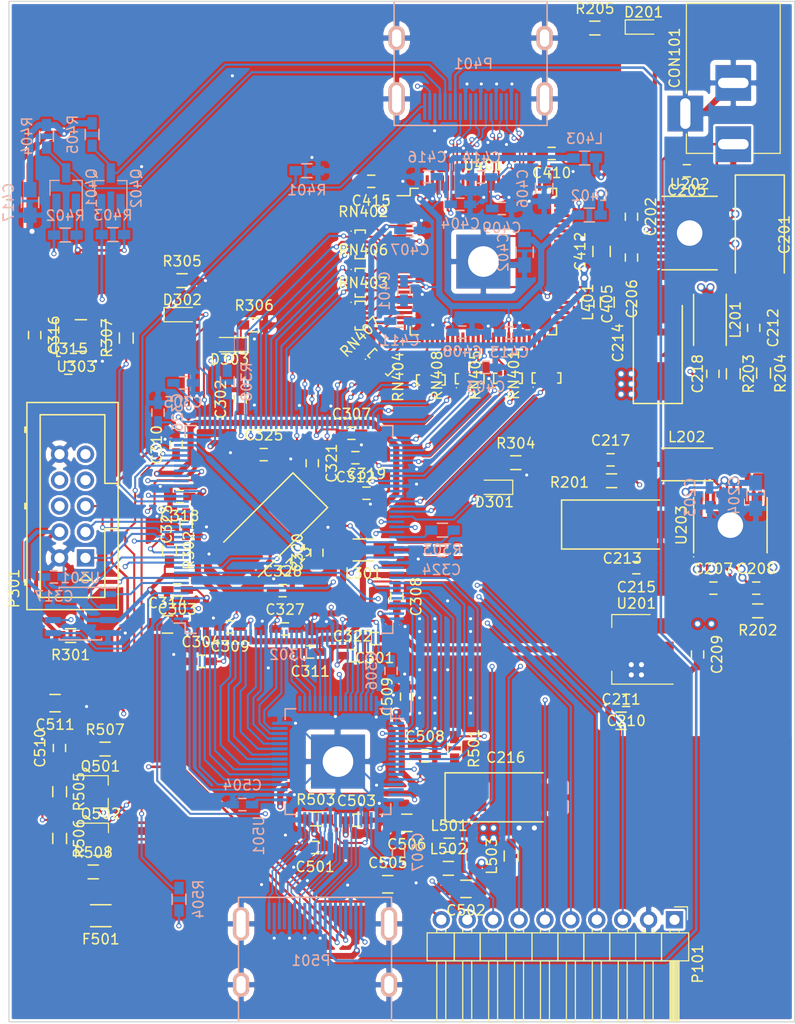
<source format=kicad_pcb>
(kicad_pcb (version 20160815) (host pcbnew "(2017-01-20 revision 2de913797)-master")

  (general
    (links 518)
    (no_connects 0)
    (area 12.949999 12.949999 90.050001 113.050001)
    (thickness 1.6)
    (drawings 4)
    (tracks 2668)
    (zones 0)
    (modules 138)
    (nets 216)
  )

  (page A4)
  (layers
    (0 F.Cu signal)
    (1 In1.Cu signal)
    (2 In2.Cu signal)
    (31 B.Cu signal)
    (32 B.Adhes user)
    (33 F.Adhes user)
    (34 B.Paste user)
    (35 F.Paste user)
    (36 B.SilkS user)
    (37 F.SilkS user)
    (38 B.Mask user)
    (39 F.Mask user)
    (40 Dwgs.User user)
    (41 Cmts.User user)
    (42 Eco1.User user)
    (43 Eco2.User user)
    (44 Edge.Cuts user)
    (45 Margin user)
    (46 B.CrtYd user)
    (47 F.CrtYd user)
    (48 B.Fab user hide)
    (49 F.Fab user hide)
  )

  (setup
    (last_trace_width 0.6)
    (user_trace_width 0.16)
    (user_trace_width 0.25)
    (user_trace_width 0.4)
    (user_trace_width 0.6)
    (user_trace_width 1.5)
    (trace_clearance 0.15)
    (zone_clearance 0.22)
    (zone_45_only no)
    (trace_min 0.155)
    (segment_width 0.2)
    (edge_width 0.1)
    (via_size 0.5)
    (via_drill 0.3)
    (via_min_size 0.5)
    (via_min_drill 0.3)
    (user_via 0.5 0.3)
    (user_via 0.8 0.5)
    (user_via 2.8 2.5)
    (uvia_size 0.3)
    (uvia_drill 0.1)
    (uvias_allowed no)
    (uvia_min_size 0.2)
    (uvia_min_drill 0.1)
    (pcb_text_width 0.3)
    (pcb_text_size 1.5 1.5)
    (mod_edge_width 0.15)
    (mod_text_size 1 1)
    (mod_text_width 0.15)
    (pad_size 1.5 1.5)
    (pad_drill 0.6)
    (pad_to_mask_clearance 0.2)
    (solder_mask_min_width 0.16)
    (aux_axis_origin 0 0)
    (visible_elements FFFFFF7F)
    (pcbplotparams
      (layerselection 0x00030_ffffffff)
      (usegerberextensions false)
      (excludeedgelayer true)
      (linewidth 0.100000)
      (plotframeref false)
      (viasonmask false)
      (mode 1)
      (useauxorigin false)
      (hpglpennumber 1)
      (hpglpenspeed 20)
      (hpglpendiameter 15)
      (psnegative false)
      (psa4output false)
      (plotreference true)
      (plotvalue true)
      (plotinvisibletext false)
      (padsonsilk false)
      (subtractmaskfromsilk false)
      (outputformat 1)
      (mirror false)
      (drillshape 1)
      (scaleselection 1)
      (outputdirectory ""))
  )

  (net 0 "")
  (net 1 GND)
  (net 2 /power/VIN)
  (net 3 +2V5)
  (net 4 +3V3)
  (net 5 +1V2)
  (net 6 "Net-(C217-Pad2)")
  (net 7 "Net-(C218-Pad2)")
  (net 8 +V_IO)
  (net 9 /dvi_in/PVDD)
  (net 10 /dvi_in/DVDD)
  (net 11 /dvi_in/AVDD)
  (net 12 +5V)
  (net 13 /dvi_out/TVDD)
  (net 14 /dvi_out/DVDD)
  (net 15 /dvi_out/PVDD)
  (net 16 "Net-(D201-Pad1)")
  (net 17 "Net-(D301-Pad1)")
  (net 18 "Net-(D301-Pad2)")
  (net 19 "Net-(D302-Pad2)")
  (net 20 "Net-(D302-Pad1)")
  (net 21 "Net-(D303-Pad1)")
  (net 22 "Net-(D303-Pad2)")
  (net 23 "Net-(F501-Pad1)")
  (net 24 /GPIO7)
  (net 25 /GPIO6)
  (net 26 /GPIO5)
  (net 27 /GPIO4)
  (net 28 /GPIO3)
  (net 29 /GPIO2)
  (net 30 /GPIO1)
  (net 31 /GPIO0)
  (net 32 "Net-(P301-Pad9)")
  (net 33 "Net-(P301-Pad8)")
  (net 34 "Net-(P301-Pad7)")
  (net 35 "Net-(P301-Pad6)")
  (net 36 "Net-(P301-Pad5)")
  (net 37 "Net-(P301-Pad3)")
  (net 38 "Net-(P301-Pad1)")
  (net 39 /dvi_in/DDCDAT_)
  (net 40 /dvi_in/DDCDAT_IN)
  (net 41 /dvi_in/DDCCLK_IN)
  (net 42 /dvi_in/DDCCLK_)
  (net 43 /dvi_out/DDCDAT_)
  (net 44 /dvi_out/DDCDAT)
  (net 45 /dvi_out/DDCCLK)
  (net 46 /dvi_out/DDCCLK_)
  (net 47 "Net-(R301-Pad1)")
  (net 48 "Net-(R302-Pad1)")
  (net 49 "Net-(R303-Pad1)")
  (net 50 "Net-(R307-Pad2)")
  (net 51 /fpga/CLK50)
  (net 52 /dvi_out/TXCLK+)
  (net 53 "Net-(R308-Pad1)")
  (net 54 /dvi_in/HOTPLUG)
  (net 55 "Net-(R501-Pad1)")
  (net 56 /dvi_out/MSEN)
  (net 57 "Net-(R503-Pad2)")
  (net 58 /dvi_out/HOTPLUG)
  (net 59 /dvi_out/VSYNC)
  (net 60 /dvi_out/HSYNC)
  (net 61 /dvi_out/DE)
  (net 62 /dvi_out/CTL3)
  (net 63 /dvi_out/CTL2)
  (net 64 /dvi_out/CTL1)
  (net 65 "Net-(RN401-Pad7)")
  (net 66 "Net-(RN401-Pad6)")
  (net 67 "Net-(RN401-Pad5)")
  (net 68 "Net-(RN401-Pad8)")
  (net 69 "Net-(RN401-Pad4)")
  (net 70 /dvi_in/HSYNC)
  (net 71 /dvi_in/VSYNC)
  (net 72 /dvi_in/DE)
  (net 73 "Net-(RN402-Pad7)")
  (net 74 "Net-(RN402-Pad6)")
  (net 75 "Net-(RN402-Pad5)")
  (net 76 "Net-(RN402-Pad8)")
  (net 77 /dvi_in/DATI3)
  (net 78 /dvi_in/DATI2)
  (net 79 /dvi_in/DATI1)
  (net 80 /dvi_in/DATI0)
  (net 81 "Net-(RN403-Pad7)")
  (net 82 "Net-(RN403-Pad6)")
  (net 83 "Net-(RN403-Pad5)")
  (net 84 "Net-(RN403-Pad8)")
  (net 85 /dvi_in/DATI11)
  (net 86 /dvi_in/DATI10)
  (net 87 /dvi_in/DATI9)
  (net 88 /dvi_in/DATI8)
  (net 89 "Net-(RN404-Pad7)")
  (net 90 "Net-(RN404-Pad6)")
  (net 91 "Net-(RN404-Pad5)")
  (net 92 "Net-(RN404-Pad8)")
  (net 93 /dvi_in/DATI19)
  (net 94 /dvi_in/DATI18)
  (net 95 /dvi_in/DATI17)
  (net 96 /dvi_in/DATI16)
  (net 97 /dvi_in/CTL1)
  (net 98 /dvi_in/CTL2)
  (net 99 /dvi_in/CTL3)
  (net 100 /fpga/CLKIN)
  (net 101 "Net-(RN405-Pad8)")
  (net 102 "Net-(RN405-Pad5)")
  (net 103 "Net-(RN405-Pad6)")
  (net 104 "Net-(RN405-Pad7)")
  (net 105 /dvi_in/DATI4)
  (net 106 /dvi_in/DATI5)
  (net 107 /dvi_in/DATI6)
  (net 108 /dvi_in/DATI7)
  (net 109 "Net-(RN406-Pad8)")
  (net 110 "Net-(RN406-Pad5)")
  (net 111 "Net-(RN406-Pad6)")
  (net 112 "Net-(RN406-Pad7)")
  (net 113 /dvi_in/DATI12)
  (net 114 /dvi_in/DATI13)
  (net 115 /dvi_in/DATI14)
  (net 116 /dvi_in/DATI15)
  (net 117 "Net-(RN407-Pad8)")
  (net 118 "Net-(RN407-Pad5)")
  (net 119 "Net-(RN407-Pad6)")
  (net 120 "Net-(RN407-Pad7)")
  (net 121 /dvi_in/DATI20)
  (net 122 /dvi_in/DATI21)
  (net 123 /dvi_in/DATI22)
  (net 124 /dvi_in/DATI23)
  (net 125 "Net-(RN408-Pad8)")
  (net 126 "Net-(RN408-Pad5)")
  (net 127 "Net-(RN408-Pad6)")
  (net 128 "Net-(RN408-Pad7)")
  (net 129 "Net-(U202-Pad3)")
  (net 130 "Net-(L201-Pad1)")
  (net 131 "Net-(L202-Pad1)")
  (net 132 "Net-(U203-Pad3)")
  (net 133 /fpga/DCLK)
  (net 134 /fpga/ASDI)
  (net 135 /fpga/DATA)
  (net 136 /fpga/nCS)
  (net 137 /dvi_out/DATO23)
  (net 138 /dvi_out/DATO22)
  (net 139 /dvi_out/DATO21)
  (net 140 /dvi_out/DATO20)
  (net 141 /dvi_out/DATO19)
  (net 142 /dvi_out/DATO18)
  (net 143 /dvi_out/DATO17)
  (net 144 /dvi_out/DATO16)
  (net 145 /dvi_out/DATO15)
  (net 146 /dvi_out/DATO14)
  (net 147 /dvi_out/DATO13)
  (net 148 /dvi_out/DATO12)
  (net 149 "Net-(U302-Pad127)")
  (net 150 /dvi_out/DATO11)
  (net 151 /dvi_out/DATO10)
  (net 152 /dvi_out/DATO9)
  (net 153 /dvi_out/DATO8)
  (net 154 /dvi_out/DATO7)
  (net 155 /dvi_out/DATO6)
  (net 156 /dvi_out/DATO5)
  (net 157 /dvi_out/DATO4)
  (net 158 /dvi_out/DATO3)
  (net 159 /dvi_out/DATO2)
  (net 160 /dvi_out/DATO1)
  (net 161 /dvi_out/DATO0)
  (net 162 "Net-(U302-Pad99)")
  (net 163 "Net-(U302-Pad84)")
  (net 164 "Net-(U302-Pad83)")
  (net 165 /dvi_in/LINK_ACT)
  (net 166 /dvi_in/PDOWN)
  (net 167 /dvi_out/EDGE)
  (net 168 /dvi_out/DKEN)
  (net 169 "Net-(U303-Pad1)")
  (net 170 "Net-(U401-Pad96)")
  (net 171 "Net-(U401-Pad77)")
  (net 172 "Net-(U401-Pad75)")
  (net 173 "Net-(U401-Pad74)")
  (net 174 "Net-(U401-Pad73)")
  (net 175 "Net-(U401-Pad72)")
  (net 176 "Net-(U401-Pad71)")
  (net 177 "Net-(U401-Pad70)")
  (net 178 "Net-(U401-Pad69)")
  (net 179 "Net-(U401-Pad66)")
  (net 180 "Net-(U401-Pad65)")
  (net 181 "Net-(U401-Pad64)")
  (net 182 "Net-(U401-Pad63)")
  (net 183 "Net-(U401-Pad62)")
  (net 184 "Net-(U401-Pad61)")
  (net 185 "Net-(U401-Pad60)")
  (net 186 "Net-(U401-Pad59)")
  (net 187 "Net-(U401-Pad56)")
  (net 188 "Net-(U401-Pad55)")
  (net 189 "Net-(U401-Pad54)")
  (net 190 "Net-(U401-Pad53)")
  (net 191 "Net-(U401-Pad52)")
  (net 192 "Net-(U401-Pad51)")
  (net 193 "Net-(U401-Pad50)")
  (net 194 "Net-(U401-Pad49)")
  (net 195 /dvi_out/TXC-)
  (net 196 /dvi_out/TXC+)
  (net 197 /dvi_out/TX0-)
  (net 198 /dvi_out/TX0+)
  (net 199 /dvi_out/TX1-)
  (net 200 /dvi_out/TX1+)
  (net 201 /dvi_out/TX2-)
  (net 202 /dvi_out/TX2+)
  (net 203 "Net-(U501-Pad49)")
  (net 204 "Net-(P401-Pad14)")
  (net 205 /dvi_in/CEC)
  (net 206 /dvi_in/RXC-)
  (net 207 /dvi_in/RX2+)
  (net 208 /dvi_in/RX2-)
  (net 209 /dvi_in/RX1+)
  (net 210 /dvi_in/RX1-)
  (net 211 /dvi_in/RX0+)
  (net 212 /dvi_in/RX0-)
  (net 213 /dvi_in/RXC+)
  (net 214 "Net-(P501-Pad14)")
  (net 215 "Net-(P501-Pad19)")

  (net_class Default "This is the default net class."
    (clearance 0.15)
    (trace_width 0.2)
    (via_dia 0.5)
    (via_drill 0.3)
    (uvia_dia 0.3)
    (uvia_drill 0.1)
    (diff_pair_gap 0.2)
    (diff_pair_width 0.16)
    (add_net +1V2)
    (add_net +2V5)
    (add_net +3V3)
    (add_net +5V)
    (add_net +V_IO)
    (add_net /GPIO0)
    (add_net /GPIO1)
    (add_net /GPIO2)
    (add_net /GPIO3)
    (add_net /GPIO4)
    (add_net /GPIO5)
    (add_net /GPIO6)
    (add_net /GPIO7)
    (add_net /dvi_in/AVDD)
    (add_net /dvi_in/CEC)
    (add_net /dvi_in/CTL1)
    (add_net /dvi_in/CTL2)
    (add_net /dvi_in/CTL3)
    (add_net /dvi_in/DATI0)
    (add_net /dvi_in/DATI1)
    (add_net /dvi_in/DATI10)
    (add_net /dvi_in/DATI11)
    (add_net /dvi_in/DATI12)
    (add_net /dvi_in/DATI13)
    (add_net /dvi_in/DATI14)
    (add_net /dvi_in/DATI15)
    (add_net /dvi_in/DATI16)
    (add_net /dvi_in/DATI17)
    (add_net /dvi_in/DATI18)
    (add_net /dvi_in/DATI19)
    (add_net /dvi_in/DATI2)
    (add_net /dvi_in/DATI20)
    (add_net /dvi_in/DATI21)
    (add_net /dvi_in/DATI22)
    (add_net /dvi_in/DATI23)
    (add_net /dvi_in/DATI3)
    (add_net /dvi_in/DATI4)
    (add_net /dvi_in/DATI5)
    (add_net /dvi_in/DATI6)
    (add_net /dvi_in/DATI7)
    (add_net /dvi_in/DATI8)
    (add_net /dvi_in/DATI9)
    (add_net /dvi_in/DDCCLK_)
    (add_net /dvi_in/DDCCLK_IN)
    (add_net /dvi_in/DDCDAT_)
    (add_net /dvi_in/DDCDAT_IN)
    (add_net /dvi_in/DE)
    (add_net /dvi_in/DVDD)
    (add_net /dvi_in/HOTPLUG)
    (add_net /dvi_in/HSYNC)
    (add_net /dvi_in/LINK_ACT)
    (add_net /dvi_in/PDOWN)
    (add_net /dvi_in/PVDD)
    (add_net /dvi_in/RX0+)
    (add_net /dvi_in/RX0-)
    (add_net /dvi_in/RX1+)
    (add_net /dvi_in/RX1-)
    (add_net /dvi_in/RX2+)
    (add_net /dvi_in/RX2-)
    (add_net /dvi_in/RXC+)
    (add_net /dvi_in/RXC-)
    (add_net /dvi_in/VSYNC)
    (add_net /dvi_out/CTL1)
    (add_net /dvi_out/CTL2)
    (add_net /dvi_out/CTL3)
    (add_net /dvi_out/DATO0)
    (add_net /dvi_out/DATO1)
    (add_net /dvi_out/DATO10)
    (add_net /dvi_out/DATO11)
    (add_net /dvi_out/DATO12)
    (add_net /dvi_out/DATO13)
    (add_net /dvi_out/DATO14)
    (add_net /dvi_out/DATO15)
    (add_net /dvi_out/DATO16)
    (add_net /dvi_out/DATO17)
    (add_net /dvi_out/DATO18)
    (add_net /dvi_out/DATO19)
    (add_net /dvi_out/DATO2)
    (add_net /dvi_out/DATO20)
    (add_net /dvi_out/DATO21)
    (add_net /dvi_out/DATO22)
    (add_net /dvi_out/DATO23)
    (add_net /dvi_out/DATO3)
    (add_net /dvi_out/DATO4)
    (add_net /dvi_out/DATO5)
    (add_net /dvi_out/DATO6)
    (add_net /dvi_out/DATO7)
    (add_net /dvi_out/DATO8)
    (add_net /dvi_out/DATO9)
    (add_net /dvi_out/DDCCLK)
    (add_net /dvi_out/DDCCLK_)
    (add_net /dvi_out/DDCDAT)
    (add_net /dvi_out/DDCDAT_)
    (add_net /dvi_out/DE)
    (add_net /dvi_out/DKEN)
    (add_net /dvi_out/DVDD)
    (add_net /dvi_out/EDGE)
    (add_net /dvi_out/HOTPLUG)
    (add_net /dvi_out/HSYNC)
    (add_net /dvi_out/MSEN)
    (add_net /dvi_out/PVDD)
    (add_net /dvi_out/TVDD)
    (add_net /dvi_out/TX0+)
    (add_net /dvi_out/TX0-)
    (add_net /dvi_out/TX1+)
    (add_net /dvi_out/TX1-)
    (add_net /dvi_out/TX2+)
    (add_net /dvi_out/TX2-)
    (add_net /dvi_out/TXC+)
    (add_net /dvi_out/TXC-)
    (add_net /dvi_out/TXCLK+)
    (add_net /dvi_out/VSYNC)
    (add_net /fpga/ASDI)
    (add_net /fpga/CLK50)
    (add_net /fpga/CLKIN)
    (add_net /fpga/DATA)
    (add_net /fpga/DCLK)
    (add_net /fpga/nCS)
    (add_net /power/VIN)
    (add_net GND)
    (add_net "Net-(C217-Pad2)")
    (add_net "Net-(C218-Pad2)")
    (add_net "Net-(D201-Pad1)")
    (add_net "Net-(D301-Pad1)")
    (add_net "Net-(D301-Pad2)")
    (add_net "Net-(D302-Pad1)")
    (add_net "Net-(D302-Pad2)")
    (add_net "Net-(D303-Pad1)")
    (add_net "Net-(D303-Pad2)")
    (add_net "Net-(F501-Pad1)")
    (add_net "Net-(L201-Pad1)")
    (add_net "Net-(L202-Pad1)")
    (add_net "Net-(P301-Pad1)")
    (add_net "Net-(P301-Pad3)")
    (add_net "Net-(P301-Pad5)")
    (add_net "Net-(P301-Pad6)")
    (add_net "Net-(P301-Pad7)")
    (add_net "Net-(P301-Pad8)")
    (add_net "Net-(P301-Pad9)")
    (add_net "Net-(P401-Pad14)")
    (add_net "Net-(P501-Pad14)")
    (add_net "Net-(P501-Pad19)")
    (add_net "Net-(R301-Pad1)")
    (add_net "Net-(R302-Pad1)")
    (add_net "Net-(R303-Pad1)")
    (add_net "Net-(R307-Pad2)")
    (add_net "Net-(R308-Pad1)")
    (add_net "Net-(R501-Pad1)")
    (add_net "Net-(R503-Pad2)")
    (add_net "Net-(RN401-Pad4)")
    (add_net "Net-(RN401-Pad5)")
    (add_net "Net-(RN401-Pad6)")
    (add_net "Net-(RN401-Pad7)")
    (add_net "Net-(RN401-Pad8)")
    (add_net "Net-(RN402-Pad5)")
    (add_net "Net-(RN402-Pad6)")
    (add_net "Net-(RN402-Pad7)")
    (add_net "Net-(RN402-Pad8)")
    (add_net "Net-(RN403-Pad5)")
    (add_net "Net-(RN403-Pad6)")
    (add_net "Net-(RN403-Pad7)")
    (add_net "Net-(RN403-Pad8)")
    (add_net "Net-(RN404-Pad5)")
    (add_net "Net-(RN404-Pad6)")
    (add_net "Net-(RN404-Pad7)")
    (add_net "Net-(RN404-Pad8)")
    (add_net "Net-(RN405-Pad5)")
    (add_net "Net-(RN405-Pad6)")
    (add_net "Net-(RN405-Pad7)")
    (add_net "Net-(RN405-Pad8)")
    (add_net "Net-(RN406-Pad5)")
    (add_net "Net-(RN406-Pad6)")
    (add_net "Net-(RN406-Pad7)")
    (add_net "Net-(RN406-Pad8)")
    (add_net "Net-(RN407-Pad5)")
    (add_net "Net-(RN407-Pad6)")
    (add_net "Net-(RN407-Pad7)")
    (add_net "Net-(RN407-Pad8)")
    (add_net "Net-(RN408-Pad5)")
    (add_net "Net-(RN408-Pad6)")
    (add_net "Net-(RN408-Pad7)")
    (add_net "Net-(RN408-Pad8)")
    (add_net "Net-(U202-Pad3)")
    (add_net "Net-(U203-Pad3)")
    (add_net "Net-(U302-Pad127)")
    (add_net "Net-(U302-Pad83)")
    (add_net "Net-(U302-Pad84)")
    (add_net "Net-(U302-Pad99)")
    (add_net "Net-(U303-Pad1)")
    (add_net "Net-(U401-Pad49)")
    (add_net "Net-(U401-Pad50)")
    (add_net "Net-(U401-Pad51)")
    (add_net "Net-(U401-Pad52)")
    (add_net "Net-(U401-Pad53)")
    (add_net "Net-(U401-Pad54)")
    (add_net "Net-(U401-Pad55)")
    (add_net "Net-(U401-Pad56)")
    (add_net "Net-(U401-Pad59)")
    (add_net "Net-(U401-Pad60)")
    (add_net "Net-(U401-Pad61)")
    (add_net "Net-(U401-Pad62)")
    (add_net "Net-(U401-Pad63)")
    (add_net "Net-(U401-Pad64)")
    (add_net "Net-(U401-Pad65)")
    (add_net "Net-(U401-Pad66)")
    (add_net "Net-(U401-Pad69)")
    (add_net "Net-(U401-Pad70)")
    (add_net "Net-(U401-Pad71)")
    (add_net "Net-(U401-Pad72)")
    (add_net "Net-(U401-Pad73)")
    (add_net "Net-(U401-Pad74)")
    (add_net "Net-(U401-Pad75)")
    (add_net "Net-(U401-Pad77)")
    (add_net "Net-(U401-Pad96)")
    (add_net "Net-(U501-Pad49)")
  )

  (module Inductors:Inductor_Taiyo-Yuden_NR-30xx_HandSoldering (layer F.Cu) (tedit 574C3AE3) (tstamp 587BC89E)
    (at 79.48 58.38 180)
    (descr "Inductor, Taiyo Yuden, NR series, Taiyo-Yuden_NR-30xx, 3.0mmx3.0mm")
    (tags "inductor taiyo-yuden nr smd")
    (path /5839A46D/587999C1)
    (attr smd)
    (fp_text reference L202 (at 0.05 2.69 180) (layer F.SilkS)
      (effects (font (size 1 1) (thickness 0.15)))
    )
    (fp_text value 490nH-1uH (at 0 3 180) (layer F.Fab)
      (effects (font (size 1 1) (thickness 0.15)))
    )
    (fp_line (start -1.5 0) (end -1.5 -0.95) (layer F.Fab) (width 0.15))
    (fp_line (start -1.5 -0.95) (end -0.95 -1.5) (layer F.Fab) (width 0.15))
    (fp_line (start -0.95 -1.5) (end 0 -1.5) (layer F.Fab) (width 0.15))
    (fp_line (start 1.5 0) (end 1.5 -0.95) (layer F.Fab) (width 0.15))
    (fp_line (start 1.5 -0.95) (end 0.95 -1.5) (layer F.Fab) (width 0.15))
    (fp_line (start 0.95 -1.5) (end 0 -1.5) (layer F.Fab) (width 0.15))
    (fp_line (start 1.5 0) (end 1.5 0.95) (layer F.Fab) (width 0.15))
    (fp_line (start 1.5 0.95) (end 0.95 1.5) (layer F.Fab) (width 0.15))
    (fp_line (start 0.95 1.5) (end 0 1.5) (layer F.Fab) (width 0.15))
    (fp_line (start -1.5 0) (end -1.5 0.95) (layer F.Fab) (width 0.15))
    (fp_line (start -1.5 0.95) (end -0.95 1.5) (layer F.Fab) (width 0.15))
    (fp_line (start -0.95 1.5) (end 0 1.5) (layer F.Fab) (width 0.15))
    (fp_line (start -2.5 -1.6) (end 2.5 -1.6) (layer F.SilkS) (width 0.15))
    (fp_line (start -2.5 1.6) (end 2.5 1.6) (layer F.SilkS) (width 0.15))
    (fp_line (start -2.75 -1.8) (end -2.75 1.8) (layer F.CrtYd) (width 0.05))
    (fp_line (start -2.75 1.8) (end 2.75 1.8) (layer F.CrtYd) (width 0.05))
    (fp_line (start 2.75 1.8) (end 2.75 -1.8) (layer F.CrtYd) (width 0.05))
    (fp_line (start 2.75 -1.8) (end -2.75 -1.8) (layer F.CrtYd) (width 0.05))
    (pad 1 smd rect (at -1.6 0 180) (size 1.8 2.9) (layers F.Cu F.Paste F.Mask)
      (net 131 "Net-(L202-Pad1)"))
    (pad 2 smd rect (at 1.6 0 180) (size 1.8 2.9) (layers F.Cu F.Paste F.Mask)
      (net 5 +1V2))
    (model Inductors.3dshapes/Inductor_Taiyo-Yuden_NR-30xx.wrl
      (at (xyz 0 0 0))
      (scale (xyz 1 1 1))
      (rotate (xyz 0 0 0))
    )
  )

  (module Capacitors_Tantalum_SMD:Tantalum_Case-D_EIA-7343-31_Hand (layer F.Cu) (tedit 57B6E980) (tstamp 58797C0F)
    (at 86.6 35.97 270)
    (descr "Tantalum capacitor, Case D, EIA 7343-31, 7.3x4.3x2.8mm, Hand soldering footprint")
    (tags "capacitor tantalum smd")
    (path /5839A46D/58797306)
    (attr smd)
    (fp_text reference C201 (at -0.11 -2.41 270) (layer F.SilkS)
      (effects (font (size 1 1) (thickness 0.15)))
    )
    (fp_text value 100u (at 0 3.9 270) (layer F.Fab)
      (effects (font (size 1 1) (thickness 0.15)))
    )
    (fp_line (start -5.95 -2.4) (end -5.95 2.4) (layer F.SilkS) (width 0.15))
    (fp_line (start -5.95 2.4) (end 3.65 2.4) (layer F.SilkS) (width 0.15))
    (fp_line (start -5.95 -2.4) (end 3.65 -2.4) (layer F.SilkS) (width 0.15))
    (fp_line (start -2.555 -2.15) (end -2.555 2.15) (layer F.Fab) (width 0.15))
    (fp_line (start -2.92 -2.15) (end -2.92 2.15) (layer F.Fab) (width 0.15))
    (fp_line (start 3.65 -2.15) (end -3.65 -2.15) (layer F.Fab) (width 0.15))
    (fp_line (start 3.65 2.15) (end 3.65 -2.15) (layer F.Fab) (width 0.15))
    (fp_line (start -3.65 2.15) (end 3.65 2.15) (layer F.Fab) (width 0.15))
    (fp_line (start -3.65 -2.15) (end -3.65 2.15) (layer F.Fab) (width 0.15))
    (fp_line (start 6.05 -2.5) (end -6.05 -2.5) (layer F.CrtYd) (width 0.05))
    (fp_line (start 6.05 2.5) (end 6.05 -2.5) (layer F.CrtYd) (width 0.05))
    (fp_line (start -6.05 2.5) (end 6.05 2.5) (layer F.CrtYd) (width 0.05))
    (fp_line (start -6.05 -2.5) (end -6.05 2.5) (layer F.CrtYd) (width 0.05))
    (pad 2 smd rect (at 3.775 0 270) (size 3.75 2.7) (layers F.Cu F.Paste F.Mask)
      (net 1 GND))
    (pad 1 smd rect (at -3.775 0 270) (size 3.75 2.7) (layers F.Cu F.Paste F.Mask)
      (net 2 /power/VIN))
    (model Capacitors_Tantalum_SMD.3dshapes/Tantalum_Case-D_EIA-7343-31.wrl
      (at (xyz 0 0 0))
      (scale (xyz 1 1 1))
      (rotate (xyz 0 0 0))
    )
  )

  (module Capacitors_SMD:C_0603_HandSoldering (layer F.Cu) (tedit 541A9B4D) (tstamp 58797C1F)
    (at 74.02 34.11 270)
    (descr "Capacitor SMD 0603, hand soldering")
    (tags "capacitor 0603")
    (path /5839A46D/5879A330)
    (attr smd)
    (fp_text reference C202 (at 0 -1.9 270) (layer F.SilkS)
      (effects (font (size 1 1) (thickness 0.15)))
    )
    (fp_text value 100n (at 0 1.9 270) (layer F.Fab)
      (effects (font (size 1 1) (thickness 0.15)))
    )
    (fp_line (start -0.8 0.4) (end -0.8 -0.4) (layer F.Fab) (width 0.15))
    (fp_line (start 0.8 0.4) (end -0.8 0.4) (layer F.Fab) (width 0.15))
    (fp_line (start 0.8 -0.4) (end 0.8 0.4) (layer F.Fab) (width 0.15))
    (fp_line (start -0.8 -0.4) (end 0.8 -0.4) (layer F.Fab) (width 0.15))
    (fp_line (start -1.85 -0.75) (end 1.85 -0.75) (layer F.CrtYd) (width 0.05))
    (fp_line (start -1.85 0.75) (end 1.85 0.75) (layer F.CrtYd) (width 0.05))
    (fp_line (start -1.85 -0.75) (end -1.85 0.75) (layer F.CrtYd) (width 0.05))
    (fp_line (start 1.85 -0.75) (end 1.85 0.75) (layer F.CrtYd) (width 0.05))
    (fp_line (start -0.35 -0.6) (end 0.35 -0.6) (layer F.SilkS) (width 0.15))
    (fp_line (start 0.35 0.6) (end -0.35 0.6) (layer F.SilkS) (width 0.15))
    (pad 1 smd rect (at -0.95 0 270) (size 1.2 0.75) (layers F.Cu F.Paste F.Mask)
      (net 2 /power/VIN))
    (pad 2 smd rect (at 0.95 0 270) (size 1.2 0.75) (layers F.Cu F.Paste F.Mask)
      (net 1 GND))
    (model Capacitors_SMD.3dshapes/C_0603_HandSoldering.wrl
      (at (xyz 0 0 0))
      (scale (xyz 1 1 1))
      (rotate (xyz 0 0 0))
    )
  )

  (module Capacitors_SMD:C_0603_HandSoldering (layer B.Cu) (tedit 541A9B4D) (tstamp 58797C2F)
    (at 81.67 61.6 270)
    (descr "Capacitor SMD 0603, hand soldering")
    (tags "capacitor 0603")
    (path /5839A46D/58797543)
    (attr smd)
    (fp_text reference C203 (at 0 1.9 270) (layer B.SilkS)
      (effects (font (size 1 1) (thickness 0.15)) (justify mirror))
    )
    (fp_text value 100n (at 0 -1.9 270) (layer B.Fab)
      (effects (font (size 1 1) (thickness 0.15)) (justify mirror))
    )
    (fp_line (start 0.35 -0.6) (end -0.35 -0.6) (layer B.SilkS) (width 0.15))
    (fp_line (start -0.35 0.6) (end 0.35 0.6) (layer B.SilkS) (width 0.15))
    (fp_line (start 1.85 0.75) (end 1.85 -0.75) (layer B.CrtYd) (width 0.05))
    (fp_line (start -1.85 0.75) (end -1.85 -0.75) (layer B.CrtYd) (width 0.05))
    (fp_line (start -1.85 -0.75) (end 1.85 -0.75) (layer B.CrtYd) (width 0.05))
    (fp_line (start -1.85 0.75) (end 1.85 0.75) (layer B.CrtYd) (width 0.05))
    (fp_line (start -0.8 0.4) (end 0.8 0.4) (layer B.Fab) (width 0.15))
    (fp_line (start 0.8 0.4) (end 0.8 -0.4) (layer B.Fab) (width 0.15))
    (fp_line (start 0.8 -0.4) (end -0.8 -0.4) (layer B.Fab) (width 0.15))
    (fp_line (start -0.8 -0.4) (end -0.8 0.4) (layer B.Fab) (width 0.15))
    (pad 2 smd rect (at 0.95 0 270) (size 1.2 0.75) (layers B.Cu B.Paste B.Mask)
      (net 1 GND))
    (pad 1 smd rect (at -0.95 0 270) (size 1.2 0.75) (layers B.Cu B.Paste B.Mask)
      (net 2 /power/VIN))
    (model Capacitors_SMD.3dshapes/C_0603_HandSoldering.wrl
      (at (xyz 0 0 0))
      (scale (xyz 1 1 1))
      (rotate (xyz 0 0 0))
    )
  )

  (module Capacitors_SMD:C_0805_HandSoldering (layer B.Cu) (tedit 541A9B8D) (tstamp 58797C3F)
    (at 86.19 61.44 270)
    (descr "Capacitor SMD 0805, hand soldering")
    (tags "capacitor 0805")
    (path /5839A46D/58797422)
    (attr smd)
    (fp_text reference C204 (at 0 2.1 270) (layer B.SilkS)
      (effects (font (size 1 1) (thickness 0.15)) (justify mirror))
    )
    (fp_text value 10u (at 0 -2.1 270) (layer B.Fab)
      (effects (font (size 1 1) (thickness 0.15)) (justify mirror))
    )
    (fp_line (start -1 -0.625) (end -1 0.625) (layer B.Fab) (width 0.15))
    (fp_line (start 1 -0.625) (end -1 -0.625) (layer B.Fab) (width 0.15))
    (fp_line (start 1 0.625) (end 1 -0.625) (layer B.Fab) (width 0.15))
    (fp_line (start -1 0.625) (end 1 0.625) (layer B.Fab) (width 0.15))
    (fp_line (start -2.3 1) (end 2.3 1) (layer B.CrtYd) (width 0.05))
    (fp_line (start -2.3 -1) (end 2.3 -1) (layer B.CrtYd) (width 0.05))
    (fp_line (start -2.3 1) (end -2.3 -1) (layer B.CrtYd) (width 0.05))
    (fp_line (start 2.3 1) (end 2.3 -1) (layer B.CrtYd) (width 0.05))
    (fp_line (start 0.5 0.85) (end -0.5 0.85) (layer B.SilkS) (width 0.15))
    (fp_line (start -0.5 -0.85) (end 0.5 -0.85) (layer B.SilkS) (width 0.15))
    (pad 1 smd rect (at -1.25 0 270) (size 1.5 1.25) (layers B.Cu B.Paste B.Mask)
      (net 2 /power/VIN))
    (pad 2 smd rect (at 1.25 0 270) (size 1.5 1.25) (layers B.Cu B.Paste B.Mask)
      (net 1 GND))
    (model Capacitors_SMD.3dshapes/C_0805_HandSoldering.wrl
      (at (xyz 0 0 0))
      (scale (xyz 1 1 1))
      (rotate (xyz 0 0 0))
    )
  )

  (module Capacitors_SMD:C_0603_HandSoldering (layer F.Cu) (tedit 541A9B4D) (tstamp 58797C4F)
    (at 79.44 29.61 180)
    (descr "Capacitor SMD 0603, hand soldering")
    (tags "capacitor 0603")
    (path /5839A46D/5879A32A)
    (attr smd)
    (fp_text reference C205 (at 0 -1.9 180) (layer F.SilkS)
      (effects (font (size 1 1) (thickness 0.15)))
    )
    (fp_text value 100n (at 0 1.9 180) (layer F.Fab)
      (effects (font (size 1 1) (thickness 0.15)))
    )
    (fp_line (start 0.35 0.6) (end -0.35 0.6) (layer F.SilkS) (width 0.15))
    (fp_line (start -0.35 -0.6) (end 0.35 -0.6) (layer F.SilkS) (width 0.15))
    (fp_line (start 1.85 -0.75) (end 1.85 0.75) (layer F.CrtYd) (width 0.05))
    (fp_line (start -1.85 -0.75) (end -1.85 0.75) (layer F.CrtYd) (width 0.05))
    (fp_line (start -1.85 0.75) (end 1.85 0.75) (layer F.CrtYd) (width 0.05))
    (fp_line (start -1.85 -0.75) (end 1.85 -0.75) (layer F.CrtYd) (width 0.05))
    (fp_line (start -0.8 -0.4) (end 0.8 -0.4) (layer F.Fab) (width 0.15))
    (fp_line (start 0.8 -0.4) (end 0.8 0.4) (layer F.Fab) (width 0.15))
    (fp_line (start 0.8 0.4) (end -0.8 0.4) (layer F.Fab) (width 0.15))
    (fp_line (start -0.8 0.4) (end -0.8 -0.4) (layer F.Fab) (width 0.15))
    (pad 2 smd rect (at 0.95 0 180) (size 1.2 0.75) (layers F.Cu F.Paste F.Mask)
      (net 1 GND))
    (pad 1 smd rect (at -0.95 0 180) (size 1.2 0.75) (layers F.Cu F.Paste F.Mask)
      (net 2 /power/VIN))
    (model Capacitors_SMD.3dshapes/C_0603_HandSoldering.wrl
      (at (xyz 0 0 0))
      (scale (xyz 1 1 1))
      (rotate (xyz 0 0 0))
    )
  )

  (module Capacitors_SMD:C_0603_HandSoldering (layer F.Cu) (tedit 541A9B4D) (tstamp 58797C5F)
    (at 74.02 38.11 270)
    (descr "Capacitor SMD 0603, hand soldering")
    (tags "capacitor 0603")
    (path /5839A46D/5879A336)
    (attr smd)
    (fp_text reference C206 (at 4.04 -0.04 270) (layer F.SilkS)
      (effects (font (size 1 1) (thickness 0.15)))
    )
    (fp_text value 100n (at 0 1.9 270) (layer F.Fab)
      (effects (font (size 1 1) (thickness 0.15)))
    )
    (fp_line (start 0.35 0.6) (end -0.35 0.6) (layer F.SilkS) (width 0.15))
    (fp_line (start -0.35 -0.6) (end 0.35 -0.6) (layer F.SilkS) (width 0.15))
    (fp_line (start 1.85 -0.75) (end 1.85 0.75) (layer F.CrtYd) (width 0.05))
    (fp_line (start -1.85 -0.75) (end -1.85 0.75) (layer F.CrtYd) (width 0.05))
    (fp_line (start -1.85 0.75) (end 1.85 0.75) (layer F.CrtYd) (width 0.05))
    (fp_line (start -1.85 -0.75) (end 1.85 -0.75) (layer F.CrtYd) (width 0.05))
    (fp_line (start -0.8 -0.4) (end 0.8 -0.4) (layer F.Fab) (width 0.15))
    (fp_line (start 0.8 -0.4) (end 0.8 0.4) (layer F.Fab) (width 0.15))
    (fp_line (start 0.8 0.4) (end -0.8 0.4) (layer F.Fab) (width 0.15))
    (fp_line (start -0.8 0.4) (end -0.8 -0.4) (layer F.Fab) (width 0.15))
    (pad 2 smd rect (at 0.95 0 270) (size 1.2 0.75) (layers F.Cu F.Paste F.Mask)
      (net 1 GND))
    (pad 1 smd rect (at -0.95 0 270) (size 1.2 0.75) (layers F.Cu F.Paste F.Mask)
      (net 2 /power/VIN))
    (model Capacitors_SMD.3dshapes/C_0603_HandSoldering.wrl
      (at (xyz 0 0 0))
      (scale (xyz 1 1 1))
      (rotate (xyz 0 0 0))
    )
  )

  (module Capacitors_SMD:C_0603_HandSoldering (layer F.Cu) (tedit 541A9B4D) (tstamp 58797C6F)
    (at 82.05 70.5)
    (descr "Capacitor SMD 0603, hand soldering")
    (tags "capacitor 0603")
    (path /5839A46D/587974D6)
    (attr smd)
    (fp_text reference C207 (at 0 -1.9) (layer F.SilkS)
      (effects (font (size 1 1) (thickness 0.15)))
    )
    (fp_text value 100n (at 0 1.9) (layer F.Fab)
      (effects (font (size 1 1) (thickness 0.15)))
    )
    (fp_line (start -0.8 0.4) (end -0.8 -0.4) (layer F.Fab) (width 0.15))
    (fp_line (start 0.8 0.4) (end -0.8 0.4) (layer F.Fab) (width 0.15))
    (fp_line (start 0.8 -0.4) (end 0.8 0.4) (layer F.Fab) (width 0.15))
    (fp_line (start -0.8 -0.4) (end 0.8 -0.4) (layer F.Fab) (width 0.15))
    (fp_line (start -1.85 -0.75) (end 1.85 -0.75) (layer F.CrtYd) (width 0.05))
    (fp_line (start -1.85 0.75) (end 1.85 0.75) (layer F.CrtYd) (width 0.05))
    (fp_line (start -1.85 -0.75) (end -1.85 0.75) (layer F.CrtYd) (width 0.05))
    (fp_line (start 1.85 -0.75) (end 1.85 0.75) (layer F.CrtYd) (width 0.05))
    (fp_line (start -0.35 -0.6) (end 0.35 -0.6) (layer F.SilkS) (width 0.15))
    (fp_line (start 0.35 0.6) (end -0.35 0.6) (layer F.SilkS) (width 0.15))
    (pad 1 smd rect (at -0.95 0) (size 1.2 0.75) (layers F.Cu F.Paste F.Mask)
      (net 2 /power/VIN))
    (pad 2 smd rect (at 0.95 0) (size 1.2 0.75) (layers F.Cu F.Paste F.Mask)
      (net 1 GND))
    (model Capacitors_SMD.3dshapes/C_0603_HandSoldering.wrl
      (at (xyz 0 0 0))
      (scale (xyz 1 1 1))
      (rotate (xyz 0 0 0))
    )
  )

  (module Capacitors_SMD:C_0603_HandSoldering (layer F.Cu) (tedit 541A9B4D) (tstamp 58797C7F)
    (at 86.25 70.5)
    (descr "Capacitor SMD 0603, hand soldering")
    (tags "capacitor 0603")
    (path /5839A46D/58797595)
    (attr smd)
    (fp_text reference C208 (at 0 -1.9) (layer F.SilkS)
      (effects (font (size 1 1) (thickness 0.15)))
    )
    (fp_text value 100n (at 0 1.9) (layer F.Fab)
      (effects (font (size 1 1) (thickness 0.15)))
    )
    (fp_line (start -0.8 0.4) (end -0.8 -0.4) (layer F.Fab) (width 0.15))
    (fp_line (start 0.8 0.4) (end -0.8 0.4) (layer F.Fab) (width 0.15))
    (fp_line (start 0.8 -0.4) (end 0.8 0.4) (layer F.Fab) (width 0.15))
    (fp_line (start -0.8 -0.4) (end 0.8 -0.4) (layer F.Fab) (width 0.15))
    (fp_line (start -1.85 -0.75) (end 1.85 -0.75) (layer F.CrtYd) (width 0.05))
    (fp_line (start -1.85 0.75) (end 1.85 0.75) (layer F.CrtYd) (width 0.05))
    (fp_line (start -1.85 -0.75) (end -1.85 0.75) (layer F.CrtYd) (width 0.05))
    (fp_line (start 1.85 -0.75) (end 1.85 0.75) (layer F.CrtYd) (width 0.05))
    (fp_line (start -0.35 -0.6) (end 0.35 -0.6) (layer F.SilkS) (width 0.15))
    (fp_line (start 0.35 0.6) (end -0.35 0.6) (layer F.SilkS) (width 0.15))
    (pad 1 smd rect (at -0.95 0) (size 1.2 0.75) (layers F.Cu F.Paste F.Mask)
      (net 2 /power/VIN))
    (pad 2 smd rect (at 0.95 0) (size 1.2 0.75) (layers F.Cu F.Paste F.Mask)
      (net 1 GND))
    (model Capacitors_SMD.3dshapes/C_0603_HandSoldering.wrl
      (at (xyz 0 0 0))
      (scale (xyz 1 1 1))
      (rotate (xyz 0 0 0))
    )
  )

  (module Capacitors_SMD:C_0603_HandSoldering (layer F.Cu) (tedit 541A9B4D) (tstamp 58797C8F)
    (at 80.5 77 270)
    (descr "Capacitor SMD 0603, hand soldering")
    (tags "capacitor 0603")
    (path /5839A46D/5879D21C)
    (attr smd)
    (fp_text reference C209 (at 0 -1.9 270) (layer F.SilkS)
      (effects (font (size 1 1) (thickness 0.15)))
    )
    (fp_text value 100n (at 0 1.9 270) (layer F.Fab)
      (effects (font (size 1 1) (thickness 0.15)))
    )
    (fp_line (start -0.8 0.4) (end -0.8 -0.4) (layer F.Fab) (width 0.15))
    (fp_line (start 0.8 0.4) (end -0.8 0.4) (layer F.Fab) (width 0.15))
    (fp_line (start 0.8 -0.4) (end 0.8 0.4) (layer F.Fab) (width 0.15))
    (fp_line (start -0.8 -0.4) (end 0.8 -0.4) (layer F.Fab) (width 0.15))
    (fp_line (start -1.85 -0.75) (end 1.85 -0.75) (layer F.CrtYd) (width 0.05))
    (fp_line (start -1.85 0.75) (end 1.85 0.75) (layer F.CrtYd) (width 0.05))
    (fp_line (start -1.85 -0.75) (end -1.85 0.75) (layer F.CrtYd) (width 0.05))
    (fp_line (start 1.85 -0.75) (end 1.85 0.75) (layer F.CrtYd) (width 0.05))
    (fp_line (start -0.35 -0.6) (end 0.35 -0.6) (layer F.SilkS) (width 0.15))
    (fp_line (start 0.35 0.6) (end -0.35 0.6) (layer F.SilkS) (width 0.15))
    (pad 1 smd rect (at -0.95 0 270) (size 1.2 0.75) (layers F.Cu F.Paste F.Mask)
      (net 2 /power/VIN))
    (pad 2 smd rect (at 0.95 0 270) (size 1.2 0.75) (layers F.Cu F.Paste F.Mask)
      (net 1 GND))
    (model Capacitors_SMD.3dshapes/C_0603_HandSoldering.wrl
      (at (xyz 0 0 0))
      (scale (xyz 1 1 1))
      (rotate (xyz 0 0 0))
    )
  )

  (module Capacitors_SMD:C_0603_HandSoldering (layer F.Cu) (tedit 541A9B4D) (tstamp 58797C9F)
    (at 73.5 81.5)
    (descr "Capacitor SMD 0603, hand soldering")
    (tags "capacitor 0603")
    (path /5839A46D/5879D91A)
    (attr smd)
    (fp_text reference C210 (at 0 2) (layer F.SilkS)
      (effects (font (size 1 1) (thickness 0.15)))
    )
    (fp_text value 100n (at 0 1.9) (layer F.Fab)
      (effects (font (size 1 1) (thickness 0.15)))
    )
    (fp_line (start 0.35 0.6) (end -0.35 0.6) (layer F.SilkS) (width 0.15))
    (fp_line (start -0.35 -0.6) (end 0.35 -0.6) (layer F.SilkS) (width 0.15))
    (fp_line (start 1.85 -0.75) (end 1.85 0.75) (layer F.CrtYd) (width 0.05))
    (fp_line (start -1.85 -0.75) (end -1.85 0.75) (layer F.CrtYd) (width 0.05))
    (fp_line (start -1.85 0.75) (end 1.85 0.75) (layer F.CrtYd) (width 0.05))
    (fp_line (start -1.85 -0.75) (end 1.85 -0.75) (layer F.CrtYd) (width 0.05))
    (fp_line (start -0.8 -0.4) (end 0.8 -0.4) (layer F.Fab) (width 0.15))
    (fp_line (start 0.8 -0.4) (end 0.8 0.4) (layer F.Fab) (width 0.15))
    (fp_line (start 0.8 0.4) (end -0.8 0.4) (layer F.Fab) (width 0.15))
    (fp_line (start -0.8 0.4) (end -0.8 -0.4) (layer F.Fab) (width 0.15))
    (pad 2 smd rect (at 0.95 0) (size 1.2 0.75) (layers F.Cu F.Paste F.Mask)
      (net 1 GND))
    (pad 1 smd rect (at -0.95 0) (size 1.2 0.75) (layers F.Cu F.Paste F.Mask)
      (net 3 +2V5))
    (model Capacitors_SMD.3dshapes/C_0603_HandSoldering.wrl
      (at (xyz 0 0 0))
      (scale (xyz 1 1 1))
      (rotate (xyz 0 0 0))
    )
  )

  (module Capacitors_SMD:C_0805_HandSoldering (layer F.Cu) (tedit 541A9B8D) (tstamp 58797CAF)
    (at 73 83.5)
    (descr "Capacitor SMD 0805, hand soldering")
    (tags "capacitor 0805")
    (path /5839A46D/5879DDAA)
    (attr smd)
    (fp_text reference C211 (at 0 -2.1) (layer F.SilkS)
      (effects (font (size 1 1) (thickness 0.15)))
    )
    (fp_text value 22u (at 0 2.1) (layer F.Fab)
      (effects (font (size 1 1) (thickness 0.15)))
    )
    (fp_line (start -0.5 0.85) (end 0.5 0.85) (layer F.SilkS) (width 0.15))
    (fp_line (start 0.5 -0.85) (end -0.5 -0.85) (layer F.SilkS) (width 0.15))
    (fp_line (start 2.3 -1) (end 2.3 1) (layer F.CrtYd) (width 0.05))
    (fp_line (start -2.3 -1) (end -2.3 1) (layer F.CrtYd) (width 0.05))
    (fp_line (start -2.3 1) (end 2.3 1) (layer F.CrtYd) (width 0.05))
    (fp_line (start -2.3 -1) (end 2.3 -1) (layer F.CrtYd) (width 0.05))
    (fp_line (start -1 -0.625) (end 1 -0.625) (layer F.Fab) (width 0.15))
    (fp_line (start 1 -0.625) (end 1 0.625) (layer F.Fab) (width 0.15))
    (fp_line (start 1 0.625) (end -1 0.625) (layer F.Fab) (width 0.15))
    (fp_line (start -1 0.625) (end -1 -0.625) (layer F.Fab) (width 0.15))
    (pad 2 smd rect (at 1.25 0) (size 1.5 1.25) (layers F.Cu F.Paste F.Mask)
      (net 1 GND))
    (pad 1 smd rect (at -1.25 0) (size 1.5 1.25) (layers F.Cu F.Paste F.Mask)
      (net 3 +2V5))
    (model Capacitors_SMD.3dshapes/C_0805_HandSoldering.wrl
      (at (xyz 0 0 0))
      (scale (xyz 1 1 1))
      (rotate (xyz 0 0 0))
    )
  )

  (module Capacitors_SMD:C_0603_HandSoldering (layer F.Cu) (tedit 541A9B4D) (tstamp 58797CBF)
    (at 86 45 270)
    (descr "Capacitor SMD 0603, hand soldering")
    (tags "capacitor 0603")
    (path /5839A46D/58797F37)
    (attr smd)
    (fp_text reference C212 (at 0 -1.9 270) (layer F.SilkS)
      (effects (font (size 1 1) (thickness 0.15)))
    )
    (fp_text value 100n (at 0 1.9 270) (layer F.Fab)
      (effects (font (size 1 1) (thickness 0.15)))
    )
    (fp_line (start 0.35 0.6) (end -0.35 0.6) (layer F.SilkS) (width 0.15))
    (fp_line (start -0.35 -0.6) (end 0.35 -0.6) (layer F.SilkS) (width 0.15))
    (fp_line (start 1.85 -0.75) (end 1.85 0.75) (layer F.CrtYd) (width 0.05))
    (fp_line (start -1.85 -0.75) (end -1.85 0.75) (layer F.CrtYd) (width 0.05))
    (fp_line (start -1.85 0.75) (end 1.85 0.75) (layer F.CrtYd) (width 0.05))
    (fp_line (start -1.85 -0.75) (end 1.85 -0.75) (layer F.CrtYd) (width 0.05))
    (fp_line (start -0.8 -0.4) (end 0.8 -0.4) (layer F.Fab) (width 0.15))
    (fp_line (start 0.8 -0.4) (end 0.8 0.4) (layer F.Fab) (width 0.15))
    (fp_line (start 0.8 0.4) (end -0.8 0.4) (layer F.Fab) (width 0.15))
    (fp_line (start -0.8 0.4) (end -0.8 -0.4) (layer F.Fab) (width 0.15))
    (pad 2 smd rect (at 0.95 0 270) (size 1.2 0.75) (layers F.Cu F.Paste F.Mask)
      (net 4 +3V3))
    (pad 1 smd rect (at -0.95 0 270) (size 1.2 0.75) (layers F.Cu F.Paste F.Mask)
      (net 1 GND))
    (model Capacitors_SMD.3dshapes/C_0603_HandSoldering.wrl
      (at (xyz 0 0 0))
      (scale (xyz 1 1 1))
      (rotate (xyz 0 0 0))
    )
  )

  (module Capacitors_SMD:C_0603_HandSoldering (layer F.Cu) (tedit 541A9B4D) (tstamp 58797CEF)
    (at 74.5 68.5 180)
    (descr "Capacitor SMD 0603, hand soldering")
    (tags "capacitor 0603")
    (path /5839A46D/5879A43B)
    (attr smd)
    (fp_text reference C215 (at 0 -1.9 180) (layer F.SilkS)
      (effects (font (size 1 1) (thickness 0.15)))
    )
    (fp_text value 100n (at 0 1.9 180) (layer F.Fab)
      (effects (font (size 1 1) (thickness 0.15)))
    )
    (fp_line (start -0.8 0.4) (end -0.8 -0.4) (layer F.Fab) (width 0.15))
    (fp_line (start 0.8 0.4) (end -0.8 0.4) (layer F.Fab) (width 0.15))
    (fp_line (start 0.8 -0.4) (end 0.8 0.4) (layer F.Fab) (width 0.15))
    (fp_line (start -0.8 -0.4) (end 0.8 -0.4) (layer F.Fab) (width 0.15))
    (fp_line (start -1.85 -0.75) (end 1.85 -0.75) (layer F.CrtYd) (width 0.05))
    (fp_line (start -1.85 0.75) (end 1.85 0.75) (layer F.CrtYd) (width 0.05))
    (fp_line (start -1.85 -0.75) (end -1.85 0.75) (layer F.CrtYd) (width 0.05))
    (fp_line (start 1.85 -0.75) (end 1.85 0.75) (layer F.CrtYd) (width 0.05))
    (fp_line (start -0.35 -0.6) (end 0.35 -0.6) (layer F.SilkS) (width 0.15))
    (fp_line (start 0.35 0.6) (end -0.35 0.6) (layer F.SilkS) (width 0.15))
    (pad 1 smd rect (at -0.95 0 180) (size 1.2 0.75) (layers F.Cu F.Paste F.Mask)
      (net 1 GND))
    (pad 2 smd rect (at 0.95 0 180) (size 1.2 0.75) (layers F.Cu F.Paste F.Mask)
      (net 5 +1V2))
    (model Capacitors_SMD.3dshapes/C_0603_HandSoldering.wrl
      (at (xyz 0 0 0))
      (scale (xyz 1 1 1))
      (rotate (xyz 0 0 0))
    )
  )

  (module Capacitors_Tantalum_SMD:Tantalum_Case-D_EIA-7343-31_Hand (layer F.Cu) (tedit 57B6E980) (tstamp 58797D02)
    (at 61.7 91)
    (descr "Tantalum capacitor, Case D, EIA 7343-31, 7.3x4.3x2.8mm, Hand soldering footprint")
    (tags "capacitor tantalum smd")
    (path /5839A46D/58797EAB)
    (attr smd)
    (fp_text reference C216 (at 0 -3.9) (layer F.SilkS)
      (effects (font (size 1 1) (thickness 0.15)))
    )
    (fp_text value 100u (at 0 3.9) (layer F.Fab)
      (effects (font (size 1 1) (thickness 0.15)))
    )
    (fp_line (start -6.05 -2.5) (end -6.05 2.5) (layer F.CrtYd) (width 0.05))
    (fp_line (start -6.05 2.5) (end 6.05 2.5) (layer F.CrtYd) (width 0.05))
    (fp_line (start 6.05 2.5) (end 6.05 -2.5) (layer F.CrtYd) (width 0.05))
    (fp_line (start 6.05 -2.5) (end -6.05 -2.5) (layer F.CrtYd) (width 0.05))
    (fp_line (start -3.65 -2.15) (end -3.65 2.15) (layer F.Fab) (width 0.15))
    (fp_line (start -3.65 2.15) (end 3.65 2.15) (layer F.Fab) (width 0.15))
    (fp_line (start 3.65 2.15) (end 3.65 -2.15) (layer F.Fab) (width 0.15))
    (fp_line (start 3.65 -2.15) (end -3.65 -2.15) (layer F.Fab) (width 0.15))
    (fp_line (start -2.92 -2.15) (end -2.92 2.15) (layer F.Fab) (width 0.15))
    (fp_line (start -2.555 -2.15) (end -2.555 2.15) (layer F.Fab) (width 0.15))
    (fp_line (start -5.95 -2.4) (end 3.65 -2.4) (layer F.SilkS) (width 0.15))
    (fp_line (start -5.95 2.4) (end 3.65 2.4) (layer F.SilkS) (width 0.15))
    (fp_line (start -5.95 -2.4) (end -5.95 2.4) (layer F.SilkS) (width 0.15))
    (pad 1 smd rect (at -3.775 0) (size 3.75 2.7) (layers F.Cu F.Paste F.Mask)
      (net 4 +3V3))
    (pad 2 smd rect (at 3.775 0) (size 3.75 2.7) (layers F.Cu F.Paste F.Mask)
      (net 1 GND))
    (model Capacitors_Tantalum_SMD.3dshapes/Tantalum_Case-D_EIA-7343-31.wrl
      (at (xyz 0 0 0))
      (scale (xyz 1 1 1))
      (rotate (xyz 0 0 0))
    )
  )

  (module Capacitors_SMD:C_0603_HandSoldering (layer F.Cu) (tedit 541A9B4D) (tstamp 58797D12)
    (at 71.97 57.93)
    (descr "Capacitor SMD 0603, hand soldering")
    (tags "capacitor 0603")
    (path /5839A46D/5879B493)
    (attr smd)
    (fp_text reference C217 (at 0 -1.9) (layer F.SilkS)
      (effects (font (size 1 1) (thickness 0.15)))
    )
    (fp_text value 22p (at 0 1.9) (layer F.Fab)
      (effects (font (size 1 1) (thickness 0.15)))
    )
    (fp_line (start 0.35 0.6) (end -0.35 0.6) (layer F.SilkS) (width 0.15))
    (fp_line (start -0.35 -0.6) (end 0.35 -0.6) (layer F.SilkS) (width 0.15))
    (fp_line (start 1.85 -0.75) (end 1.85 0.75) (layer F.CrtYd) (width 0.05))
    (fp_line (start -1.85 -0.75) (end -1.85 0.75) (layer F.CrtYd) (width 0.05))
    (fp_line (start -1.85 0.75) (end 1.85 0.75) (layer F.CrtYd) (width 0.05))
    (fp_line (start -1.85 -0.75) (end 1.85 -0.75) (layer F.CrtYd) (width 0.05))
    (fp_line (start -0.8 -0.4) (end 0.8 -0.4) (layer F.Fab) (width 0.15))
    (fp_line (start 0.8 -0.4) (end 0.8 0.4) (layer F.Fab) (width 0.15))
    (fp_line (start 0.8 0.4) (end -0.8 0.4) (layer F.Fab) (width 0.15))
    (fp_line (start -0.8 0.4) (end -0.8 -0.4) (layer F.Fab) (width 0.15))
    (pad 2 smd rect (at 0.95 0) (size 1.2 0.75) (layers F.Cu F.Paste F.Mask)
      (net 6 "Net-(C217-Pad2)"))
    (pad 1 smd rect (at -0.95 0) (size 1.2 0.75) (layers F.Cu F.Paste F.Mask)
      (net 5 +1V2))
    (model Capacitors_SMD.3dshapes/C_0603_HandSoldering.wrl
      (at (xyz 0 0 0))
      (scale (xyz 1 1 1))
      (rotate (xyz 0 0 0))
    )
  )

  (module Capacitors_SMD:C_0603_HandSoldering (layer F.Cu) (tedit 541A9B4D) (tstamp 58797D22)
    (at 82 49.5 270)
    (descr "Capacitor SMD 0603, hand soldering")
    (tags "capacitor 0603")
    (path /5839A46D/5879814E)
    (attr smd)
    (fp_text reference C218 (at 0 1.5 270) (layer F.SilkS)
      (effects (font (size 1 1) (thickness 0.15)))
    )
    (fp_text value 22p (at 0 1.9 270) (layer F.Fab)
      (effects (font (size 1 1) (thickness 0.15)))
    )
    (fp_line (start -0.8 0.4) (end -0.8 -0.4) (layer F.Fab) (width 0.15))
    (fp_line (start 0.8 0.4) (end -0.8 0.4) (layer F.Fab) (width 0.15))
    (fp_line (start 0.8 -0.4) (end 0.8 0.4) (layer F.Fab) (width 0.15))
    (fp_line (start -0.8 -0.4) (end 0.8 -0.4) (layer F.Fab) (width 0.15))
    (fp_line (start -1.85 -0.75) (end 1.85 -0.75) (layer F.CrtYd) (width 0.05))
    (fp_line (start -1.85 0.75) (end 1.85 0.75) (layer F.CrtYd) (width 0.05))
    (fp_line (start -1.85 -0.75) (end -1.85 0.75) (layer F.CrtYd) (width 0.05))
    (fp_line (start 1.85 -0.75) (end 1.85 0.75) (layer F.CrtYd) (width 0.05))
    (fp_line (start -0.35 -0.6) (end 0.35 -0.6) (layer F.SilkS) (width 0.15))
    (fp_line (start 0.35 0.6) (end -0.35 0.6) (layer F.SilkS) (width 0.15))
    (pad 1 smd rect (at -0.95 0 270) (size 1.2 0.75) (layers F.Cu F.Paste F.Mask)
      (net 4 +3V3))
    (pad 2 smd rect (at 0.95 0 270) (size 1.2 0.75) (layers F.Cu F.Paste F.Mask)
      (net 7 "Net-(C218-Pad2)"))
    (model Capacitors_SMD.3dshapes/C_0603_HandSoldering.wrl
      (at (xyz 0 0 0))
      (scale (xyz 1 1 1))
      (rotate (xyz 0 0 0))
    )
  )

  (module Capacitors_SMD:C_0603_HandSoldering (layer F.Cu) (tedit 541A9B4D) (tstamp 58797D32)
    (at 48.85 75.44 180)
    (descr "Capacitor SMD 0603, hand soldering")
    (tags "capacitor 0603")
    (path /583A26B6/583B7DED)
    (attr smd)
    (fp_text reference C301 (at 0 -1.9 180) (layer F.SilkS)
      (effects (font (size 1 1) (thickness 0.15)))
    )
    (fp_text value 100n (at 0 1.9 180) (layer F.Fab)
      (effects (font (size 1 1) (thickness 0.15)))
    )
    (fp_line (start -0.8 0.4) (end -0.8 -0.4) (layer F.Fab) (width 0.15))
    (fp_line (start 0.8 0.4) (end -0.8 0.4) (layer F.Fab) (width 0.15))
    (fp_line (start 0.8 -0.4) (end 0.8 0.4) (layer F.Fab) (width 0.15))
    (fp_line (start -0.8 -0.4) (end 0.8 -0.4) (layer F.Fab) (width 0.15))
    (fp_line (start -1.85 -0.75) (end 1.85 -0.75) (layer F.CrtYd) (width 0.05))
    (fp_line (start -1.85 0.75) (end 1.85 0.75) (layer F.CrtYd) (width 0.05))
    (fp_line (start -1.85 -0.75) (end -1.85 0.75) (layer F.CrtYd) (width 0.05))
    (fp_line (start 1.85 -0.75) (end 1.85 0.75) (layer F.CrtYd) (width 0.05))
    (fp_line (start -0.35 -0.6) (end 0.35 -0.6) (layer F.SilkS) (width 0.15))
    (fp_line (start 0.35 0.6) (end -0.35 0.6) (layer F.SilkS) (width 0.15))
    (pad 1 smd rect (at -0.95 0 180) (size 1.2 0.75) (layers F.Cu F.Paste F.Mask)
      (net 3 +2V5))
    (pad 2 smd rect (at 0.95 0 180) (size 1.2 0.75) (layers F.Cu F.Paste F.Mask)
      (net 1 GND))
    (model Capacitors_SMD.3dshapes/C_0603_HandSoldering.wrl
      (at (xyz 0 0 0))
      (scale (xyz 1 1 1))
      (rotate (xyz 0 0 0))
    )
  )

  (module Capacitors_SMD:C_0603_HandSoldering (layer F.Cu) (tedit 541A9B4D) (tstamp 58797D42)
    (at 35.66 52 90)
    (descr "Capacitor SMD 0603, hand soldering")
    (tags "capacitor 0603")
    (path /583A26B6/583B1B7A)
    (attr smd)
    (fp_text reference C302 (at 0 -1.9 90) (layer F.SilkS)
      (effects (font (size 1 1) (thickness 0.15)))
    )
    (fp_text value 100n (at 0 1.9 90) (layer F.Fab)
      (effects (font (size 1 1) (thickness 0.15)))
    )
    (fp_line (start 0.35 0.6) (end -0.35 0.6) (layer F.SilkS) (width 0.15))
    (fp_line (start -0.35 -0.6) (end 0.35 -0.6) (layer F.SilkS) (width 0.15))
    (fp_line (start 1.85 -0.75) (end 1.85 0.75) (layer F.CrtYd) (width 0.05))
    (fp_line (start -1.85 -0.75) (end -1.85 0.75) (layer F.CrtYd) (width 0.05))
    (fp_line (start -1.85 0.75) (end 1.85 0.75) (layer F.CrtYd) (width 0.05))
    (fp_line (start -1.85 -0.75) (end 1.85 -0.75) (layer F.CrtYd) (width 0.05))
    (fp_line (start -0.8 -0.4) (end 0.8 -0.4) (layer F.Fab) (width 0.15))
    (fp_line (start 0.8 -0.4) (end 0.8 0.4) (layer F.Fab) (width 0.15))
    (fp_line (start 0.8 0.4) (end -0.8 0.4) (layer F.Fab) (width 0.15))
    (fp_line (start -0.8 0.4) (end -0.8 -0.4) (layer F.Fab) (width 0.15))
    (pad 2 smd rect (at 0.95 0 90) (size 1.2 0.75) (layers F.Cu F.Paste F.Mask)
      (net 1 GND))
    (pad 1 smd rect (at -0.95 0 90) (size 1.2 0.75) (layers F.Cu F.Paste F.Mask)
      (net 5 +1V2))
    (model Capacitors_SMD.3dshapes/C_0603_HandSoldering.wrl
      (at (xyz 0 0 0))
      (scale (xyz 1 1 1))
      (rotate (xyz 0 0 0))
    )
  )

  (module Capacitors_SMD:C_0603_HandSoldering (layer F.Cu) (tedit 541A9B4D) (tstamp 58797D52)
    (at 29.49 70.68 180)
    (descr "Capacitor SMD 0603, hand soldering")
    (tags "capacitor 0603")
    (path /583A26B6/583B1619)
    (attr smd)
    (fp_text reference C303 (at 0 -1.9 180) (layer F.SilkS)
      (effects (font (size 1 1) (thickness 0.15)))
    )
    (fp_text value 100n (at 0 1.9 180) (layer F.Fab)
      (effects (font (size 1 1) (thickness 0.15)))
    )
    (fp_line (start 0.35 0.6) (end -0.35 0.6) (layer F.SilkS) (width 0.15))
    (fp_line (start -0.35 -0.6) (end 0.35 -0.6) (layer F.SilkS) (width 0.15))
    (fp_line (start 1.85 -0.75) (end 1.85 0.75) (layer F.CrtYd) (width 0.05))
    (fp_line (start -1.85 -0.75) (end -1.85 0.75) (layer F.CrtYd) (width 0.05))
    (fp_line (start -1.85 0.75) (end 1.85 0.75) (layer F.CrtYd) (width 0.05))
    (fp_line (start -1.85 -0.75) (end 1.85 -0.75) (layer F.CrtYd) (width 0.05))
    (fp_line (start -0.8 -0.4) (end 0.8 -0.4) (layer F.Fab) (width 0.15))
    (fp_line (start 0.8 -0.4) (end 0.8 0.4) (layer F.Fab) (width 0.15))
    (fp_line (start 0.8 0.4) (end -0.8 0.4) (layer F.Fab) (width 0.15))
    (fp_line (start -0.8 0.4) (end -0.8 -0.4) (layer F.Fab) (width 0.15))
    (pad 2 smd rect (at 0.95 0 180) (size 1.2 0.75) (layers F.Cu F.Paste F.Mask)
      (net 1 GND))
    (pad 1 smd rect (at -0.95 0 180) (size 1.2 0.75) (layers F.Cu F.Paste F.Mask)
      (net 5 +1V2))
    (model Capacitors_SMD.3dshapes/C_0603_HandSoldering.wrl
      (at (xyz 0 0 0))
      (scale (xyz 1 1 1))
      (rotate (xyz 0 0 0))
    )
  )

  (module Capacitors_SMD:C_0603_HandSoldering (layer F.Cu) (tedit 541A9B4D) (tstamp 58797D62)
    (at 31.83 77.68)
    (descr "Capacitor SMD 0603, hand soldering")
    (tags "capacitor 0603")
    (path /583A26B6/583B32A4)
    (attr smd)
    (fp_text reference C304 (at 0 -1.9) (layer F.SilkS)
      (effects (font (size 1 1) (thickness 0.15)))
    )
    (fp_text value 100n (at 0 1.9) (layer F.Fab)
      (effects (font (size 1 1) (thickness 0.15)))
    )
    (fp_line (start 0.35 0.6) (end -0.35 0.6) (layer F.SilkS) (width 0.15))
    (fp_line (start -0.35 -0.6) (end 0.35 -0.6) (layer F.SilkS) (width 0.15))
    (fp_line (start 1.85 -0.75) (end 1.85 0.75) (layer F.CrtYd) (width 0.05))
    (fp_line (start -1.85 -0.75) (end -1.85 0.75) (layer F.CrtYd) (width 0.05))
    (fp_line (start -1.85 0.75) (end 1.85 0.75) (layer F.CrtYd) (width 0.05))
    (fp_line (start -1.85 -0.75) (end 1.85 -0.75) (layer F.CrtYd) (width 0.05))
    (fp_line (start -0.8 -0.4) (end 0.8 -0.4) (layer F.Fab) (width 0.15))
    (fp_line (start 0.8 -0.4) (end 0.8 0.4) (layer F.Fab) (width 0.15))
    (fp_line (start 0.8 0.4) (end -0.8 0.4) (layer F.Fab) (width 0.15))
    (fp_line (start -0.8 0.4) (end -0.8 -0.4) (layer F.Fab) (width 0.15))
    (pad 2 smd rect (at 0.95 0) (size 1.2 0.75) (layers F.Cu F.Paste F.Mask)
      (net 8 +V_IO))
    (pad 1 smd rect (at -0.95 0) (size 1.2 0.75) (layers F.Cu F.Paste F.Mask)
      (net 1 GND))
    (model Capacitors_SMD.3dshapes/C_0603_HandSoldering.wrl
      (at (xyz 0 0 0))
      (scale (xyz 1 1 1))
      (rotate (xyz 0 0 0))
    )
  )

  (module Capacitors_SMD:C_0603_HandSoldering (layer B.Cu) (tedit 541A9B4D) (tstamp 58797D72)
    (at 30.07 50.39)
    (descr "Capacitor SMD 0603, hand soldering")
    (tags "capacitor 0603")
    (path /583A26B6/583B1B80)
    (attr smd)
    (fp_text reference C305 (at 0 1.9) (layer B.SilkS)
      (effects (font (size 1 1) (thickness 0.15)) (justify mirror))
    )
    (fp_text value 100n (at 0 -1.9) (layer B.Fab)
      (effects (font (size 1 1) (thickness 0.15)) (justify mirror))
    )
    (fp_line (start 0.35 -0.6) (end -0.35 -0.6) (layer B.SilkS) (width 0.15))
    (fp_line (start -0.35 0.6) (end 0.35 0.6) (layer B.SilkS) (width 0.15))
    (fp_line (start 1.85 0.75) (end 1.85 -0.75) (layer B.CrtYd) (width 0.05))
    (fp_line (start -1.85 0.75) (end -1.85 -0.75) (layer B.CrtYd) (width 0.05))
    (fp_line (start -1.85 -0.75) (end 1.85 -0.75) (layer B.CrtYd) (width 0.05))
    (fp_line (start -1.85 0.75) (end 1.85 0.75) (layer B.CrtYd) (width 0.05))
    (fp_line (start -0.8 0.4) (end 0.8 0.4) (layer B.Fab) (width 0.15))
    (fp_line (start 0.8 0.4) (end 0.8 -0.4) (layer B.Fab) (width 0.15))
    (fp_line (start 0.8 -0.4) (end -0.8 -0.4) (layer B.Fab) (width 0.15))
    (fp_line (start -0.8 -0.4) (end -0.8 0.4) (layer B.Fab) (width 0.15))
    (pad 2 smd rect (at 0.95 0) (size 1.2 0.75) (layers B.Cu B.Paste B.Mask)
      (net 1 GND))
    (pad 1 smd rect (at -0.95 0) (size 1.2 0.75) (layers B.Cu B.Paste B.Mask)
      (net 5 +1V2))
    (model Capacitors_SMD.3dshapes/C_0603_HandSoldering.wrl
      (at (xyz 0 0 0))
      (scale (xyz 1 1 1))
      (rotate (xyz 0 0 0))
    )
  )

  (module Capacitors_SMD:C_0603_HandSoldering (layer B.Cu) (tedit 541A9B4D) (tstamp 58797D82)
    (at 50.45 78.61 270)
    (descr "Capacitor SMD 0603, hand soldering")
    (tags "capacitor 0603")
    (path /583A26B6/583B1669)
    (attr smd)
    (fp_text reference C306 (at 0 1.9 270) (layer B.SilkS)
      (effects (font (size 1 1) (thickness 0.15)) (justify mirror))
    )
    (fp_text value 100n (at 0 -1.9 270) (layer B.Fab)
      (effects (font (size 1 1) (thickness 0.15)) (justify mirror))
    )
    (fp_line (start -0.8 -0.4) (end -0.8 0.4) (layer B.Fab) (width 0.15))
    (fp_line (start 0.8 -0.4) (end -0.8 -0.4) (layer B.Fab) (width 0.15))
    (fp_line (start 0.8 0.4) (end 0.8 -0.4) (layer B.Fab) (width 0.15))
    (fp_line (start -0.8 0.4) (end 0.8 0.4) (layer B.Fab) (width 0.15))
    (fp_line (start -1.85 0.75) (end 1.85 0.75) (layer B.CrtYd) (width 0.05))
    (fp_line (start -1.85 -0.75) (end 1.85 -0.75) (layer B.CrtYd) (width 0.05))
    (fp_line (start -1.85 0.75) (end -1.85 -0.75) (layer B.CrtYd) (width 0.05))
    (fp_line (start 1.85 0.75) (end 1.85 -0.75) (layer B.CrtYd) (width 0.05))
    (fp_line (start -0.35 0.6) (end 0.35 0.6) (layer B.SilkS) (width 0.15))
    (fp_line (start 0.35 -0.6) (end -0.35 -0.6) (layer B.SilkS) (width 0.15))
    (pad 1 smd rect (at -0.95 0 270) (size 1.2 0.75) (layers B.Cu B.Paste B.Mask)
      (net 5 +1V2))
    (pad 2 smd rect (at 0.95 0 270) (size 1.2 0.75) (layers B.Cu B.Paste B.Mask)
      (net 1 GND))
    (model Capacitors_SMD.3dshapes/C_0603_HandSoldering.wrl
      (at (xyz 0 0 0))
      (scale (xyz 1 1 1))
      (rotate (xyz 0 0 0))
    )
  )

  (module Capacitors_SMD:C_0603_HandSoldering (layer F.Cu) (tedit 541A9B4D) (tstamp 58797D92)
    (at 46.57 55.33)
    (descr "Capacitor SMD 0603, hand soldering")
    (tags "capacitor 0603")
    (path /583A26B6/583B1B86)
    (attr smd)
    (fp_text reference C307 (at 0 -1.9) (layer F.SilkS)
      (effects (font (size 1 1) (thickness 0.15)))
    )
    (fp_text value 100n (at 0 1.9) (layer F.Fab)
      (effects (font (size 1 1) (thickness 0.15)))
    )
    (fp_line (start 0.35 0.6) (end -0.35 0.6) (layer F.SilkS) (width 0.15))
    (fp_line (start -0.35 -0.6) (end 0.35 -0.6) (layer F.SilkS) (width 0.15))
    (fp_line (start 1.85 -0.75) (end 1.85 0.75) (layer F.CrtYd) (width 0.05))
    (fp_line (start -1.85 -0.75) (end -1.85 0.75) (layer F.CrtYd) (width 0.05))
    (fp_line (start -1.85 0.75) (end 1.85 0.75) (layer F.CrtYd) (width 0.05))
    (fp_line (start -1.85 -0.75) (end 1.85 -0.75) (layer F.CrtYd) (width 0.05))
    (fp_line (start -0.8 -0.4) (end 0.8 -0.4) (layer F.Fab) (width 0.15))
    (fp_line (start 0.8 -0.4) (end 0.8 0.4) (layer F.Fab) (width 0.15))
    (fp_line (start 0.8 0.4) (end -0.8 0.4) (layer F.Fab) (width 0.15))
    (fp_line (start -0.8 0.4) (end -0.8 -0.4) (layer F.Fab) (width 0.15))
    (pad 2 smd rect (at 0.95 0) (size 1.2 0.75) (layers F.Cu F.Paste F.Mask)
      (net 1 GND))
    (pad 1 smd rect (at -0.95 0) (size 1.2 0.75) (layers F.Cu F.Paste F.Mask)
      (net 5 +1V2))
    (model Capacitors_SMD.3dshapes/C_0603_HandSoldering.wrl
      (at (xyz 0 0 0))
      (scale (xyz 1 1 1))
      (rotate (xyz 0 0 0))
    )
  )

  (module Capacitors_SMD:C_0603_HandSoldering (layer F.Cu) (tedit 541A9B4D) (tstamp 58797DA2)
    (at 51.02 71.34 270)
    (descr "Capacitor SMD 0603, hand soldering")
    (tags "capacitor 0603")
    (path /583A26B6/583B18AC)
    (attr smd)
    (fp_text reference C308 (at 0 -1.9 270) (layer F.SilkS)
      (effects (font (size 1 1) (thickness 0.15)))
    )
    (fp_text value 100n (at 0 1.9 270) (layer F.Fab)
      (effects (font (size 1 1) (thickness 0.15)))
    )
    (fp_line (start 0.35 0.6) (end -0.35 0.6) (layer F.SilkS) (width 0.15))
    (fp_line (start -0.35 -0.6) (end 0.35 -0.6) (layer F.SilkS) (width 0.15))
    (fp_line (start 1.85 -0.75) (end 1.85 0.75) (layer F.CrtYd) (width 0.05))
    (fp_line (start -1.85 -0.75) (end -1.85 0.75) (layer F.CrtYd) (width 0.05))
    (fp_line (start -1.85 0.75) (end 1.85 0.75) (layer F.CrtYd) (width 0.05))
    (fp_line (start -1.85 -0.75) (end 1.85 -0.75) (layer F.CrtYd) (width 0.05))
    (fp_line (start -0.8 -0.4) (end 0.8 -0.4) (layer F.Fab) (width 0.15))
    (fp_line (start 0.8 -0.4) (end 0.8 0.4) (layer F.Fab) (width 0.15))
    (fp_line (start 0.8 0.4) (end -0.8 0.4) (layer F.Fab) (width 0.15))
    (fp_line (start -0.8 0.4) (end -0.8 -0.4) (layer F.Fab) (width 0.15))
    (pad 2 smd rect (at 0.95 0 270) (size 1.2 0.75) (layers F.Cu F.Paste F.Mask)
      (net 1 GND))
    (pad 1 smd rect (at -0.95 0 270) (size 1.2 0.75) (layers F.Cu F.Paste F.Mask)
      (net 5 +1V2))
    (model Capacitors_SMD.3dshapes/C_0603_HandSoldering.wrl
      (at (xyz 0 0 0))
      (scale (xyz 1 1 1))
      (rotate (xyz 0 0 0))
    )
  )

  (module Capacitors_SMD:C_0603_HandSoldering (layer F.Cu) (tedit 541A9B4D) (tstamp 58797DB2)
    (at 34.66 74.31 180)
    (descr "Capacitor SMD 0603, hand soldering")
    (tags "capacitor 0603")
    (path /583A26B6/583B1C83)
    (attr smd)
    (fp_text reference C309 (at 0 -1.9 180) (layer F.SilkS)
      (effects (font (size 1 1) (thickness 0.15)))
    )
    (fp_text value 100n (at 0 1.9 180) (layer F.Fab)
      (effects (font (size 1 1) (thickness 0.15)))
    )
    (fp_line (start -0.8 0.4) (end -0.8 -0.4) (layer F.Fab) (width 0.15))
    (fp_line (start 0.8 0.4) (end -0.8 0.4) (layer F.Fab) (width 0.15))
    (fp_line (start 0.8 -0.4) (end 0.8 0.4) (layer F.Fab) (width 0.15))
    (fp_line (start -0.8 -0.4) (end 0.8 -0.4) (layer F.Fab) (width 0.15))
    (fp_line (start -1.85 -0.75) (end 1.85 -0.75) (layer F.CrtYd) (width 0.05))
    (fp_line (start -1.85 0.75) (end 1.85 0.75) (layer F.CrtYd) (width 0.05))
    (fp_line (start -1.85 -0.75) (end -1.85 0.75) (layer F.CrtYd) (width 0.05))
    (fp_line (start 1.85 -0.75) (end 1.85 0.75) (layer F.CrtYd) (width 0.05))
    (fp_line (start -0.35 -0.6) (end 0.35 -0.6) (layer F.SilkS) (width 0.15))
    (fp_line (start 0.35 0.6) (end -0.35 0.6) (layer F.SilkS) (width 0.15))
    (pad 1 smd rect (at -0.95 0 180) (size 1.2 0.75) (layers F.Cu F.Paste F.Mask)
      (net 5 +1V2))
    (pad 2 smd rect (at 0.95 0 180) (size 1.2 0.75) (layers F.Cu F.Paste F.Mask)
      (net 1 GND))
    (model Capacitors_SMD.3dshapes/C_0603_HandSoldering.wrl
      (at (xyz 0 0 0))
      (scale (xyz 1 1 1))
      (rotate (xyz 0 0 0))
    )
  )

  (module Capacitors_SMD:C_0603_HandSoldering (layer F.Cu) (tedit 541A9B4D) (tstamp 58797DC2)
    (at 29.38 56.45 90)
    (descr "Capacitor SMD 0603, hand soldering")
    (tags "capacitor 0603")
    (path /583A26B6/583B1C7D)
    (attr smd)
    (fp_text reference C310 (at 0 -1.9 90) (layer F.SilkS)
      (effects (font (size 1 1) (thickness 0.15)))
    )
    (fp_text value 100n (at 0 1.9 90) (layer F.Fab)
      (effects (font (size 1 1) (thickness 0.15)))
    )
    (fp_line (start 0.35 0.6) (end -0.35 0.6) (layer F.SilkS) (width 0.15))
    (fp_line (start -0.35 -0.6) (end 0.35 -0.6) (layer F.SilkS) (width 0.15))
    (fp_line (start 1.85 -0.75) (end 1.85 0.75) (layer F.CrtYd) (width 0.05))
    (fp_line (start -1.85 -0.75) (end -1.85 0.75) (layer F.CrtYd) (width 0.05))
    (fp_line (start -1.85 0.75) (end 1.85 0.75) (layer F.CrtYd) (width 0.05))
    (fp_line (start -1.85 -0.75) (end 1.85 -0.75) (layer F.CrtYd) (width 0.05))
    (fp_line (start -0.8 -0.4) (end 0.8 -0.4) (layer F.Fab) (width 0.15))
    (fp_line (start 0.8 -0.4) (end 0.8 0.4) (layer F.Fab) (width 0.15))
    (fp_line (start 0.8 0.4) (end -0.8 0.4) (layer F.Fab) (width 0.15))
    (fp_line (start -0.8 0.4) (end -0.8 -0.4) (layer F.Fab) (width 0.15))
    (pad 2 smd rect (at 0.95 0 90) (size 1.2 0.75) (layers F.Cu F.Paste F.Mask)
      (net 1 GND))
    (pad 1 smd rect (at -0.95 0 90) (size 1.2 0.75) (layers F.Cu F.Paste F.Mask)
      (net 5 +1V2))
    (model Capacitors_SMD.3dshapes/C_0603_HandSoldering.wrl
      (at (xyz 0 0 0))
      (scale (xyz 1 1 1))
      (rotate (xyz 0 0 0))
    )
  )

  (module Capacitors_SMD:C_0603_HandSoldering (layer F.Cu) (tedit 541A9B4D) (tstamp 58797DD2)
    (at 42.53 76.76 180)
    (descr "Capacitor SMD 0603, hand soldering")
    (tags "capacitor 0603")
    (path /583A26B6/583B1B8C)
    (attr smd)
    (fp_text reference C311 (at 0 -1.9 180) (layer F.SilkS)
      (effects (font (size 1 1) (thickness 0.15)))
    )
    (fp_text value 100n (at 0 1.9 180) (layer F.Fab)
      (effects (font (size 1 1) (thickness 0.15)))
    )
    (fp_line (start 0.35 0.6) (end -0.35 0.6) (layer F.SilkS) (width 0.15))
    (fp_line (start -0.35 -0.6) (end 0.35 -0.6) (layer F.SilkS) (width 0.15))
    (fp_line (start 1.85 -0.75) (end 1.85 0.75) (layer F.CrtYd) (width 0.05))
    (fp_line (start -1.85 -0.75) (end -1.85 0.75) (layer F.CrtYd) (width 0.05))
    (fp_line (start -1.85 0.75) (end 1.85 0.75) (layer F.CrtYd) (width 0.05))
    (fp_line (start -1.85 -0.75) (end 1.85 -0.75) (layer F.CrtYd) (width 0.05))
    (fp_line (start -0.8 -0.4) (end 0.8 -0.4) (layer F.Fab) (width 0.15))
    (fp_line (start 0.8 -0.4) (end 0.8 0.4) (layer F.Fab) (width 0.15))
    (fp_line (start 0.8 0.4) (end -0.8 0.4) (layer F.Fab) (width 0.15))
    (fp_line (start -0.8 0.4) (end -0.8 -0.4) (layer F.Fab) (width 0.15))
    (pad 2 smd rect (at 0.95 0 180) (size 1.2 0.75) (layers F.Cu F.Paste F.Mask)
      (net 1 GND))
    (pad 1 smd rect (at -0.95 0 180) (size 1.2 0.75) (layers F.Cu F.Paste F.Mask)
      (net 5 +1V2))
    (model Capacitors_SMD.3dshapes/C_0603_HandSoldering.wrl
      (at (xyz 0 0 0))
      (scale (xyz 1 1 1))
      (rotate (xyz 0 0 0))
    )
  )

  (module Capacitors_SMD:C_0603_HandSoldering (layer F.Cu) (tedit 541A9B4D) (tstamp 58797DE2)
    (at 46.96 57.72 180)
    (descr "Capacitor SMD 0603, hand soldering")
    (tags "capacitor 0603")
    (path /583A26B6/583B18B2)
    (attr smd)
    (fp_text reference C312 (at 0 -1.9 180) (layer F.SilkS)
      (effects (font (size 1 1) (thickness 0.15)))
    )
    (fp_text value 100n (at 0 1.9 180) (layer F.Fab)
      (effects (font (size 1 1) (thickness 0.15)))
    )
    (fp_line (start -0.8 0.4) (end -0.8 -0.4) (layer F.Fab) (width 0.15))
    (fp_line (start 0.8 0.4) (end -0.8 0.4) (layer F.Fab) (width 0.15))
    (fp_line (start 0.8 -0.4) (end 0.8 0.4) (layer F.Fab) (width 0.15))
    (fp_line (start -0.8 -0.4) (end 0.8 -0.4) (layer F.Fab) (width 0.15))
    (fp_line (start -1.85 -0.75) (end 1.85 -0.75) (layer F.CrtYd) (width 0.05))
    (fp_line (start -1.85 0.75) (end 1.85 0.75) (layer F.CrtYd) (width 0.05))
    (fp_line (start -1.85 -0.75) (end -1.85 0.75) (layer F.CrtYd) (width 0.05))
    (fp_line (start 1.85 -0.75) (end 1.85 0.75) (layer F.CrtYd) (width 0.05))
    (fp_line (start -0.35 -0.6) (end 0.35 -0.6) (layer F.SilkS) (width 0.15))
    (fp_line (start 0.35 0.6) (end -0.35 0.6) (layer F.SilkS) (width 0.15))
    (pad 1 smd rect (at -0.95 0 180) (size 1.2 0.75) (layers F.Cu F.Paste F.Mask)
      (net 5 +1V2))
    (pad 2 smd rect (at 0.95 0 180) (size 1.2 0.75) (layers F.Cu F.Paste F.Mask)
      (net 1 GND))
    (model Capacitors_SMD.3dshapes/C_0603_HandSoldering.wrl
      (at (xyz 0 0 0))
      (scale (xyz 1 1 1))
      (rotate (xyz 0 0 0))
    )
  )

  (module Capacitors_Tantalum_SMD:Tantalum_Case-D_EIA-7343-31_Hand (layer F.Cu) (tedit 57B6E980) (tstamp 58797DF5)
    (at 38.33 65.11 225)
    (descr "Tantalum capacitor, Case D, EIA 7343-31, 7.3x4.3x2.8mm, Hand soldering footprint")
    (tags "capacitor tantalum smd")
    (path /583A26B6/58489EA0)
    (attr smd)
    (fp_text reference C313 (at 0 -3.9 225) (layer F.SilkS)
      (effects (font (size 1 1) (thickness 0.15)))
    )
    (fp_text value 100u (at 0 3.9 225) (layer F.Fab)
      (effects (font (size 1 1) (thickness 0.15)))
    )
    (fp_line (start -5.95 -2.4) (end -5.95 2.4) (layer F.SilkS) (width 0.15))
    (fp_line (start -5.95 2.4) (end 3.65 2.4) (layer F.SilkS) (width 0.15))
    (fp_line (start -5.95 -2.4) (end 3.65 -2.4) (layer F.SilkS) (width 0.15))
    (fp_line (start -2.555 -2.15) (end -2.555 2.15) (layer F.Fab) (width 0.15))
    (fp_line (start -2.92 -2.15) (end -2.92 2.15) (layer F.Fab) (width 0.15))
    (fp_line (start 3.65 -2.15) (end -3.65 -2.15) (layer F.Fab) (width 0.15))
    (fp_line (start 3.65 2.15) (end 3.65 -2.15) (layer F.Fab) (width 0.15))
    (fp_line (start -3.65 2.15) (end 3.65 2.15) (layer F.Fab) (width 0.15))
    (fp_line (start -3.65 -2.15) (end -3.65 2.15) (layer F.Fab) (width 0.15))
    (fp_line (start 6.05 -2.5) (end -6.05 -2.5) (layer F.CrtYd) (width 0.05))
    (fp_line (start 6.05 2.5) (end 6.05 -2.5) (layer F.CrtYd) (width 0.05))
    (fp_line (start -6.05 2.5) (end 6.05 2.5) (layer F.CrtYd) (width 0.05))
    (fp_line (start -6.05 -2.5) (end -6.05 2.5) (layer F.CrtYd) (width 0.05))
    (pad 2 smd rect (at 3.775 0 225) (size 3.75 2.7) (layers F.Cu F.Paste F.Mask)
      (net 1 GND))
    (pad 1 smd rect (at -3.775 0 225) (size 3.75 2.7) (layers F.Cu F.Paste F.Mask)
      (net 8 +V_IO))
    (model Capacitors_Tantalum_SMD.3dshapes/Tantalum_Case-D_EIA-7343-31.wrl
      (at (xyz 0 0 0))
      (scale (xyz 1 1 1))
      (rotate (xyz 0 0 0))
    )
  )

  (module Capacitors_SMD:C_0805_HandSoldering (layer F.Cu) (tedit 541A9B8D) (tstamp 58797E05)
    (at 28.55 74.06)
    (descr "Capacitor SMD 0805, hand soldering")
    (tags "capacitor 0805")
    (path /583A26B6/583B734C)
    (attr smd)
    (fp_text reference C314 (at 0 -2.1) (layer F.SilkS)
      (effects (font (size 1 1) (thickness 0.15)))
    )
    (fp_text value 1u (at 0 2.1) (layer F.Fab)
      (effects (font (size 1 1) (thickness 0.15)))
    )
    (fp_line (start -0.5 0.85) (end 0.5 0.85) (layer F.SilkS) (width 0.15))
    (fp_line (start 0.5 -0.85) (end -0.5 -0.85) (layer F.SilkS) (width 0.15))
    (fp_line (start 2.3 -1) (end 2.3 1) (layer F.CrtYd) (width 0.05))
    (fp_line (start -2.3 -1) (end -2.3 1) (layer F.CrtYd) (width 0.05))
    (fp_line (start -2.3 1) (end 2.3 1) (layer F.CrtYd) (width 0.05))
    (fp_line (start -2.3 -1) (end 2.3 -1) (layer F.CrtYd) (width 0.05))
    (fp_line (start -1 -0.625) (end 1 -0.625) (layer F.Fab) (width 0.15))
    (fp_line (start 1 -0.625) (end 1 0.625) (layer F.Fab) (width 0.15))
    (fp_line (start 1 0.625) (end -1 0.625) (layer F.Fab) (width 0.15))
    (fp_line (start -1 0.625) (end -1 -0.625) (layer F.Fab) (width 0.15))
    (pad 2 smd rect (at 1.25 0) (size 1.5 1.25) (layers F.Cu F.Paste F.Mask)
      (net 1 GND))
    (pad 1 smd rect (at -1.25 0) (size 1.5 1.25) (layers F.Cu F.Paste F.Mask)
      (net 8 +V_IO))
    (model Capacitors_SMD.3dshapes/C_0805_HandSoldering.wrl
      (at (xyz 0 0 0))
      (scale (xyz 1 1 1))
      (rotate (xyz 0 0 0))
    )
  )

  (module Capacitors_SMD:C_0603_HandSoldering (layer F.Cu) (tedit 541A9B4D) (tstamp 58797E15)
    (at 18.82 48.95)
    (descr "Capacitor SMD 0603, hand soldering")
    (tags "capacitor 0603")
    (path /583A26B6/584894DF)
    (attr smd)
    (fp_text reference C315 (at 0 -1.9) (layer F.SilkS)
      (effects (font (size 1 1) (thickness 0.15)))
    )
    (fp_text value 100n (at 0 1.9) (layer F.Fab)
      (effects (font (size 1 1) (thickness 0.15)))
    )
    (fp_line (start 0.35 0.6) (end -0.35 0.6) (layer F.SilkS) (width 0.15))
    (fp_line (start -0.35 -0.6) (end 0.35 -0.6) (layer F.SilkS) (width 0.15))
    (fp_line (start 1.85 -0.75) (end 1.85 0.75) (layer F.CrtYd) (width 0.05))
    (fp_line (start -1.85 -0.75) (end -1.85 0.75) (layer F.CrtYd) (width 0.05))
    (fp_line (start -1.85 0.75) (end 1.85 0.75) (layer F.CrtYd) (width 0.05))
    (fp_line (start -1.85 -0.75) (end 1.85 -0.75) (layer F.CrtYd) (width 0.05))
    (fp_line (start -0.8 -0.4) (end 0.8 -0.4) (layer F.Fab) (width 0.15))
    (fp_line (start 0.8 -0.4) (end 0.8 0.4) (layer F.Fab) (width 0.15))
    (fp_line (start 0.8 0.4) (end -0.8 0.4) (layer F.Fab) (width 0.15))
    (fp_line (start -0.8 0.4) (end -0.8 -0.4) (layer F.Fab) (width 0.15))
    (pad 2 smd rect (at 0.95 0) (size 1.2 0.75) (layers F.Cu F.Paste F.Mask)
      (net 1 GND))
    (pad 1 smd rect (at -0.95 0) (size 1.2 0.75) (layers F.Cu F.Paste F.Mask)
      (net 4 +3V3))
    (model Capacitors_SMD.3dshapes/C_0603_HandSoldering.wrl
      (at (xyz 0 0 0))
      (scale (xyz 1 1 1))
      (rotate (xyz 0 0 0))
    )
  )

  (module Capacitors_SMD:C_0603_HandSoldering (layer F.Cu) (tedit 541A9B4D) (tstamp 58797E25)
    (at 15.52 45.71 270)
    (descr "Capacitor SMD 0603, hand soldering")
    (tags "capacitor 0603")
    (path /583A26B6/583B0AE8)
    (attr smd)
    (fp_text reference C316 (at 0 -1.9 270) (layer F.SilkS)
      (effects (font (size 1 1) (thickness 0.15)))
    )
    (fp_text value 10n (at 0 1.9 270) (layer F.Fab)
      (effects (font (size 1 1) (thickness 0.15)))
    )
    (fp_line (start 0.35 0.6) (end -0.35 0.6) (layer F.SilkS) (width 0.15))
    (fp_line (start -0.35 -0.6) (end 0.35 -0.6) (layer F.SilkS) (width 0.15))
    (fp_line (start 1.85 -0.75) (end 1.85 0.75) (layer F.CrtYd) (width 0.05))
    (fp_line (start -1.85 -0.75) (end -1.85 0.75) (layer F.CrtYd) (width 0.05))
    (fp_line (start -1.85 0.75) (end 1.85 0.75) (layer F.CrtYd) (width 0.05))
    (fp_line (start -1.85 -0.75) (end 1.85 -0.75) (layer F.CrtYd) (width 0.05))
    (fp_line (start -0.8 -0.4) (end 0.8 -0.4) (layer F.Fab) (width 0.15))
    (fp_line (start 0.8 -0.4) (end 0.8 0.4) (layer F.Fab) (width 0.15))
    (fp_line (start 0.8 0.4) (end -0.8 0.4) (layer F.Fab) (width 0.15))
    (fp_line (start -0.8 0.4) (end -0.8 -0.4) (layer F.Fab) (width 0.15))
    (pad 2 smd rect (at 0.95 0 270) (size 1.2 0.75) (layers F.Cu F.Paste F.Mask)
      (net 1 GND))
    (pad 1 smd rect (at -0.95 0 270) (size 1.2 0.75) (layers F.Cu F.Paste F.Mask)
      (net 4 +3V3))
    (model Capacitors_SMD.3dshapes/C_0603_HandSoldering.wrl
      (at (xyz 0 0 0))
      (scale (xyz 1 1 1))
      (rotate (xyz 0 0 0))
    )
  )

  (module Capacitors_SMD:C_0603_HandSoldering (layer B.Cu) (tedit 541A9B4D) (tstamp 58797E35)
    (at 17.41 69.4)
    (descr "Capacitor SMD 0603, hand soldering")
    (tags "capacitor 0603")
    (path /583A26B6/583B584E)
    (attr smd)
    (fp_text reference C317 (at 0 1.9) (layer B.SilkS)
      (effects (font (size 1 1) (thickness 0.15)) (justify mirror))
    )
    (fp_text value 100n (at 0 -1.9) (layer B.Fab)
      (effects (font (size 1 1) (thickness 0.15)) (justify mirror))
    )
    (fp_line (start -0.8 -0.4) (end -0.8 0.4) (layer B.Fab) (width 0.15))
    (fp_line (start 0.8 -0.4) (end -0.8 -0.4) (layer B.Fab) (width 0.15))
    (fp_line (start 0.8 0.4) (end 0.8 -0.4) (layer B.Fab) (width 0.15))
    (fp_line (start -0.8 0.4) (end 0.8 0.4) (layer B.Fab) (width 0.15))
    (fp_line (start -1.85 0.75) (end 1.85 0.75) (layer B.CrtYd) (width 0.05))
    (fp_line (start -1.85 -0.75) (end 1.85 -0.75) (layer B.CrtYd) (width 0.05))
    (fp_line (start -1.85 0.75) (end -1.85 -0.75) (layer B.CrtYd) (width 0.05))
    (fp_line (start 1.85 0.75) (end 1.85 -0.75) (layer B.CrtYd) (width 0.05))
    (fp_line (start -0.35 0.6) (end 0.35 0.6) (layer B.SilkS) (width 0.15))
    (fp_line (start 0.35 -0.6) (end -0.35 -0.6) (layer B.SilkS) (width 0.15))
    (pad 1 smd rect (at -0.95 0) (size 1.2 0.75) (layers B.Cu B.Paste B.Mask)
      (net 8 +V_IO))
    (pad 2 smd rect (at 0.95 0) (size 1.2 0.75) (layers B.Cu B.Paste B.Mask)
      (net 1 GND))
    (model Capacitors_SMD.3dshapes/C_0603_HandSoldering.wrl
      (at (xyz 0 0 0))
      (scale (xyz 1 1 1))
      (rotate (xyz 0 0 0))
    )
  )

  (module Capacitors_SMD:C_0603_HandSoldering (layer F.Cu) (tedit 541A9B4D) (tstamp 58797E45)
    (at 29.74 61.53 180)
    (descr "Capacitor SMD 0603, hand soldering")
    (tags "capacitor 0603")
    (path /583A26B6/583B061F)
    (attr smd)
    (fp_text reference C318 (at 0 -1.9 180) (layer F.SilkS)
      (effects (font (size 1 1) (thickness 0.15)))
    )
    (fp_text value 100n (at 0 1.9 180) (layer F.Fab)
      (effects (font (size 1 1) (thickness 0.15)))
    )
    (fp_line (start -0.8 0.4) (end -0.8 -0.4) (layer F.Fab) (width 0.15))
    (fp_line (start 0.8 0.4) (end -0.8 0.4) (layer F.Fab) (width 0.15))
    (fp_line (start 0.8 -0.4) (end 0.8 0.4) (layer F.Fab) (width 0.15))
    (fp_line (start -0.8 -0.4) (end 0.8 -0.4) (layer F.Fab) (width 0.15))
    (fp_line (start -1.85 -0.75) (end 1.85 -0.75) (layer F.CrtYd) (width 0.05))
    (fp_line (start -1.85 0.75) (end 1.85 0.75) (layer F.CrtYd) (width 0.05))
    (fp_line (start -1.85 -0.75) (end -1.85 0.75) (layer F.CrtYd) (width 0.05))
    (fp_line (start 1.85 -0.75) (end 1.85 0.75) (layer F.CrtYd) (width 0.05))
    (fp_line (start -0.35 -0.6) (end 0.35 -0.6) (layer F.SilkS) (width 0.15))
    (fp_line (start 0.35 0.6) (end -0.35 0.6) (layer F.SilkS) (width 0.15))
    (pad 1 smd rect (at -0.95 0 180) (size 1.2 0.75) (layers F.Cu F.Paste F.Mask)
      (net 8 +V_IO))
    (pad 2 smd rect (at 0.95 0 180) (size 1.2 0.75) (layers F.Cu F.Paste F.Mask)
      (net 1 GND))
    (model Capacitors_SMD.3dshapes/C_0603_HandSoldering.wrl
      (at (xyz 0 0 0))
      (scale (xyz 1 1 1))
      (rotate (xyz 0 0 0))
    )
  )

  (module Capacitors_SMD:C_0603_HandSoldering (layer F.Cu) (tedit 541A9B4D) (tstamp 58797E55)
    (at 48.04 61.2)
    (descr "Capacitor SMD 0603, hand soldering")
    (tags "capacitor 0603")
    (path /583A26B6/583B7355)
    (attr smd)
    (fp_text reference C319 (at 0 -1.9) (layer F.SilkS)
      (effects (font (size 1 1) (thickness 0.15)))
    )
    (fp_text value 100n (at 0 1.9) (layer F.Fab)
      (effects (font (size 1 1) (thickness 0.15)))
    )
    (fp_line (start 0.35 0.6) (end -0.35 0.6) (layer F.SilkS) (width 0.15))
    (fp_line (start -0.35 -0.6) (end 0.35 -0.6) (layer F.SilkS) (width 0.15))
    (fp_line (start 1.85 -0.75) (end 1.85 0.75) (layer F.CrtYd) (width 0.05))
    (fp_line (start -1.85 -0.75) (end -1.85 0.75) (layer F.CrtYd) (width 0.05))
    (fp_line (start -1.85 0.75) (end 1.85 0.75) (layer F.CrtYd) (width 0.05))
    (fp_line (start -1.85 -0.75) (end 1.85 -0.75) (layer F.CrtYd) (width 0.05))
    (fp_line (start -0.8 -0.4) (end 0.8 -0.4) (layer F.Fab) (width 0.15))
    (fp_line (start 0.8 -0.4) (end 0.8 0.4) (layer F.Fab) (width 0.15))
    (fp_line (start 0.8 0.4) (end -0.8 0.4) (layer F.Fab) (width 0.15))
    (fp_line (start -0.8 0.4) (end -0.8 -0.4) (layer F.Fab) (width 0.15))
    (pad 2 smd rect (at 0.95 0) (size 1.2 0.75) (layers F.Cu F.Paste F.Mask)
      (net 1 GND))
    (pad 1 smd rect (at -0.95 0) (size 1.2 0.75) (layers F.Cu F.Paste F.Mask)
      (net 8 +V_IO))
    (model Capacitors_SMD.3dshapes/C_0603_HandSoldering.wrl
      (at (xyz 0 0 0))
      (scale (xyz 1 1 1))
      (rotate (xyz 0 0 0))
    )
  )

  (module Capacitors_SMD:C_0603_HandSoldering (layer F.Cu) (tedit 541A9B4D) (tstamp 58797E65)
    (at 43.18 67.03 90)
    (descr "Capacitor SMD 0603, hand soldering")
    (tags "capacitor 0603")
    (path /583A26B6/583B64F8)
    (attr smd)
    (fp_text reference C320 (at 0 -1.9 90) (layer F.SilkS)
      (effects (font (size 1 1) (thickness 0.15)))
    )
    (fp_text value 100n (at 0 1.9 90) (layer F.Fab)
      (effects (font (size 1 1) (thickness 0.15)))
    )
    (fp_line (start -0.8 0.4) (end -0.8 -0.4) (layer F.Fab) (width 0.15))
    (fp_line (start 0.8 0.4) (end -0.8 0.4) (layer F.Fab) (width 0.15))
    (fp_line (start 0.8 -0.4) (end 0.8 0.4) (layer F.Fab) (width 0.15))
    (fp_line (start -0.8 -0.4) (end 0.8 -0.4) (layer F.Fab) (width 0.15))
    (fp_line (start -1.85 -0.75) (end 1.85 -0.75) (layer F.CrtYd) (width 0.05))
    (fp_line (start -1.85 0.75) (end 1.85 0.75) (layer F.CrtYd) (width 0.05))
    (fp_line (start -1.85 -0.75) (end -1.85 0.75) (layer F.CrtYd) (width 0.05))
    (fp_line (start 1.85 -0.75) (end 1.85 0.75) (layer F.CrtYd) (width 0.05))
    (fp_line (start -0.35 -0.6) (end 0.35 -0.6) (layer F.SilkS) (width 0.15))
    (fp_line (start 0.35 0.6) (end -0.35 0.6) (layer F.SilkS) (width 0.15))
    (pad 1 smd rect (at -0.95 0 90) (size 1.2 0.75) (layers F.Cu F.Paste F.Mask)
      (net 8 +V_IO))
    (pad 2 smd rect (at 0.95 0 90) (size 1.2 0.75) (layers F.Cu F.Paste F.Mask)
      (net 1 GND))
    (model Capacitors_SMD.3dshapes/C_0603_HandSoldering.wrl
      (at (xyz 0 0 0))
      (scale (xyz 1 1 1))
      (rotate (xyz 0 0 0))
    )
  )

  (module Capacitors_SMD:C_0603_HandSoldering (layer F.Cu) (tedit 541A9B4D) (tstamp 58797E75)
    (at 42.73 58.26 270)
    (descr "Capacitor SMD 0603, hand soldering")
    (tags "capacitor 0603")
    (path /583A26B6/583B6250)
    (attr smd)
    (fp_text reference C321 (at 0 -1.9 270) (layer F.SilkS)
      (effects (font (size 1 1) (thickness 0.15)))
    )
    (fp_text value 100n (at 0 1.9 270) (layer F.Fab)
      (effects (font (size 1 1) (thickness 0.15)))
    )
    (fp_line (start 0.35 0.6) (end -0.35 0.6) (layer F.SilkS) (width 0.15))
    (fp_line (start -0.35 -0.6) (end 0.35 -0.6) (layer F.SilkS) (width 0.15))
    (fp_line (start 1.85 -0.75) (end 1.85 0.75) (layer F.CrtYd) (width 0.05))
    (fp_line (start -1.85 -0.75) (end -1.85 0.75) (layer F.CrtYd) (width 0.05))
    (fp_line (start -1.85 0.75) (end 1.85 0.75) (layer F.CrtYd) (width 0.05))
    (fp_line (start -1.85 -0.75) (end 1.85 -0.75) (layer F.CrtYd) (width 0.05))
    (fp_line (start -0.8 -0.4) (end 0.8 -0.4) (layer F.Fab) (width 0.15))
    (fp_line (start 0.8 -0.4) (end 0.8 0.4) (layer F.Fab) (width 0.15))
    (fp_line (start 0.8 0.4) (end -0.8 0.4) (layer F.Fab) (width 0.15))
    (fp_line (start -0.8 0.4) (end -0.8 -0.4) (layer F.Fab) (width 0.15))
    (pad 2 smd rect (at 0.95 0 270) (size 1.2 0.75) (layers F.Cu F.Paste F.Mask)
      (net 1 GND))
    (pad 1 smd rect (at -0.95 0 270) (size 1.2 0.75) (layers F.Cu F.Paste F.Mask)
      (net 8 +V_IO))
    (model Capacitors_SMD.3dshapes/C_0603_HandSoldering.wrl
      (at (xyz 0 0 0))
      (scale (xyz 1 1 1))
      (rotate (xyz 0 0 0))
    )
  )

  (module Capacitors_SMD:C_0603_HandSoldering (layer F.Cu) (tedit 541A9B4D) (tstamp 58797E85)
    (at 46.68 77.12)
    (descr "Capacitor SMD 0603, hand soldering")
    (tags "capacitor 0603")
    (path /583A26B6/583B6981)
    (attr smd)
    (fp_text reference C322 (at 0 -1.9) (layer F.SilkS)
      (effects (font (size 1 1) (thickness 0.15)))
    )
    (fp_text value 100n (at 0 1.9) (layer F.Fab)
      (effects (font (size 1 1) (thickness 0.15)))
    )
    (fp_line (start -0.8 0.4) (end -0.8 -0.4) (layer F.Fab) (width 0.15))
    (fp_line (start 0.8 0.4) (end -0.8 0.4) (layer F.Fab) (width 0.15))
    (fp_line (start 0.8 -0.4) (end 0.8 0.4) (layer F.Fab) (width 0.15))
    (fp_line (start -0.8 -0.4) (end 0.8 -0.4) (layer F.Fab) (width 0.15))
    (fp_line (start -1.85 -0.75) (end 1.85 -0.75) (layer F.CrtYd) (width 0.05))
    (fp_line (start -1.85 0.75) (end 1.85 0.75) (layer F.CrtYd) (width 0.05))
    (fp_line (start -1.85 -0.75) (end -1.85 0.75) (layer F.CrtYd) (width 0.05))
    (fp_line (start 1.85 -0.75) (end 1.85 0.75) (layer F.CrtYd) (width 0.05))
    (fp_line (start -0.35 -0.6) (end 0.35 -0.6) (layer F.SilkS) (width 0.15))
    (fp_line (start 0.35 0.6) (end -0.35 0.6) (layer F.SilkS) (width 0.15))
    (pad 1 smd rect (at -0.95 0) (size 1.2 0.75) (layers F.Cu F.Paste F.Mask)
      (net 8 +V_IO))
    (pad 2 smd rect (at 0.95 0) (size 1.2 0.75) (layers F.Cu F.Paste F.Mask)
      (net 1 GND))
    (model Capacitors_SMD.3dshapes/C_0603_HandSoldering.wrl
      (at (xyz 0 0 0))
      (scale (xyz 1 1 1))
      (rotate (xyz 0 0 0))
    )
  )

  (module Capacitors_SMD:C_0603_HandSoldering (layer F.Cu) (tedit 541A9B4D) (tstamp 58797E95)
    (at 30.36 64.24 90)
    (descr "Capacitor SMD 0603, hand soldering")
    (tags "capacitor 0603")
    (path /583A26B6/583BFDCA)
    (attr smd)
    (fp_text reference C323 (at 0 -1.9 90) (layer F.SilkS)
      (effects (font (size 1 1) (thickness 0.15)))
    )
    (fp_text value 100n (at 0 1.9 90) (layer F.Fab)
      (effects (font (size 1 1) (thickness 0.15)))
    )
    (fp_line (start 0.35 0.6) (end -0.35 0.6) (layer F.SilkS) (width 0.15))
    (fp_line (start -0.35 -0.6) (end 0.35 -0.6) (layer F.SilkS) (width 0.15))
    (fp_line (start 1.85 -0.75) (end 1.85 0.75) (layer F.CrtYd) (width 0.05))
    (fp_line (start -1.85 -0.75) (end -1.85 0.75) (layer F.CrtYd) (width 0.05))
    (fp_line (start -1.85 0.75) (end 1.85 0.75) (layer F.CrtYd) (width 0.05))
    (fp_line (start -1.85 -0.75) (end 1.85 -0.75) (layer F.CrtYd) (width 0.05))
    (fp_line (start -0.8 -0.4) (end 0.8 -0.4) (layer F.Fab) (width 0.15))
    (fp_line (start 0.8 -0.4) (end 0.8 0.4) (layer F.Fab) (width 0.15))
    (fp_line (start 0.8 0.4) (end -0.8 0.4) (layer F.Fab) (width 0.15))
    (fp_line (start -0.8 0.4) (end -0.8 -0.4) (layer F.Fab) (width 0.15))
    (pad 2 smd rect (at 0.95 0 90) (size 1.2 0.75) (layers F.Cu F.Paste F.Mask)
      (net 1 GND))
    (pad 1 smd rect (at -0.95 0 90) (size 1.2 0.75) (layers F.Cu F.Paste F.Mask)
      (net 8 +V_IO))
    (model Capacitors_SMD.3dshapes/C_0603_HandSoldering.wrl
      (at (xyz 0 0 0))
      (scale (xyz 1 1 1))
      (rotate (xyz 0 0 0))
    )
  )

  (module Capacitors_SMD:C_0603_HandSoldering (layer B.Cu) (tedit 541A9B4D) (tstamp 58797EA5)
    (at 55.4 66.81)
    (descr "Capacitor SMD 0603, hand soldering")
    (tags "capacitor 0603")
    (path /583A26B6/583C0CA9)
    (attr smd)
    (fp_text reference C324 (at 0 1.9) (layer B.SilkS)
      (effects (font (size 1 1) (thickness 0.15)) (justify mirror))
    )
    (fp_text value 100n (at 0 -1.9) (layer B.Fab)
      (effects (font (size 1 1) (thickness 0.15)) (justify mirror))
    )
    (fp_line (start -0.8 -0.4) (end -0.8 0.4) (layer B.Fab) (width 0.15))
    (fp_line (start 0.8 -0.4) (end -0.8 -0.4) (layer B.Fab) (width 0.15))
    (fp_line (start 0.8 0.4) (end 0.8 -0.4) (layer B.Fab) (width 0.15))
    (fp_line (start -0.8 0.4) (end 0.8 0.4) (layer B.Fab) (width 0.15))
    (fp_line (start -1.85 0.75) (end 1.85 0.75) (layer B.CrtYd) (width 0.05))
    (fp_line (start -1.85 -0.75) (end 1.85 -0.75) (layer B.CrtYd) (width 0.05))
    (fp_line (start -1.85 0.75) (end -1.85 -0.75) (layer B.CrtYd) (width 0.05))
    (fp_line (start 1.85 0.75) (end 1.85 -0.75) (layer B.CrtYd) (width 0.05))
    (fp_line (start -0.35 0.6) (end 0.35 0.6) (layer B.SilkS) (width 0.15))
    (fp_line (start 0.35 -0.6) (end -0.35 -0.6) (layer B.SilkS) (width 0.15))
    (pad 1 smd rect (at -0.95 0) (size 1.2 0.75) (layers B.Cu B.Paste B.Mask)
      (net 8 +V_IO))
    (pad 2 smd rect (at 0.95 0) (size 1.2 0.75) (layers B.Cu B.Paste B.Mask)
      (net 1 GND))
    (model Capacitors_SMD.3dshapes/C_0603_HandSoldering.wrl
      (at (xyz 0 0 0))
      (scale (xyz 1 1 1))
      (rotate (xyz 0 0 0))
    )
  )

  (module Capacitors_SMD:C_0603_HandSoldering (layer F.Cu) (tedit 541A9B4D) (tstamp 58797EB5)
    (at 37.97 57.42)
    (descr "Capacitor SMD 0603, hand soldering")
    (tags "capacitor 0603")
    (path /583A26B6/583C2506)
    (attr smd)
    (fp_text reference C325 (at 0 -1.9) (layer F.SilkS)
      (effects (font (size 1 1) (thickness 0.15)))
    )
    (fp_text value 100n (at 0 1.9) (layer F.Fab)
      (effects (font (size 1 1) (thickness 0.15)))
    )
    (fp_line (start 0.35 0.6) (end -0.35 0.6) (layer F.SilkS) (width 0.15))
    (fp_line (start -0.35 -0.6) (end 0.35 -0.6) (layer F.SilkS) (width 0.15))
    (fp_line (start 1.85 -0.75) (end 1.85 0.75) (layer F.CrtYd) (width 0.05))
    (fp_line (start -1.85 -0.75) (end -1.85 0.75) (layer F.CrtYd) (width 0.05))
    (fp_line (start -1.85 0.75) (end 1.85 0.75) (layer F.CrtYd) (width 0.05))
    (fp_line (start -1.85 -0.75) (end 1.85 -0.75) (layer F.CrtYd) (width 0.05))
    (fp_line (start -0.8 -0.4) (end 0.8 -0.4) (layer F.Fab) (width 0.15))
    (fp_line (start 0.8 -0.4) (end 0.8 0.4) (layer F.Fab) (width 0.15))
    (fp_line (start 0.8 0.4) (end -0.8 0.4) (layer F.Fab) (width 0.15))
    (fp_line (start -0.8 0.4) (end -0.8 -0.4) (layer F.Fab) (width 0.15))
    (pad 2 smd rect (at 0.95 0) (size 1.2 0.75) (layers F.Cu F.Paste F.Mask)
      (net 1 GND))
    (pad 1 smd rect (at -0.95 0) (size 1.2 0.75) (layers F.Cu F.Paste F.Mask)
      (net 8 +V_IO))
    (model Capacitors_SMD.3dshapes/C_0603_HandSoldering.wrl
      (at (xyz 0 0 0))
      (scale (xyz 1 1 1))
      (rotate (xyz 0 0 0))
    )
  )

  (module Capacitors_SMD:C_0603_HandSoldering (layer B.Cu) (tedit 541A9B4D) (tstamp 58797EC5)
    (at 27.61 53.3 90)
    (descr "Capacitor SMD 0603, hand soldering")
    (tags "capacitor 0603")
    (path /583A26B6/583BFF14)
    (attr smd)
    (fp_text reference C326 (at 0 1.9 90) (layer B.SilkS)
      (effects (font (size 1 1) (thickness 0.15)) (justify mirror))
    )
    (fp_text value 100n (at 0 -1.9 90) (layer B.Fab)
      (effects (font (size 1 1) (thickness 0.15)) (justify mirror))
    )
    (fp_line (start -0.8 -0.4) (end -0.8 0.4) (layer B.Fab) (width 0.15))
    (fp_line (start 0.8 -0.4) (end -0.8 -0.4) (layer B.Fab) (width 0.15))
    (fp_line (start 0.8 0.4) (end 0.8 -0.4) (layer B.Fab) (width 0.15))
    (fp_line (start -0.8 0.4) (end 0.8 0.4) (layer B.Fab) (width 0.15))
    (fp_line (start -1.85 0.75) (end 1.85 0.75) (layer B.CrtYd) (width 0.05))
    (fp_line (start -1.85 -0.75) (end 1.85 -0.75) (layer B.CrtYd) (width 0.05))
    (fp_line (start -1.85 0.75) (end -1.85 -0.75) (layer B.CrtYd) (width 0.05))
    (fp_line (start 1.85 0.75) (end 1.85 -0.75) (layer B.CrtYd) (width 0.05))
    (fp_line (start -0.35 0.6) (end 0.35 0.6) (layer B.SilkS) (width 0.15))
    (fp_line (start 0.35 -0.6) (end -0.35 -0.6) (layer B.SilkS) (width 0.15))
    (pad 1 smd rect (at -0.95 0 90) (size 1.2 0.75) (layers B.Cu B.Paste B.Mask)
      (net 8 +V_IO))
    (pad 2 smd rect (at 0.95 0 90) (size 1.2 0.75) (layers B.Cu B.Paste B.Mask)
      (net 1 GND))
    (model Capacitors_SMD.3dshapes/C_0603_HandSoldering.wrl
      (at (xyz 0 0 0))
      (scale (xyz 1 1 1))
      (rotate (xyz 0 0 0))
    )
  )

  (module Capacitors_SMD:C_0603_HandSoldering (layer F.Cu) (tedit 541A9B4D) (tstamp 58797ED5)
    (at 40.06 74.5)
    (descr "Capacitor SMD 0603, hand soldering")
    (tags "capacitor 0603")
    (path /583A26B6/583C0DB7)
    (attr smd)
    (fp_text reference C327 (at 0 -1.9) (layer F.SilkS)
      (effects (font (size 1 1) (thickness 0.15)))
    )
    (fp_text value 100n (at 0 1.9) (layer F.Fab)
      (effects (font (size 1 1) (thickness 0.15)))
    )
    (fp_line (start -0.8 0.4) (end -0.8 -0.4) (layer F.Fab) (width 0.15))
    (fp_line (start 0.8 0.4) (end -0.8 0.4) (layer F.Fab) (width 0.15))
    (fp_line (start 0.8 -0.4) (end 0.8 0.4) (layer F.Fab) (width 0.15))
    (fp_line (start -0.8 -0.4) (end 0.8 -0.4) (layer F.Fab) (width 0.15))
    (fp_line (start -1.85 -0.75) (end 1.85 -0.75) (layer F.CrtYd) (width 0.05))
    (fp_line (start -1.85 0.75) (end 1.85 0.75) (layer F.CrtYd) (width 0.05))
    (fp_line (start -1.85 -0.75) (end -1.85 0.75) (layer F.CrtYd) (width 0.05))
    (fp_line (start 1.85 -0.75) (end 1.85 0.75) (layer F.CrtYd) (width 0.05))
    (fp_line (start -0.35 -0.6) (end 0.35 -0.6) (layer F.SilkS) (width 0.15))
    (fp_line (start 0.35 0.6) (end -0.35 0.6) (layer F.SilkS) (width 0.15))
    (pad 1 smd rect (at -0.95 0) (size 1.2 0.75) (layers F.Cu F.Paste F.Mask)
      (net 8 +V_IO))
    (pad 2 smd rect (at 0.95 0) (size 1.2 0.75) (layers F.Cu F.Paste F.Mask)
      (net 1 GND))
    (model Capacitors_SMD.3dshapes/C_0603_HandSoldering.wrl
      (at (xyz 0 0 0))
      (scale (xyz 1 1 1))
      (rotate (xyz 0 0 0))
    )
  )

  (module Capacitors_SMD:C_0603_HandSoldering (layer F.Cu) (tedit 541A9B4D) (tstamp 58797EE5)
    (at 39.82 70.75)
    (descr "Capacitor SMD 0603, hand soldering")
    (tags "capacitor 0603")
    (path /583A26B6/583B6A55)
    (attr smd)
    (fp_text reference C328 (at 0 -1.9) (layer F.SilkS)
      (effects (font (size 1 1) (thickness 0.15)))
    )
    (fp_text value 100n (at 0 1.9) (layer F.Fab)
      (effects (font (size 1 1) (thickness 0.15)))
    )
    (fp_line (start 0.35 0.6) (end -0.35 0.6) (layer F.SilkS) (width 0.15))
    (fp_line (start -0.35 -0.6) (end 0.35 -0.6) (layer F.SilkS) (width 0.15))
    (fp_line (start 1.85 -0.75) (end 1.85 0.75) (layer F.CrtYd) (width 0.05))
    (fp_line (start -1.85 -0.75) (end -1.85 0.75) (layer F.CrtYd) (width 0.05))
    (fp_line (start -1.85 0.75) (end 1.85 0.75) (layer F.CrtYd) (width 0.05))
    (fp_line (start -1.85 -0.75) (end 1.85 -0.75) (layer F.CrtYd) (width 0.05))
    (fp_line (start -0.8 -0.4) (end 0.8 -0.4) (layer F.Fab) (width 0.15))
    (fp_line (start 0.8 -0.4) (end 0.8 0.4) (layer F.Fab) (width 0.15))
    (fp_line (start 0.8 0.4) (end -0.8 0.4) (layer F.Fab) (width 0.15))
    (fp_line (start -0.8 0.4) (end -0.8 -0.4) (layer F.Fab) (width 0.15))
    (pad 2 smd rect (at 0.95 0) (size 1.2 0.75) (layers F.Cu F.Paste F.Mask)
      (net 1 GND))
    (pad 1 smd rect (at -0.95 0) (size 1.2 0.75) (layers F.Cu F.Paste F.Mask)
      (net 8 +V_IO))
    (model Capacitors_SMD.3dshapes/C_0603_HandSoldering.wrl
      (at (xyz 0 0 0))
      (scale (xyz 1 1 1))
      (rotate (xyz 0 0 0))
    )
  )

  (module Capacitors_SMD:C_0603_HandSoldering (layer B.Cu) (tedit 541A9B4D) (tstamp 58797EF5)
    (at 51.72 41.37 270)
    (descr "Capacitor SMD 0603, hand soldering")
    (tags "capacitor 0603")
    (path /583B5F85/584FFE12)
    (attr smd)
    (fp_text reference C401 (at 0 1.9 270) (layer B.SilkS)
      (effects (font (size 1 1) (thickness 0.15)) (justify mirror))
    )
    (fp_text value 100n (at 0 -1.9 270) (layer B.Fab)
      (effects (font (size 1 1) (thickness 0.15)) (justify mirror))
    )
    (fp_line (start -0.8 -0.4) (end -0.8 0.4) (layer B.Fab) (width 0.15))
    (fp_line (start 0.8 -0.4) (end -0.8 -0.4) (layer B.Fab) (width 0.15))
    (fp_line (start 0.8 0.4) (end 0.8 -0.4) (layer B.Fab) (width 0.15))
    (fp_line (start -0.8 0.4) (end 0.8 0.4) (layer B.Fab) (width 0.15))
    (fp_line (start -1.85 0.75) (end 1.85 0.75) (layer B.CrtYd) (width 0.05))
    (fp_line (start -1.85 -0.75) (end 1.85 -0.75) (layer B.CrtYd) (width 0.05))
    (fp_line (start -1.85 0.75) (end -1.85 -0.75) (layer B.CrtYd) (width 0.05))
    (fp_line (start 1.85 0.75) (end 1.85 -0.75) (layer B.CrtYd) (width 0.05))
    (fp_line (start -0.35 0.6) (end 0.35 0.6) (layer B.SilkS) (width 0.15))
    (fp_line (start 0.35 -0.6) (end -0.35 -0.6) (layer B.SilkS) (width 0.15))
    (pad 1 smd rect (at -0.95 0 270) (size 1.2 0.75) (layers B.Cu B.Paste B.Mask)
      (net 9 /dvi_in/PVDD))
    (pad 2 smd rect (at 0.95 0 270) (size 1.2 0.75) (layers B.Cu B.Paste B.Mask)
      (net 1 GND))
    (model Capacitors_SMD.3dshapes/C_0603_HandSoldering.wrl
      (at (xyz 0 0 0))
      (scale (xyz 1 1 1))
      (rotate (xyz 0 0 0))
    )
  )

  (module Capacitors_SMD:C_0805_HandSoldering (layer B.Cu) (tedit 541A9B8D) (tstamp 58797F05)
    (at 63.54 37.59 270)
    (descr "Capacitor SMD 0805, hand soldering")
    (tags "capacitor 0805")
    (path /583B5F85/583B7D7C)
    (attr smd)
    (fp_text reference C402 (at 0 2.1 270) (layer B.SilkS)
      (effects (font (size 1 1) (thickness 0.15)) (justify mirror))
    )
    (fp_text value 10u (at 0 -2.1 270) (layer B.Fab)
      (effects (font (size 1 1) (thickness 0.15)) (justify mirror))
    )
    (fp_line (start -1 -0.625) (end -1 0.625) (layer B.Fab) (width 0.15))
    (fp_line (start 1 -0.625) (end -1 -0.625) (layer B.Fab) (width 0.15))
    (fp_line (start 1 0.625) (end 1 -0.625) (layer B.Fab) (width 0.15))
    (fp_line (start -1 0.625) (end 1 0.625) (layer B.Fab) (width 0.15))
    (fp_line (start -2.3 1) (end 2.3 1) (layer B.CrtYd) (width 0.05))
    (fp_line (start -2.3 -1) (end 2.3 -1) (layer B.CrtYd) (width 0.05))
    (fp_line (start -2.3 1) (end -2.3 -1) (layer B.CrtYd) (width 0.05))
    (fp_line (start 2.3 1) (end 2.3 -1) (layer B.CrtYd) (width 0.05))
    (fp_line (start 0.5 0.85) (end -0.5 0.85) (layer B.SilkS) (width 0.15))
    (fp_line (start -0.5 -0.85) (end 0.5 -0.85) (layer B.SilkS) (width 0.15))
    (pad 1 smd rect (at -1.25 0 270) (size 1.5 1.25) (layers B.Cu B.Paste B.Mask)
      (net 9 /dvi_in/PVDD))
    (pad 2 smd rect (at 1.25 0 270) (size 1.5 1.25) (layers B.Cu B.Paste B.Mask)
      (net 1 GND))
    (model Capacitors_SMD.3dshapes/C_0805_HandSoldering.wrl
      (at (xyz 0 0 0))
      (scale (xyz 1 1 1))
      (rotate (xyz 0 0 0))
    )
  )

  (module Capacitors_SMD:C_0603_HandSoldering (layer B.Cu) (tedit 541A9B4D) (tstamp 58797F15)
    (at 59.74 48.87)
    (descr "Capacitor SMD 0603, hand soldering")
    (tags "capacitor 0603")
    (path /583B5F85/583B6A76)
    (attr smd)
    (fp_text reference C403 (at 0 1.9) (layer B.SilkS)
      (effects (font (size 1 1) (thickness 0.15)) (justify mirror))
    )
    (fp_text value 100n (at 0 -1.9) (layer B.Fab)
      (effects (font (size 1 1) (thickness 0.15)) (justify mirror))
    )
    (fp_line (start -0.8 -0.4) (end -0.8 0.4) (layer B.Fab) (width 0.15))
    (fp_line (start 0.8 -0.4) (end -0.8 -0.4) (layer B.Fab) (width 0.15))
    (fp_line (start 0.8 0.4) (end 0.8 -0.4) (layer B.Fab) (width 0.15))
    (fp_line (start -0.8 0.4) (end 0.8 0.4) (layer B.Fab) (width 0.15))
    (fp_line (start -1.85 0.75) (end 1.85 0.75) (layer B.CrtYd) (width 0.05))
    (fp_line (start -1.85 -0.75) (end 1.85 -0.75) (layer B.CrtYd) (width 0.05))
    (fp_line (start -1.85 0.75) (end -1.85 -0.75) (layer B.CrtYd) (width 0.05))
    (fp_line (start 1.85 0.75) (end 1.85 -0.75) (layer B.CrtYd) (width 0.05))
    (fp_line (start -0.35 0.6) (end 0.35 0.6) (layer B.SilkS) (width 0.15))
    (fp_line (start 0.35 -0.6) (end -0.35 -0.6) (layer B.SilkS) (width 0.15))
    (pad 1 smd rect (at -0.95 0) (size 1.2 0.75) (layers B.Cu B.Paste B.Mask)
      (net 10 /dvi_in/DVDD))
    (pad 2 smd rect (at 0.95 0) (size 1.2 0.75) (layers B.Cu B.Paste B.Mask)
      (net 1 GND))
    (model Capacitors_SMD.3dshapes/C_0603_HandSoldering.wrl
      (at (xyz 0 0 0))
      (scale (xyz 1 1 1))
      (rotate (xyz 0 0 0))
    )
  )

  (module Capacitors_SMD:C_0603_HandSoldering (layer B.Cu) (tedit 541A9B4D) (tstamp 58797F25)
    (at 57.25 32.89)
    (descr "Capacitor SMD 0603, hand soldering")
    (tags "capacitor 0603")
    (path /583B5F85/583B746B)
    (attr smd)
    (fp_text reference C404 (at 0 1.9) (layer B.SilkS)
      (effects (font (size 1 1) (thickness 0.15)) (justify mirror))
    )
    (fp_text value 100n (at 0 -1.9) (layer B.Fab)
      (effects (font (size 1 1) (thickness 0.15)) (justify mirror))
    )
    (fp_line (start 0.35 -0.6) (end -0.35 -0.6) (layer B.SilkS) (width 0.15))
    (fp_line (start -0.35 0.6) (end 0.35 0.6) (layer B.SilkS) (width 0.15))
    (fp_line (start 1.85 0.75) (end 1.85 -0.75) (layer B.CrtYd) (width 0.05))
    (fp_line (start -1.85 0.75) (end -1.85 -0.75) (layer B.CrtYd) (width 0.05))
    (fp_line (start -1.85 -0.75) (end 1.85 -0.75) (layer B.CrtYd) (width 0.05))
    (fp_line (start -1.85 0.75) (end 1.85 0.75) (layer B.CrtYd) (width 0.05))
    (fp_line (start -0.8 0.4) (end 0.8 0.4) (layer B.Fab) (width 0.15))
    (fp_line (start 0.8 0.4) (end 0.8 -0.4) (layer B.Fab) (width 0.15))
    (fp_line (start 0.8 -0.4) (end -0.8 -0.4) (layer B.Fab) (width 0.15))
    (fp_line (start -0.8 -0.4) (end -0.8 0.4) (layer B.Fab) (width 0.15))
    (pad 2 smd rect (at 0.95 0) (size 1.2 0.75) (layers B.Cu B.Paste B.Mask)
      (net 1 GND))
    (pad 1 smd rect (at -0.95 0) (size 1.2 0.75) (layers B.Cu B.Paste B.Mask)
      (net 11 /dvi_in/AVDD))
    (model Capacitors_SMD.3dshapes/C_0603_HandSoldering.wrl
      (at (xyz 0 0 0))
      (scale (xyz 1 1 1))
      (rotate (xyz 0 0 0))
    )
  )

  (module Capacitors_SMD:C_0603_HandSoldering (layer F.Cu) (tedit 541A9B4D) (tstamp 58797F35)
    (at 69.74 42.66 270)
    (descr "Capacitor SMD 0603, hand soldering")
    (tags "capacitor 0603")
    (path /583B5F85/58500021)
    (attr smd)
    (fp_text reference C405 (at 0 -1.9 270) (layer F.SilkS)
      (effects (font (size 1 1) (thickness 0.15)))
    )
    (fp_text value 100n (at 0 1.9 270) (layer F.Fab)
      (effects (font (size 1 1) (thickness 0.15)))
    )
    (fp_line (start -0.8 0.4) (end -0.8 -0.4) (layer F.Fab) (width 0.15))
    (fp_line (start 0.8 0.4) (end -0.8 0.4) (layer F.Fab) (width 0.15))
    (fp_line (start 0.8 -0.4) (end 0.8 0.4) (layer F.Fab) (width 0.15))
    (fp_line (start -0.8 -0.4) (end 0.8 -0.4) (layer F.Fab) (width 0.15))
    (fp_line (start -1.85 -0.75) (end 1.85 -0.75) (layer F.CrtYd) (width 0.05))
    (fp_line (start -1.85 0.75) (end 1.85 0.75) (layer F.CrtYd) (width 0.05))
    (fp_line (start -1.85 -0.75) (end -1.85 0.75) (layer F.CrtYd) (width 0.05))
    (fp_line (start 1.85 -0.75) (end 1.85 0.75) (layer F.CrtYd) (width 0.05))
    (fp_line (start -0.35 -0.6) (end 0.35 -0.6) (layer F.SilkS) (width 0.15))
    (fp_line (start 0.35 0.6) (end -0.35 0.6) (layer F.SilkS) (width 0.15))
    (pad 1 smd rect (at -0.95 0 270) (size 1.2 0.75) (layers F.Cu F.Paste F.Mask)
      (net 1 GND))
    (pad 2 smd rect (at 0.95 0 270) (size 1.2 0.75) (layers F.Cu F.Paste F.Mask)
      (net 9 /dvi_in/PVDD))
    (model Capacitors_SMD.3dshapes/C_0603_HandSoldering.wrl
      (at (xyz 0 0 0))
      (scale (xyz 1 1 1))
      (rotate (xyz 0 0 0))
    )
  )

  (module Capacitors_SMD:C_0805_HandSoldering (layer B.Cu) (tedit 541A9B8D) (tstamp 58797F45)
    (at 65.46 31.35 270)
    (descr "Capacitor SMD 0805, hand soldering")
    (tags "capacitor 0805")
    (path /583B5F85/583B731C)
    (attr smd)
    (fp_text reference C406 (at 0 2.1 270) (layer B.SilkS)
      (effects (font (size 1 1) (thickness 0.15)) (justify mirror))
    )
    (fp_text value 10u (at 0 -2.1 270) (layer B.Fab)
      (effects (font (size 1 1) (thickness 0.15)) (justify mirror))
    )
    (fp_line (start -0.5 -0.85) (end 0.5 -0.85) (layer B.SilkS) (width 0.15))
    (fp_line (start 0.5 0.85) (end -0.5 0.85) (layer B.SilkS) (width 0.15))
    (fp_line (start 2.3 1) (end 2.3 -1) (layer B.CrtYd) (width 0.05))
    (fp_line (start -2.3 1) (end -2.3 -1) (layer B.CrtYd) (width 0.05))
    (fp_line (start -2.3 -1) (end 2.3 -1) (layer B.CrtYd) (width 0.05))
    (fp_line (start -2.3 1) (end 2.3 1) (layer B.CrtYd) (width 0.05))
    (fp_line (start -1 0.625) (end 1 0.625) (layer B.Fab) (width 0.15))
    (fp_line (start 1 0.625) (end 1 -0.625) (layer B.Fab) (width 0.15))
    (fp_line (start 1 -0.625) (end -1 -0.625) (layer B.Fab) (width 0.15))
    (fp_line (start -1 -0.625) (end -1 0.625) (layer B.Fab) (width 0.15))
    (pad 2 smd rect (at 1.25 0 270) (size 1.5 1.25) (layers B.Cu B.Paste B.Mask)
      (net 1 GND))
    (pad 1 smd rect (at -1.25 0 270) (size 1.5 1.25) (layers B.Cu B.Paste B.Mask)
      (net 11 /dvi_in/AVDD))
    (model Capacitors_SMD.3dshapes/C_0805_HandSoldering.wrl
      (at (xyz 0 0 0))
      (scale (xyz 1 1 1))
      (rotate (xyz 0 0 0))
    )
  )

  (module Capacitors_SMD:C_0603_HandSoldering (layer B.Cu) (tedit 541A9B4D) (tstamp 58797F55)
    (at 52.31 35.45)
    (descr "Capacitor SMD 0603, hand soldering")
    (tags "capacitor 0603")
    (path /583B5F85/583B6AD8)
    (attr smd)
    (fp_text reference C407 (at 0 1.9) (layer B.SilkS)
      (effects (font (size 1 1) (thickness 0.15)) (justify mirror))
    )
    (fp_text value 100n (at 0 -1.9) (layer B.Fab)
      (effects (font (size 1 1) (thickness 0.15)) (justify mirror))
    )
    (fp_line (start 0.35 -0.6) (end -0.35 -0.6) (layer B.SilkS) (width 0.15))
    (fp_line (start -0.35 0.6) (end 0.35 0.6) (layer B.SilkS) (width 0.15))
    (fp_line (start 1.85 0.75) (end 1.85 -0.75) (layer B.CrtYd) (width 0.05))
    (fp_line (start -1.85 0.75) (end -1.85 -0.75) (layer B.CrtYd) (width 0.05))
    (fp_line (start -1.85 -0.75) (end 1.85 -0.75) (layer B.CrtYd) (width 0.05))
    (fp_line (start -1.85 0.75) (end 1.85 0.75) (layer B.CrtYd) (width 0.05))
    (fp_line (start -0.8 0.4) (end 0.8 0.4) (layer B.Fab) (width 0.15))
    (fp_line (start 0.8 0.4) (end 0.8 -0.4) (layer B.Fab) (width 0.15))
    (fp_line (start 0.8 -0.4) (end -0.8 -0.4) (layer B.Fab) (width 0.15))
    (fp_line (start -0.8 -0.4) (end -0.8 0.4) (layer B.Fab) (width 0.15))
    (pad 2 smd rect (at 0.95 0) (size 1.2 0.75) (layers B.Cu B.Paste B.Mask)
      (net 1 GND))
    (pad 1 smd rect (at -0.95 0) (size 1.2 0.75) (layers B.Cu B.Paste B.Mask)
      (net 10 /dvi_in/DVDD))
    (model Capacitors_SMD.3dshapes/C_0603_HandSoldering.wrl
      (at (xyz 0 0 0))
      (scale (xyz 1 1 1))
      (rotate (xyz 0 0 0))
    )
  )

  (module Capacitors_SMD:C_0603_HandSoldering (layer B.Cu) (tedit 541A9B4D) (tstamp 58797F65)
    (at 57.44 45.42)
    (descr "Capacitor SMD 0603, hand soldering")
    (tags "capacitor 0603")
    (path /583B5F85/583B7E01)
    (attr smd)
    (fp_text reference C408 (at 0 1.9) (layer B.SilkS)
      (effects (font (size 1 1) (thickness 0.15)) (justify mirror))
    )
    (fp_text value 100n (at 0 -1.9) (layer B.Fab)
      (effects (font (size 1 1) (thickness 0.15)) (justify mirror))
    )
    (fp_line (start 0.35 -0.6) (end -0.35 -0.6) (layer B.SilkS) (width 0.15))
    (fp_line (start -0.35 0.6) (end 0.35 0.6) (layer B.SilkS) (width 0.15))
    (fp_line (start 1.85 0.75) (end 1.85 -0.75) (layer B.CrtYd) (width 0.05))
    (fp_line (start -1.85 0.75) (end -1.85 -0.75) (layer B.CrtYd) (width 0.05))
    (fp_line (start -1.85 -0.75) (end 1.85 -0.75) (layer B.CrtYd) (width 0.05))
    (fp_line (start -1.85 0.75) (end 1.85 0.75) (layer B.CrtYd) (width 0.05))
    (fp_line (start -0.8 0.4) (end 0.8 0.4) (layer B.Fab) (width 0.15))
    (fp_line (start 0.8 0.4) (end 0.8 -0.4) (layer B.Fab) (width 0.15))
    (fp_line (start 0.8 -0.4) (end -0.8 -0.4) (layer B.Fab) (width 0.15))
    (fp_line (start -0.8 -0.4) (end -0.8 0.4) (layer B.Fab) (width 0.15))
    (pad 2 smd rect (at 0.95 0) (size 1.2 0.75) (layers B.Cu B.Paste B.Mask)
      (net 1 GND))
    (pad 1 smd rect (at -0.95 0) (size 1.2 0.75) (layers B.Cu B.Paste B.Mask)
      (net 9 /dvi_in/PVDD))
    (model Capacitors_SMD.3dshapes/C_0603_HandSoldering.wrl
      (at (xyz 0 0 0))
      (scale (xyz 1 1 1))
      (rotate (xyz 0 0 0))
    )
  )

  (module Capacitors_SMD:C_0603_HandSoldering (layer B.Cu) (tedit 541A9B4D) (tstamp 58797F75)
    (at 61.31 33.3)
    (descr "Capacitor SMD 0603, hand soldering")
    (tags "capacitor 0603")
    (path /583B5F85/583B750A)
    (attr smd)
    (fp_text reference C409 (at 0 1.9) (layer B.SilkS)
      (effects (font (size 1 1) (thickness 0.15)) (justify mirror))
    )
    (fp_text value 100n (at 0 -1.9) (layer B.Fab)
      (effects (font (size 1 1) (thickness 0.15)) (justify mirror))
    )
    (fp_line (start -0.8 -0.4) (end -0.8 0.4) (layer B.Fab) (width 0.15))
    (fp_line (start 0.8 -0.4) (end -0.8 -0.4) (layer B.Fab) (width 0.15))
    (fp_line (start 0.8 0.4) (end 0.8 -0.4) (layer B.Fab) (width 0.15))
    (fp_line (start -0.8 0.4) (end 0.8 0.4) (layer B.Fab) (width 0.15))
    (fp_line (start -1.85 0.75) (end 1.85 0.75) (layer B.CrtYd) (width 0.05))
    (fp_line (start -1.85 -0.75) (end 1.85 -0.75) (layer B.CrtYd) (width 0.05))
    (fp_line (start -1.85 0.75) (end -1.85 -0.75) (layer B.CrtYd) (width 0.05))
    (fp_line (start 1.85 0.75) (end 1.85 -0.75) (layer B.CrtYd) (width 0.05))
    (fp_line (start -0.35 0.6) (end 0.35 0.6) (layer B.SilkS) (width 0.15))
    (fp_line (start 0.35 -0.6) (end -0.35 -0.6) (layer B.SilkS) (width 0.15))
    (pad 1 smd rect (at -0.95 0) (size 1.2 0.75) (layers B.Cu B.Paste B.Mask)
      (net 11 /dvi_in/AVDD))
    (pad 2 smd rect (at 0.95 0) (size 1.2 0.75) (layers B.Cu B.Paste B.Mask)
      (net 1 GND))
    (model Capacitors_SMD.3dshapes/C_0603_HandSoldering.wrl
      (at (xyz 0 0 0))
      (scale (xyz 1 1 1))
      (rotate (xyz 0 0 0))
    )
  )

  (module Capacitors_SMD:C_0603_HandSoldering (layer F.Cu) (tedit 541A9B4D) (tstamp 58797F85)
    (at 66.19 27.91 180)
    (descr "Capacitor SMD 0603, hand soldering")
    (tags "capacitor 0603")
    (path /583B5F85/58500487)
    (attr smd)
    (fp_text reference C410 (at 0 -1.9 180) (layer F.SilkS)
      (effects (font (size 1 1) (thickness 0.15)))
    )
    (fp_text value 100n (at 0 1.9 180) (layer F.Fab)
      (effects (font (size 1 1) (thickness 0.15)))
    )
    (fp_line (start 0.35 0.6) (end -0.35 0.6) (layer F.SilkS) (width 0.15))
    (fp_line (start -0.35 -0.6) (end 0.35 -0.6) (layer F.SilkS) (width 0.15))
    (fp_line (start 1.85 -0.75) (end 1.85 0.75) (layer F.CrtYd) (width 0.05))
    (fp_line (start -1.85 -0.75) (end -1.85 0.75) (layer F.CrtYd) (width 0.05))
    (fp_line (start -1.85 0.75) (end 1.85 0.75) (layer F.CrtYd) (width 0.05))
    (fp_line (start -1.85 -0.75) (end 1.85 -0.75) (layer F.CrtYd) (width 0.05))
    (fp_line (start -0.8 -0.4) (end 0.8 -0.4) (layer F.Fab) (width 0.15))
    (fp_line (start 0.8 -0.4) (end 0.8 0.4) (layer F.Fab) (width 0.15))
    (fp_line (start 0.8 0.4) (end -0.8 0.4) (layer F.Fab) (width 0.15))
    (fp_line (start -0.8 0.4) (end -0.8 -0.4) (layer F.Fab) (width 0.15))
    (pad 2 smd rect (at 0.95 0 180) (size 1.2 0.75) (layers F.Cu F.Paste F.Mask)
      (net 9 /dvi_in/PVDD))
    (pad 1 smd rect (at -0.95 0 180) (size 1.2 0.75) (layers F.Cu F.Paste F.Mask)
      (net 1 GND))
    (model Capacitors_SMD.3dshapes/C_0603_HandSoldering.wrl
      (at (xyz 0 0 0))
      (scale (xyz 1 1 1))
      (rotate (xyz 0 0 0))
    )
  )

  (module Capacitors_SMD:C_0603_HandSoldering (layer B.Cu) (tedit 541A9B4D) (tstamp 58797F95)
    (at 51.33 44.34)
    (descr "Capacitor SMD 0603, hand soldering")
    (tags "capacitor 0603")
    (path /583B5F85/583B6B09)
    (attr smd)
    (fp_text reference C411 (at 0 1.9) (layer B.SilkS)
      (effects (font (size 1 1) (thickness 0.15)) (justify mirror))
    )
    (fp_text value 100n (at 0 -1.9) (layer B.Fab)
      (effects (font (size 1 1) (thickness 0.15)) (justify mirror))
    )
    (fp_line (start -0.8 -0.4) (end -0.8 0.4) (layer B.Fab) (width 0.15))
    (fp_line (start 0.8 -0.4) (end -0.8 -0.4) (layer B.Fab) (width 0.15))
    (fp_line (start 0.8 0.4) (end 0.8 -0.4) (layer B.Fab) (width 0.15))
    (fp_line (start -0.8 0.4) (end 0.8 0.4) (layer B.Fab) (width 0.15))
    (fp_line (start -1.85 0.75) (end 1.85 0.75) (layer B.CrtYd) (width 0.05))
    (fp_line (start -1.85 -0.75) (end 1.85 -0.75) (layer B.CrtYd) (width 0.05))
    (fp_line (start -1.85 0.75) (end -1.85 -0.75) (layer B.CrtYd) (width 0.05))
    (fp_line (start 1.85 0.75) (end 1.85 -0.75) (layer B.CrtYd) (width 0.05))
    (fp_line (start -0.35 0.6) (end 0.35 0.6) (layer B.SilkS) (width 0.15))
    (fp_line (start 0.35 -0.6) (end -0.35 -0.6) (layer B.SilkS) (width 0.15))
    (pad 1 smd rect (at -0.95 0) (size 1.2 0.75) (layers B.Cu B.Paste B.Mask)
      (net 10 /dvi_in/DVDD))
    (pad 2 smd rect (at 0.95 0) (size 1.2 0.75) (layers B.Cu B.Paste B.Mask)
      (net 1 GND))
    (model Capacitors_SMD.3dshapes/C_0603_HandSoldering.wrl
      (at (xyz 0 0 0))
      (scale (xyz 1 1 1))
      (rotate (xyz 0 0 0))
    )
  )

  (module Capacitors_SMD:C_0805_HandSoldering (layer F.Cu) (tedit 541A9B8D) (tstamp 58797FA5)
    (at 71.09 37.51 90)
    (descr "Capacitor SMD 0805, hand soldering")
    (tags "capacitor 0805")
    (path /583B5F85/583B719B)
    (attr smd)
    (fp_text reference C412 (at 0 -2.1 90) (layer F.SilkS)
      (effects (font (size 1 1) (thickness 0.15)))
    )
    (fp_text value 10u (at 0 2.1 90) (layer F.Fab)
      (effects (font (size 1 1) (thickness 0.15)))
    )
    (fp_line (start -0.5 0.85) (end 0.5 0.85) (layer F.SilkS) (width 0.15))
    (fp_line (start 0.5 -0.85) (end -0.5 -0.85) (layer F.SilkS) (width 0.15))
    (fp_line (start 2.3 -1) (end 2.3 1) (layer F.CrtYd) (width 0.05))
    (fp_line (start -2.3 -1) (end -2.3 1) (layer F.CrtYd) (width 0.05))
    (fp_line (start -2.3 1) (end 2.3 1) (layer F.CrtYd) (width 0.05))
    (fp_line (start -2.3 -1) (end 2.3 -1) (layer F.CrtYd) (width 0.05))
    (fp_line (start -1 -0.625) (end 1 -0.625) (layer F.Fab) (width 0.15))
    (fp_line (start 1 -0.625) (end 1 0.625) (layer F.Fab) (width 0.15))
    (fp_line (start 1 0.625) (end -1 0.625) (layer F.Fab) (width 0.15))
    (fp_line (start -1 0.625) (end -1 -0.625) (layer F.Fab) (width 0.15))
    (pad 2 smd rect (at 1.25 0 90) (size 1.5 1.25) (layers F.Cu F.Paste F.Mask)
      (net 1 GND))
    (pad 1 smd rect (at -1.25 0 90) (size 1.5 1.25) (layers F.Cu F.Paste F.Mask)
      (net 10 /dvi_in/DVDD))
    (model Capacitors_SMD.3dshapes/C_0805_HandSoldering.wrl
      (at (xyz 0 0 0))
      (scale (xyz 1 1 1))
      (rotate (xyz 0 0 0))
    )
  )

  (module Capacitors_SMD:C_0603_HandSoldering (layer B.Cu) (tedit 541A9B4D) (tstamp 58797FB5)
    (at 62.06 45.49)
    (descr "Capacitor SMD 0603, hand soldering")
    (tags "capacitor 0603")
    (path /583B5F85/583B7E78)
    (attr smd)
    (fp_text reference C413 (at 0 1.9) (layer B.SilkS)
      (effects (font (size 1 1) (thickness 0.15)) (justify mirror))
    )
    (fp_text value 100n (at 0 -1.9) (layer B.Fab)
      (effects (font (size 1 1) (thickness 0.15)) (justify mirror))
    )
    (fp_line (start -0.8 -0.4) (end -0.8 0.4) (layer B.Fab) (width 0.15))
    (fp_line (start 0.8 -0.4) (end -0.8 -0.4) (layer B.Fab) (width 0.15))
    (fp_line (start 0.8 0.4) (end 0.8 -0.4) (layer B.Fab) (width 0.15))
    (fp_line (start -0.8 0.4) (end 0.8 0.4) (layer B.Fab) (width 0.15))
    (fp_line (start -1.85 0.75) (end 1.85 0.75) (layer B.CrtYd) (width 0.05))
    (fp_line (start -1.85 -0.75) (end 1.85 -0.75) (layer B.CrtYd) (width 0.05))
    (fp_line (start -1.85 0.75) (end -1.85 -0.75) (layer B.CrtYd) (width 0.05))
    (fp_line (start 1.85 0.75) (end 1.85 -0.75) (layer B.CrtYd) (width 0.05))
    (fp_line (start -0.35 0.6) (end 0.35 0.6) (layer B.SilkS) (width 0.15))
    (fp_line (start 0.35 -0.6) (end -0.35 -0.6) (layer B.SilkS) (width 0.15))
    (pad 1 smd rect (at -0.95 0) (size 1.2 0.75) (layers B.Cu B.Paste B.Mask)
      (net 9 /dvi_in/PVDD))
    (pad 2 smd rect (at 0.95 0) (size 1.2 0.75) (layers B.Cu B.Paste B.Mask)
      (net 1 GND))
    (model Capacitors_SMD.3dshapes/C_0603_HandSoldering.wrl
      (at (xyz 0 0 0))
      (scale (xyz 1 1 1))
      (rotate (xyz 0 0 0))
    )
  )

  (module Capacitors_SMD:C_0603_HandSoldering (layer B.Cu) (tedit 541A9B4D) (tstamp 58797FC5)
    (at 59.3 30.22 180)
    (descr "Capacitor SMD 0603, hand soldering")
    (tags "capacitor 0603")
    (path /583B5F85/583B7405)
    (attr smd)
    (fp_text reference C414 (at 0 1.9 180) (layer B.SilkS)
      (effects (font (size 1 1) (thickness 0.15)) (justify mirror))
    )
    (fp_text value 100n (at 0 -1.9 180) (layer B.Fab)
      (effects (font (size 1 1) (thickness 0.15)) (justify mirror))
    )
    (fp_line (start -0.8 -0.4) (end -0.8 0.4) (layer B.Fab) (width 0.15))
    (fp_line (start 0.8 -0.4) (end -0.8 -0.4) (layer B.Fab) (width 0.15))
    (fp_line (start 0.8 0.4) (end 0.8 -0.4) (layer B.Fab) (width 0.15))
    (fp_line (start -0.8 0.4) (end 0.8 0.4) (layer B.Fab) (width 0.15))
    (fp_line (start -1.85 0.75) (end 1.85 0.75) (layer B.CrtYd) (width 0.05))
    (fp_line (start -1.85 -0.75) (end 1.85 -0.75) (layer B.CrtYd) (width 0.05))
    (fp_line (start -1.85 0.75) (end -1.85 -0.75) (layer B.CrtYd) (width 0.05))
    (fp_line (start 1.85 0.75) (end 1.85 -0.75) (layer B.CrtYd) (width 0.05))
    (fp_line (start -0.35 0.6) (end 0.35 0.6) (layer B.SilkS) (width 0.15))
    (fp_line (start 0.35 -0.6) (end -0.35 -0.6) (layer B.SilkS) (width 0.15))
    (pad 1 smd rect (at -0.95 0 180) (size 1.2 0.75) (layers B.Cu B.Paste B.Mask)
      (net 11 /dvi_in/AVDD))
    (pad 2 smd rect (at 0.95 0 180) (size 1.2 0.75) (layers B.Cu B.Paste B.Mask)
      (net 1 GND))
    (model Capacitors_SMD.3dshapes/C_0603_HandSoldering.wrl
      (at (xyz 0 0 0))
      (scale (xyz 1 1 1))
      (rotate (xyz 0 0 0))
    )
  )

  (module Capacitors_SMD:C_0603_HandSoldering (layer F.Cu) (tedit 541A9B4D) (tstamp 58797FD5)
    (at 48.51 30.64 180)
    (descr "Capacitor SMD 0603, hand soldering")
    (tags "capacitor 0603")
    (path /583B5F85/58500516)
    (attr smd)
    (fp_text reference C415 (at 0 -1.9 180) (layer F.SilkS)
      (effects (font (size 1 1) (thickness 0.15)))
    )
    (fp_text value 100n (at 0 1.9 180) (layer F.Fab)
      (effects (font (size 1 1) (thickness 0.15)))
    )
    (fp_line (start -0.8 0.4) (end -0.8 -0.4) (layer F.Fab) (width 0.15))
    (fp_line (start 0.8 0.4) (end -0.8 0.4) (layer F.Fab) (width 0.15))
    (fp_line (start 0.8 -0.4) (end 0.8 0.4) (layer F.Fab) (width 0.15))
    (fp_line (start -0.8 -0.4) (end 0.8 -0.4) (layer F.Fab) (width 0.15))
    (fp_line (start -1.85 -0.75) (end 1.85 -0.75) (layer F.CrtYd) (width 0.05))
    (fp_line (start -1.85 0.75) (end 1.85 0.75) (layer F.CrtYd) (width 0.05))
    (fp_line (start -1.85 -0.75) (end -1.85 0.75) (layer F.CrtYd) (width 0.05))
    (fp_line (start 1.85 -0.75) (end 1.85 0.75) (layer F.CrtYd) (width 0.05))
    (fp_line (start -0.35 -0.6) (end 0.35 -0.6) (layer F.SilkS) (width 0.15))
    (fp_line (start 0.35 0.6) (end -0.35 0.6) (layer F.SilkS) (width 0.15))
    (pad 1 smd rect (at -0.95 0 180) (size 1.2 0.75) (layers F.Cu F.Paste F.Mask)
      (net 1 GND))
    (pad 2 smd rect (at 0.95 0 180) (size 1.2 0.75) (layers F.Cu F.Paste F.Mask)
      (net 9 /dvi_in/PVDD))
    (model Capacitors_SMD.3dshapes/C_0603_HandSoldering.wrl
      (at (xyz 0 0 0))
      (scale (xyz 1 1 1))
      (rotate (xyz 0 0 0))
    )
  )

  (module Capacitors_SMD:C_0603_HandSoldering (layer B.Cu) (tedit 541A9B4D) (tstamp 58797FE5)
    (at 53.99 30.18 180)
    (descr "Capacitor SMD 0603, hand soldering")
    (tags "capacitor 0603")
    (path /583B5F85/587029F0)
    (attr smd)
    (fp_text reference C416 (at 0 1.9 180) (layer B.SilkS)
      (effects (font (size 1 1) (thickness 0.15)) (justify mirror))
    )
    (fp_text value 100n (at 0 -1.9 180) (layer B.Fab)
      (effects (font (size 1 1) (thickness 0.15)) (justify mirror))
    )
    (fp_line (start -0.8 -0.4) (end -0.8 0.4) (layer B.Fab) (width 0.15))
    (fp_line (start 0.8 -0.4) (end -0.8 -0.4) (layer B.Fab) (width 0.15))
    (fp_line (start 0.8 0.4) (end 0.8 -0.4) (layer B.Fab) (width 0.15))
    (fp_line (start -0.8 0.4) (end 0.8 0.4) (layer B.Fab) (width 0.15))
    (fp_line (start -1.85 0.75) (end 1.85 0.75) (layer B.CrtYd) (width 0.05))
    (fp_line (start -1.85 -0.75) (end 1.85 -0.75) (layer B.CrtYd) (width 0.05))
    (fp_line (start -1.85 0.75) (end -1.85 -0.75) (layer B.CrtYd) (width 0.05))
    (fp_line (start 1.85 0.75) (end 1.85 -0.75) (layer B.CrtYd) (width 0.05))
    (fp_line (start -0.35 0.6) (end 0.35 0.6) (layer B.SilkS) (width 0.15))
    (fp_line (start 0.35 -0.6) (end -0.35 -0.6) (layer B.SilkS) (width 0.15))
    (pad 1 smd rect (at -0.95 0 180) (size 1.2 0.75) (layers B.Cu B.Paste B.Mask)
      (net 9 /dvi_in/PVDD))
    (pad 2 smd rect (at 0.95 0 180) (size 1.2 0.75) (layers B.Cu B.Paste B.Mask)
      (net 1 GND))
    (model Capacitors_SMD.3dshapes/C_0603_HandSoldering.wrl
      (at (xyz 0 0 0))
      (scale (xyz 1 1 1))
      (rotate (xyz 0 0 0))
    )
  )

  (module Capacitors_SMD:C_0805_HandSoldering (layer B.Cu) (tedit 541A9B8D) (tstamp 58797FF5)
    (at 15.07 32.71 270)
    (descr "Capacitor SMD 0805, hand soldering")
    (tags "capacitor 0805")
    (path /583B5F85/586D6CA3)
    (attr smd)
    (fp_text reference C417 (at 0 2.1 270) (layer B.SilkS)
      (effects (font (size 1 1) (thickness 0.15)) (justify mirror))
    )
    (fp_text value 1u (at 0 -2.1 270) (layer B.Fab)
      (effects (font (size 1 1) (thickness 0.15)) (justify mirror))
    )
    (fp_line (start -1 -0.625) (end -1 0.625) (layer B.Fab) (width 0.15))
    (fp_line (start 1 -0.625) (end -1 -0.625) (layer B.Fab) (width 0.15))
    (fp_line (start 1 0.625) (end 1 -0.625) (layer B.Fab) (width 0.15))
    (fp_line (start -1 0.625) (end 1 0.625) (layer B.Fab) (width 0.15))
    (fp_line (start -2.3 1) (end 2.3 1) (layer B.CrtYd) (width 0.05))
    (fp_line (start -2.3 -1) (end 2.3 -1) (layer B.CrtYd) (width 0.05))
    (fp_line (start -2.3 1) (end -2.3 -1) (layer B.CrtYd) (width 0.05))
    (fp_line (start 2.3 1) (end 2.3 -1) (layer B.CrtYd) (width 0.05))
    (fp_line (start 0.5 0.85) (end -0.5 0.85) (layer B.SilkS) (width 0.15))
    (fp_line (start -0.5 -0.85) (end 0.5 -0.85) (layer B.SilkS) (width 0.15))
    (pad 1 smd rect (at -1.25 0 270) (size 1.5 1.25) (layers B.Cu B.Paste B.Mask)
      (net 12 +5V))
    (pad 2 smd rect (at 1.25 0 270) (size 1.5 1.25) (layers B.Cu B.Paste B.Mask)
      (net 1 GND))
    (model Capacitors_SMD.3dshapes/C_0805_HandSoldering.wrl
      (at (xyz 0 0 0))
      (scale (xyz 1 1 1))
      (rotate (xyz 0 0 0))
    )
  )

  (module Capacitors_SMD:C_0603_HandSoldering (layer F.Cu) (tedit 5884DE5A) (tstamp 58798005)
    (at 43.01 95.91 180)
    (descr "Capacitor SMD 0603, hand soldering")
    (tags "capacitor 0603")
    (path /583BE4A7/5847FF04)
    (attr smd)
    (fp_text reference C501 (at 0 -1.9 180) (layer F.SilkS)
      (effects (font (size 1 1) (thickness 0.15)))
    )
    (fp_text value 100n (at 0 1.9 180) (layer F.Fab)
      (effects (font (size 1 1) (thickness 0.15)))
    )
    (fp_line (start 0.35 0.6) (end -0.35 0.6) (layer F.SilkS) (width 0.15))
    (fp_line (start -0.35 -0.6) (end 0.35 -0.6) (layer F.SilkS) (width 0.15))
    (fp_line (start 1.85 -0.75) (end 1.85 0.75) (layer F.CrtYd) (width 0.05))
    (fp_line (start -1.85 -0.75) (end -1.85 0.75) (layer F.CrtYd) (width 0.05))
    (fp_line (start -1.85 0.75) (end 1.85 0.75) (layer F.CrtYd) (width 0.05))
    (fp_line (start -1.85 -0.75) (end 1.85 -0.75) (layer F.CrtYd) (width 0.05))
    (fp_line (start -0.8 -0.4) (end 0.8 -0.4) (layer F.Fab) (width 0.15))
    (fp_line (start 0.8 -0.4) (end 0.8 0.4) (layer F.Fab) (width 0.15))
    (fp_line (start 0.8 0.4) (end -0.8 0.4) (layer F.Fab) (width 0.15))
    (fp_line (start -0.8 0.4) (end -0.8 -0.4) (layer F.Fab) (width 0.15))
    (pad 2 smd rect (at 0.95 0 180) (size 1.2 0.75) (layers F.Cu F.Paste F.Mask)
      (net 1 GND))
    (pad 1 smd rect (at -0.95 0 180) (size 1.2 0.75) (layers F.Cu F.Paste F.Mask)
      (net 13 /dvi_out/TVDD))
    (model Capacitors_SMD.3dshapes/C_0603_HandSoldering.wrl
      (at (xyz 0 0 0))
      (scale (xyz 1 1 1))
      (rotate (xyz 0 0 0))
    )
  )

  (module Capacitors_SMD:C_0805_HandSoldering (layer F.Cu) (tedit 541A9B8D) (tstamp 58798015)
    (at 57.79 99.97 180)
    (descr "Capacitor SMD 0805, hand soldering")
    (tags "capacitor 0805")
    (path /583BE4A7/5847FF4A)
    (attr smd)
    (fp_text reference C502 (at 0 -2.1 180) (layer F.SilkS)
      (effects (font (size 1 1) (thickness 0.15)))
    )
    (fp_text value 10u (at 0 2.1 180) (layer F.Fab)
      (effects (font (size 1 1) (thickness 0.15)))
    )
    (fp_line (start -0.5 0.85) (end 0.5 0.85) (layer F.SilkS) (width 0.15))
    (fp_line (start 0.5 -0.85) (end -0.5 -0.85) (layer F.SilkS) (width 0.15))
    (fp_line (start 2.3 -1) (end 2.3 1) (layer F.CrtYd) (width 0.05))
    (fp_line (start -2.3 -1) (end -2.3 1) (layer F.CrtYd) (width 0.05))
    (fp_line (start -2.3 1) (end 2.3 1) (layer F.CrtYd) (width 0.05))
    (fp_line (start -2.3 -1) (end 2.3 -1) (layer F.CrtYd) (width 0.05))
    (fp_line (start -1 -0.625) (end 1 -0.625) (layer F.Fab) (width 0.15))
    (fp_line (start 1 -0.625) (end 1 0.625) (layer F.Fab) (width 0.15))
    (fp_line (start 1 0.625) (end -1 0.625) (layer F.Fab) (width 0.15))
    (fp_line (start -1 0.625) (end -1 -0.625) (layer F.Fab) (width 0.15))
    (pad 2 smd rect (at 1.25 0 180) (size 1.5 1.25) (layers F.Cu F.Paste F.Mask)
      (net 1 GND))
    (pad 1 smd rect (at -1.25 0 180) (size 1.5 1.25) (layers F.Cu F.Paste F.Mask)
      (net 13 /dvi_out/TVDD))
    (model Capacitors_SMD.3dshapes/C_0805_HandSoldering.wrl
      (at (xyz 0 0 0))
      (scale (xyz 1 1 1))
      (rotate (xyz 0 0 0))
    )
  )

  (module Capacitors_SMD:C_0603_HandSoldering (layer F.Cu) (tedit 541A9B4D) (tstamp 58798025)
    (at 47.06 93.24)
    (descr "Capacitor SMD 0603, hand soldering")
    (tags "capacitor 0603")
    (path /583BE4A7/58480000)
    (attr smd)
    (fp_text reference C503 (at 0 -1.9) (layer F.SilkS)
      (effects (font (size 1 1) (thickness 0.15)))
    )
    (fp_text value 100n (at 0 1.9) (layer F.Fab)
      (effects (font (size 1 1) (thickness 0.15)))
    )
    (fp_line (start -0.8 0.4) (end -0.8 -0.4) (layer F.Fab) (width 0.15))
    (fp_line (start 0.8 0.4) (end -0.8 0.4) (layer F.Fab) (width 0.15))
    (fp_line (start 0.8 -0.4) (end 0.8 0.4) (layer F.Fab) (width 0.15))
    (fp_line (start -0.8 -0.4) (end 0.8 -0.4) (layer F.Fab) (width 0.15))
    (fp_line (start -1.85 -0.75) (end 1.85 -0.75) (layer F.CrtYd) (width 0.05))
    (fp_line (start -1.85 0.75) (end 1.85 0.75) (layer F.CrtYd) (width 0.05))
    (fp_line (start -1.85 -0.75) (end -1.85 0.75) (layer F.CrtYd) (width 0.05))
    (fp_line (start 1.85 -0.75) (end 1.85 0.75) (layer F.CrtYd) (width 0.05))
    (fp_line (start -0.35 -0.6) (end 0.35 -0.6) (layer F.SilkS) (width 0.15))
    (fp_line (start 0.35 0.6) (end -0.35 0.6) (layer F.SilkS) (width 0.15))
    (pad 1 smd rect (at -0.95 0) (size 1.2 0.75) (layers F.Cu F.Paste F.Mask)
      (net 13 /dvi_out/TVDD))
    (pad 2 smd rect (at 0.95 0) (size 1.2 0.75) (layers F.Cu F.Paste F.Mask)
      (net 1 GND))
    (model Capacitors_SMD.3dshapes/C_0603_HandSoldering.wrl
      (at (xyz 0 0 0))
      (scale (xyz 1 1 1))
      (rotate (xyz 0 0 0))
    )
  )

  (module Capacitors_SMD:C_0603_HandSoldering (layer B.Cu) (tedit 541A9B4D) (tstamp 58798035)
    (at 35.88 91.71 180)
    (descr "Capacitor SMD 0603, hand soldering")
    (tags "capacitor 0603")
    (path /583BE4A7/5848082B)
    (attr smd)
    (fp_text reference C504 (at 0 1.9 180) (layer B.SilkS)
      (effects (font (size 1 1) (thickness 0.15)) (justify mirror))
    )
    (fp_text value 100n (at 0 -1.9 180) (layer B.Fab)
      (effects (font (size 1 1) (thickness 0.15)) (justify mirror))
    )
    (fp_line (start -0.8 -0.4) (end -0.8 0.4) (layer B.Fab) (width 0.15))
    (fp_line (start 0.8 -0.4) (end -0.8 -0.4) (layer B.Fab) (width 0.15))
    (fp_line (start 0.8 0.4) (end 0.8 -0.4) (layer B.Fab) (width 0.15))
    (fp_line (start -0.8 0.4) (end 0.8 0.4) (layer B.Fab) (width 0.15))
    (fp_line (start -1.85 0.75) (end 1.85 0.75) (layer B.CrtYd) (width 0.05))
    (fp_line (start -1.85 -0.75) (end 1.85 -0.75) (layer B.CrtYd) (width 0.05))
    (fp_line (start -1.85 0.75) (end -1.85 -0.75) (layer B.CrtYd) (width 0.05))
    (fp_line (start 1.85 0.75) (end 1.85 -0.75) (layer B.CrtYd) (width 0.05))
    (fp_line (start -0.35 0.6) (end 0.35 0.6) (layer B.SilkS) (width 0.15))
    (fp_line (start 0.35 -0.6) (end -0.35 -0.6) (layer B.SilkS) (width 0.15))
    (pad 1 smd rect (at -0.95 0 180) (size 1.2 0.75) (layers B.Cu B.Paste B.Mask)
      (net 14 /dvi_out/DVDD))
    (pad 2 smd rect (at 0.95 0 180) (size 1.2 0.75) (layers B.Cu B.Paste B.Mask)
      (net 1 GND))
    (model Capacitors_SMD.3dshapes/C_0603_HandSoldering.wrl
      (at (xyz 0 0 0))
      (scale (xyz 1 1 1))
      (rotate (xyz 0 0 0))
    )
  )

  (module Capacitors_SMD:C_0805_HandSoldering (layer F.Cu) (tedit 541A9B8D) (tstamp 58798045)
    (at 50.13 99.52)
    (descr "Capacitor SMD 0805, hand soldering")
    (tags "capacitor 0805")
    (path /583BE4A7/5848023F)
    (attr smd)
    (fp_text reference C505 (at 0 -2.1) (layer F.SilkS)
      (effects (font (size 1 1) (thickness 0.15)))
    )
    (fp_text value 10u (at 0 2.1) (layer F.Fab)
      (effects (font (size 1 1) (thickness 0.15)))
    )
    (fp_line (start -1 0.625) (end -1 -0.625) (layer F.Fab) (width 0.15))
    (fp_line (start 1 0.625) (end -1 0.625) (layer F.Fab) (width 0.15))
    (fp_line (start 1 -0.625) (end 1 0.625) (layer F.Fab) (width 0.15))
    (fp_line (start -1 -0.625) (end 1 -0.625) (layer F.Fab) (width 0.15))
    (fp_line (start -2.3 -1) (end 2.3 -1) (layer F.CrtYd) (width 0.05))
    (fp_line (start -2.3 1) (end 2.3 1) (layer F.CrtYd) (width 0.05))
    (fp_line (start -2.3 -1) (end -2.3 1) (layer F.CrtYd) (width 0.05))
    (fp_line (start 2.3 -1) (end 2.3 1) (layer F.CrtYd) (width 0.05))
    (fp_line (start 0.5 -0.85) (end -0.5 -0.85) (layer F.SilkS) (width 0.15))
    (fp_line (start -0.5 0.85) (end 0.5 0.85) (layer F.SilkS) (width 0.15))
    (pad 1 smd rect (at -1.25 0) (size 1.5 1.25) (layers F.Cu F.Paste F.Mask)
      (net 15 /dvi_out/PVDD))
    (pad 2 smd rect (at 1.25 0) (size 1.5 1.25) (layers F.Cu F.Paste F.Mask)
      (net 1 GND))
    (model Capacitors_SMD.3dshapes/C_0805_HandSoldering.wrl
      (at (xyz 0 0 0))
      (scale (xyz 1 1 1))
      (rotate (xyz 0 0 0))
    )
  )

  (module Capacitors_SMD:C_0805_HandSoldering (layer F.Cu) (tedit 541A9B8D) (tstamp 58798055)
    (at 52 93.5 180)
    (descr "Capacitor SMD 0805, hand soldering")
    (tags "capacitor 0805")
    (path /583BE4A7/58480764)
    (attr smd)
    (fp_text reference C506 (at 0 -2.1 180) (layer F.SilkS)
      (effects (font (size 1 1) (thickness 0.15)))
    )
    (fp_text value 10u (at 0 2.1 180) (layer F.Fab)
      (effects (font (size 1 1) (thickness 0.15)))
    )
    (fp_line (start -0.5 0.85) (end 0.5 0.85) (layer F.SilkS) (width 0.15))
    (fp_line (start 0.5 -0.85) (end -0.5 -0.85) (layer F.SilkS) (width 0.15))
    (fp_line (start 2.3 -1) (end 2.3 1) (layer F.CrtYd) (width 0.05))
    (fp_line (start -2.3 -1) (end -2.3 1) (layer F.CrtYd) (width 0.05))
    (fp_line (start -2.3 1) (end 2.3 1) (layer F.CrtYd) (width 0.05))
    (fp_line (start -2.3 -1) (end 2.3 -1) (layer F.CrtYd) (width 0.05))
    (fp_line (start -1 -0.625) (end 1 -0.625) (layer F.Fab) (width 0.15))
    (fp_line (start 1 -0.625) (end 1 0.625) (layer F.Fab) (width 0.15))
    (fp_line (start 1 0.625) (end -1 0.625) (layer F.Fab) (width 0.15))
    (fp_line (start -1 0.625) (end -1 -0.625) (layer F.Fab) (width 0.15))
    (pad 2 smd rect (at 1.25 0 180) (size 1.5 1.25) (layers F.Cu F.Paste F.Mask)
      (net 1 GND))
    (pad 1 smd rect (at -1.25 0 180) (size 1.5 1.25) (layers F.Cu F.Paste F.Mask)
      (net 14 /dvi_out/DVDD))
    (model Capacitors_SMD.3dshapes/C_0805_HandSoldering.wrl
      (at (xyz 0 0 0))
      (scale (xyz 1 1 1))
      (rotate (xyz 0 0 0))
    )
  )

  (module Capacitors_SMD:C_0603_HandSoldering (layer B.Cu) (tedit 541A9B4D) (tstamp 58798065)
    (at 51.18 96.36 90)
    (descr "Capacitor SMD 0603, hand soldering")
    (tags "capacitor 0603")
    (path /583BE4A7/584805FD)
    (attr smd)
    (fp_text reference C507 (at 0 1.9 90) (layer B.SilkS)
      (effects (font (size 1 1) (thickness 0.15)) (justify mirror))
    )
    (fp_text value 100n (at 0 -1.9 90) (layer B.Fab)
      (effects (font (size 1 1) (thickness 0.15)) (justify mirror))
    )
    (fp_line (start -0.8 -0.4) (end -0.8 0.4) (layer B.Fab) (width 0.15))
    (fp_line (start 0.8 -0.4) (end -0.8 -0.4) (layer B.Fab) (width 0.15))
    (fp_line (start 0.8 0.4) (end 0.8 -0.4) (layer B.Fab) (width 0.15))
    (fp_line (start -0.8 0.4) (end 0.8 0.4) (layer B.Fab) (width 0.15))
    (fp_line (start -1.85 0.75) (end 1.85 0.75) (layer B.CrtYd) (width 0.05))
    (fp_line (start -1.85 -0.75) (end 1.85 -0.75) (layer B.CrtYd) (width 0.05))
    (fp_line (start -1.85 0.75) (end -1.85 -0.75) (layer B.CrtYd) (width 0.05))
    (fp_line (start 1.85 0.75) (end 1.85 -0.75) (layer B.CrtYd) (width 0.05))
    (fp_line (start -0.35 0.6) (end 0.35 0.6) (layer B.SilkS) (width 0.15))
    (fp_line (start 0.35 -0.6) (end -0.35 -0.6) (layer B.SilkS) (width 0.15))
    (pad 1 smd rect (at -0.95 0 90) (size 1.2 0.75) (layers B.Cu B.Paste B.Mask)
      (net 15 /dvi_out/PVDD))
    (pad 2 smd rect (at 0.95 0 90) (size 1.2 0.75) (layers B.Cu B.Paste B.Mask)
      (net 1 GND))
    (model Capacitors_SMD.3dshapes/C_0603_HandSoldering.wrl
      (at (xyz 0 0 0))
      (scale (xyz 1 1 1))
      (rotate (xyz 0 0 0))
    )
  )

  (module Capacitors_SMD:C_0603_HandSoldering (layer F.Cu) (tedit 541A9B4D) (tstamp 58798075)
    (at 53.79 86.94)
    (descr "Capacitor SMD 0603, hand soldering")
    (tags "capacitor 0603")
    (path /583BE4A7/5848076A)
    (attr smd)
    (fp_text reference C508 (at 0 -1.9) (layer F.SilkS)
      (effects (font (size 1 1) (thickness 0.15)))
    )
    (fp_text value 100n (at 0 1.9) (layer F.Fab)
      (effects (font (size 1 1) (thickness 0.15)))
    )
    (fp_line (start 0.35 0.6) (end -0.35 0.6) (layer F.SilkS) (width 0.15))
    (fp_line (start -0.35 -0.6) (end 0.35 -0.6) (layer F.SilkS) (width 0.15))
    (fp_line (start 1.85 -0.75) (end 1.85 0.75) (layer F.CrtYd) (width 0.05))
    (fp_line (start -1.85 -0.75) (end -1.85 0.75) (layer F.CrtYd) (width 0.05))
    (fp_line (start -1.85 0.75) (end 1.85 0.75) (layer F.CrtYd) (width 0.05))
    (fp_line (start -1.85 -0.75) (end 1.85 -0.75) (layer F.CrtYd) (width 0.05))
    (fp_line (start -0.8 -0.4) (end 0.8 -0.4) (layer F.Fab) (width 0.15))
    (fp_line (start 0.8 -0.4) (end 0.8 0.4) (layer F.Fab) (width 0.15))
    (fp_line (start 0.8 0.4) (end -0.8 0.4) (layer F.Fab) (width 0.15))
    (fp_line (start -0.8 0.4) (end -0.8 -0.4) (layer F.Fab) (width 0.15))
    (pad 2 smd rect (at 0.95 0) (size 1.2 0.75) (layers F.Cu F.Paste F.Mask)
      (net 1 GND))
    (pad 1 smd rect (at -0.95 0) (size 1.2 0.75) (layers F.Cu F.Paste F.Mask)
      (net 14 /dvi_out/DVDD))
    (model Capacitors_SMD.3dshapes/C_0603_HandSoldering.wrl
      (at (xyz 0 0 0))
      (scale (xyz 1 1 1))
      (rotate (xyz 0 0 0))
    )
  )

  (module Capacitors_SMD:C_0603_HandSoldering (layer F.Cu) (tedit 541A9B4D) (tstamp 58798085)
    (at 51.98 81.14 90)
    (descr "Capacitor SMD 0603, hand soldering")
    (tags "capacitor 0603")
    (path /583BE4A7/584807E2)
    (attr smd)
    (fp_text reference C509 (at 0 -1.9 90) (layer F.SilkS)
      (effects (font (size 1 1) (thickness 0.15)))
    )
    (fp_text value 100n (at 0 1.9 90) (layer F.Fab)
      (effects (font (size 1 1) (thickness 0.15)))
    )
    (fp_line (start 0.35 0.6) (end -0.35 0.6) (layer F.SilkS) (width 0.15))
    (fp_line (start -0.35 -0.6) (end 0.35 -0.6) (layer F.SilkS) (width 0.15))
    (fp_line (start 1.85 -0.75) (end 1.85 0.75) (layer F.CrtYd) (width 0.05))
    (fp_line (start -1.85 -0.75) (end -1.85 0.75) (layer F.CrtYd) (width 0.05))
    (fp_line (start -1.85 0.75) (end 1.85 0.75) (layer F.CrtYd) (width 0.05))
    (fp_line (start -1.85 -0.75) (end 1.85 -0.75) (layer F.CrtYd) (width 0.05))
    (fp_line (start -0.8 -0.4) (end 0.8 -0.4) (layer F.Fab) (width 0.15))
    (fp_line (start 0.8 -0.4) (end 0.8 0.4) (layer F.Fab) (width 0.15))
    (fp_line (start 0.8 0.4) (end -0.8 0.4) (layer F.Fab) (width 0.15))
    (fp_line (start -0.8 0.4) (end -0.8 -0.4) (layer F.Fab) (width 0.15))
    (pad 2 smd rect (at 0.95 0 90) (size 1.2 0.75) (layers F.Cu F.Paste F.Mask)
      (net 1 GND))
    (pad 1 smd rect (at -0.95 0 90) (size 1.2 0.75) (layers F.Cu F.Paste F.Mask)
      (net 14 /dvi_out/DVDD))
    (model Capacitors_SMD.3dshapes/C_0603_HandSoldering.wrl
      (at (xyz 0 0 0))
      (scale (xyz 1 1 1))
      (rotate (xyz 0 0 0))
    )
  )

  (module Capacitors_SMD:C_0603_HandSoldering (layer F.Cu) (tedit 541A9B4D) (tstamp 58798095)
    (at 17.95 86.17 90)
    (descr "Capacitor SMD 0603, hand soldering")
    (tags "capacitor 0603")
    (path /583BE4A7/58506519)
    (attr smd)
    (fp_text reference C510 (at 0 -1.9 90) (layer F.SilkS)
      (effects (font (size 1 1) (thickness 0.15)))
    )
    (fp_text value 100n (at 0 1.9 90) (layer F.Fab)
      (effects (font (size 1 1) (thickness 0.15)))
    )
    (fp_line (start 0.35 0.6) (end -0.35 0.6) (layer F.SilkS) (width 0.15))
    (fp_line (start -0.35 -0.6) (end 0.35 -0.6) (layer F.SilkS) (width 0.15))
    (fp_line (start 1.85 -0.75) (end 1.85 0.75) (layer F.CrtYd) (width 0.05))
    (fp_line (start -1.85 -0.75) (end -1.85 0.75) (layer F.CrtYd) (width 0.05))
    (fp_line (start -1.85 0.75) (end 1.85 0.75) (layer F.CrtYd) (width 0.05))
    (fp_line (start -1.85 -0.75) (end 1.85 -0.75) (layer F.CrtYd) (width 0.05))
    (fp_line (start -0.8 -0.4) (end 0.8 -0.4) (layer F.Fab) (width 0.15))
    (fp_line (start 0.8 -0.4) (end 0.8 0.4) (layer F.Fab) (width 0.15))
    (fp_line (start 0.8 0.4) (end -0.8 0.4) (layer F.Fab) (width 0.15))
    (fp_line (start -0.8 0.4) (end -0.8 -0.4) (layer F.Fab) (width 0.15))
    (pad 2 smd rect (at 0.95 0 90) (size 1.2 0.75) (layers F.Cu F.Paste F.Mask)
      (net 1 GND))
    (pad 1 smd rect (at -0.95 0 90) (size 1.2 0.75) (layers F.Cu F.Paste F.Mask)
      (net 4 +3V3))
    (model Capacitors_SMD.3dshapes/C_0603_HandSoldering.wrl
      (at (xyz 0 0 0))
      (scale (xyz 1 1 1))
      (rotate (xyz 0 0 0))
    )
  )

  (module Capacitors_SMD:C_0805_HandSoldering (layer F.Cu) (tedit 541A9B8D) (tstamp 587980A5)
    (at 17.52 81.77 180)
    (descr "Capacitor SMD 0805, hand soldering")
    (tags "capacitor 0805")
    (path /583BE4A7/586D664F)
    (attr smd)
    (fp_text reference C511 (at 0 -2.1 180) (layer F.SilkS)
      (effects (font (size 1 1) (thickness 0.15)))
    )
    (fp_text value 1u (at 0 2.1 180) (layer F.Fab)
      (effects (font (size 1 1) (thickness 0.15)))
    )
    (fp_line (start -1 0.625) (end -1 -0.625) (layer F.Fab) (width 0.15))
    (fp_line (start 1 0.625) (end -1 0.625) (layer F.Fab) (width 0.15))
    (fp_line (start 1 -0.625) (end 1 0.625) (layer F.Fab) (width 0.15))
    (fp_line (start -1 -0.625) (end 1 -0.625) (layer F.Fab) (width 0.15))
    (fp_line (start -2.3 -1) (end 2.3 -1) (layer F.CrtYd) (width 0.05))
    (fp_line (start -2.3 1) (end 2.3 1) (layer F.CrtYd) (width 0.05))
    (fp_line (start -2.3 -1) (end -2.3 1) (layer F.CrtYd) (width 0.05))
    (fp_line (start 2.3 -1) (end 2.3 1) (layer F.CrtYd) (width 0.05))
    (fp_line (start 0.5 -0.85) (end -0.5 -0.85) (layer F.SilkS) (width 0.15))
    (fp_line (start -0.5 0.85) (end 0.5 0.85) (layer F.SilkS) (width 0.15))
    (pad 1 smd rect (at -1.25 0 180) (size 1.5 1.25) (layers F.Cu F.Paste F.Mask)
      (net 1 GND))
    (pad 2 smd rect (at 1.25 0 180) (size 1.5 1.25) (layers F.Cu F.Paste F.Mask)
      (net 12 +5V))
    (model Capacitors_SMD.3dshapes/C_0805_HandSoldering.wrl
      (at (xyz 0 0 0))
      (scale (xyz 1 1 1))
      (rotate (xyz 0 0 0))
    )
  )

  (module Connectors:BARREL_JACK (layer F.Cu) (tedit 5861378E) (tstamp 587980C4)
    (at 84 27 270)
    (descr "DC Barrel Jack")
    (tags "Power Jack")
    (path /583A22E7)
    (fp_text reference CON101 (at -8.45 5.75 90) (layer F.SilkS)
      (effects (font (size 1 1) (thickness 0.15)))
    )
    (fp_text value PJ-002A (at -6.2 -5.5 270) (layer F.Fab)
      (effects (font (size 1 1) (thickness 0.15)))
    )
    (fp_line (start 0.8 -4.5) (end -13.7 -4.5) (layer F.Fab) (width 0.1))
    (fp_line (start 0.8 4.5) (end 0.8 -4.5) (layer F.Fab) (width 0.1))
    (fp_line (start -13.7 4.5) (end 0.8 4.5) (layer F.Fab) (width 0.1))
    (fp_line (start -13.7 -4.5) (end -13.7 4.5) (layer F.Fab) (width 0.1))
    (fp_line (start -10.2 -4.5) (end -10.2 4.5) (layer F.Fab) (width 0.1))
    (fp_line (start 0.9 -4.6) (end 0.9 -2) (layer F.SilkS) (width 0.12))
    (fp_line (start -13.8 -4.6) (end 0.9 -4.6) (layer F.SilkS) (width 0.12))
    (fp_line (start 0.9 4.6) (end -1 4.6) (layer F.SilkS) (width 0.12))
    (fp_line (start 0.9 1.9) (end 0.9 4.6) (layer F.SilkS) (width 0.12))
    (fp_line (start -13.8 4.6) (end -13.8 -4.6) (layer F.SilkS) (width 0.12))
    (fp_line (start -5 4.6) (end -13.8 4.6) (layer F.SilkS) (width 0.12))
    (fp_line (start -14 4.75) (end -14 -4.75) (layer F.CrtYd) (width 0.05))
    (fp_line (start -5 4.75) (end -14 4.75) (layer F.CrtYd) (width 0.05))
    (fp_line (start -5 6.75) (end -5 4.75) (layer F.CrtYd) (width 0.05))
    (fp_line (start -1 6.75) (end -5 6.75) (layer F.CrtYd) (width 0.05))
    (fp_line (start -1 4.75) (end -1 6.75) (layer F.CrtYd) (width 0.05))
    (fp_line (start 1 4.75) (end -1 4.75) (layer F.CrtYd) (width 0.05))
    (fp_line (start 1 2) (end 1 4.75) (layer F.CrtYd) (width 0.05))
    (fp_line (start 2 2) (end 1 2) (layer F.CrtYd) (width 0.05))
    (fp_line (start 2 -2) (end 2 2) (layer F.CrtYd) (width 0.05))
    (fp_line (start 1 -2) (end 2 -2) (layer F.CrtYd) (width 0.05))
    (fp_line (start 1 -4.5) (end 1 -2) (layer F.CrtYd) (width 0.05))
    (fp_line (start 1 -4.75) (end -14 -4.75) (layer F.CrtYd) (width 0.05))
    (fp_line (start 1 -4.5) (end 1 -4.75) (layer F.CrtYd) (width 0.05))
    (pad 3 thru_hole rect (at -3 4.7 270) (size 3.5 3.5) (drill oval 3 1) (layers *.Cu *.Mask)
      (net 1 GND))
    (pad 2 thru_hole rect (at -6 0 270) (size 3.5 3.5) (drill oval 1 3) (layers *.Cu *.Mask)
      (net 1 GND))
    (pad 1 thru_hole rect (at 0 0 270) (size 3.5 3.5) (drill oval 1 3) (layers *.Cu *.Mask)
      (net 2 /power/VIN))
  )

  (module LEDs:LED_0805 (layer F.Cu) (tedit 57FE93EC) (tstamp 587980D9)
    (at 75.21 15.52)
    (descr "LED 0805 smd package")
    (tags "LED led 0805 SMD smd SMT smt smdled SMDLED smtled SMTLED")
    (path /5839A46D/58798AE3)
    (attr smd)
    (fp_text reference D201 (at 0 -1.45) (layer F.SilkS)
      (effects (font (size 1 1) (thickness 0.15)))
    )
    (fp_text value POWERLED (at 0 1.55) (layer F.Fab)
      (effects (font (size 1 1) (thickness 0.15)))
    )
    (fp_line (start -1.8 -0.7) (end -1.8 0.7) (layer F.SilkS) (width 0.12))
    (fp_line (start -0.4 -0.4) (end -0.4 0.4) (layer F.Fab) (width 0.1))
    (fp_line (start -0.4 0) (end 0.2 -0.4) (layer F.Fab) (width 0.1))
    (fp_line (start 0.2 0.4) (end -0.4 0) (layer F.Fab) (width 0.1))
    (fp_line (start 0.2 -0.4) (end 0.2 0.4) (layer F.Fab) (width 0.1))
    (fp_line (start 1 0.6) (end -1 0.6) (layer F.Fab) (width 0.1))
    (fp_line (start 1 -0.6) (end 1 0.6) (layer F.Fab) (width 0.1))
    (fp_line (start -1 -0.6) (end 1 -0.6) (layer F.Fab) (width 0.1))
    (fp_line (start -1 0.6) (end -1 -0.6) (layer F.Fab) (width 0.1))
    (fp_line (start -1.8 0.7) (end 1 0.7) (layer F.SilkS) (width 0.12))
    (fp_line (start -1.8 -0.7) (end 1 -0.7) (layer F.SilkS) (width 0.12))
    (fp_line (start 1.95 -0.85) (end 1.95 0.85) (layer F.CrtYd) (width 0.05))
    (fp_line (start 1.95 0.85) (end -1.95 0.85) (layer F.CrtYd) (width 0.05))
    (fp_line (start -1.95 0.85) (end -1.95 -0.85) (layer F.CrtYd) (width 0.05))
    (fp_line (start -1.95 -0.85) (end 1.95 -0.85) (layer F.CrtYd) (width 0.05))
    (pad 2 smd rect (at 1.1 0 180) (size 1.2 1.2) (layers F.Cu F.Paste F.Mask)
      (net 4 +3V3))
    (pad 1 smd rect (at -1.1 0 180) (size 1.2 1.2) (layers F.Cu F.Paste F.Mask)
      (net 16 "Net-(D201-Pad1)"))
    (model LEDs.3dshapes/LED_0805.wrl
      (at (xyz 0 0 0))
      (scale (xyz 1 1 1))
      (rotate (xyz 0 0 180))
    )
  )

  (module LEDs:LED_0805 (layer F.Cu) (tedit 57FE93EC) (tstamp 587980EE)
    (at 60.58 60.62 180)
    (descr "LED 0805 smd package")
    (tags "LED led 0805 SMD smd SMT smt smdled SMDLED smtled SMTLED")
    (path /583A26B6/584DEC1E)
    (attr smd)
    (fp_text reference D301 (at 0 -1.45 180) (layer F.SilkS)
      (effects (font (size 1 1) (thickness 0.15)))
    )
    (fp_text value LED (at 0 1.55 180) (layer F.Fab)
      (effects (font (size 1 1) (thickness 0.15)))
    )
    (fp_line (start -1.95 -0.85) (end 1.95 -0.85) (layer F.CrtYd) (width 0.05))
    (fp_line (start -1.95 0.85) (end -1.95 -0.85) (layer F.CrtYd) (width 0.05))
    (fp_line (start 1.95 0.85) (end -1.95 0.85) (layer F.CrtYd) (width 0.05))
    (fp_line (start 1.95 -0.85) (end 1.95 0.85) (layer F.CrtYd) (width 0.05))
    (fp_line (start -1.8 -0.7) (end 1 -0.7) (layer F.SilkS) (width 0.12))
    (fp_line (start -1.8 0.7) (end 1 0.7) (layer F.SilkS) (width 0.12))
    (fp_line (start -1 0.6) (end -1 -0.6) (layer F.Fab) (width 0.1))
    (fp_line (start -1 -0.6) (end 1 -0.6) (layer F.Fab) (width 0.1))
    (fp_line (start 1 -0.6) (end 1 0.6) (layer F.Fab) (width 0.1))
    (fp_line (start 1 0.6) (end -1 0.6) (layer F.Fab) (width 0.1))
    (fp_line (start 0.2 -0.4) (end 0.2 0.4) (layer F.Fab) (width 0.1))
    (fp_line (start 0.2 0.4) (end -0.4 0) (layer F.Fab) (width 0.1))
    (fp_line (start -0.4 0) (end 0.2 -0.4) (layer F.Fab) (width 0.1))
    (fp_line (start -0.4 -0.4) (end -0.4 0.4) (layer F.Fab) (width 0.1))
    (fp_line (start -1.8 -0.7) (end -1.8 0.7) (layer F.SilkS) (width 0.12))
    (pad 1 smd rect (at -1.1 0) (size 1.2 1.2) (layers F.Cu F.Paste F.Mask)
      (net 17 "Net-(D301-Pad1)"))
    (pad 2 smd rect (at 1.1 0) (size 1.2 1.2) (layers F.Cu F.Paste F.Mask)
      (net 18 "Net-(D301-Pad2)"))
    (model LEDs.3dshapes/LED_0805.wrl
      (at (xyz 0 0 0))
      (scale (xyz 1 1 1))
      (rotate (xyz 0 0 180))
    )
  )

  (module LEDs:LED_0805 (layer F.Cu) (tedit 57FE93EC) (tstamp 58798103)
    (at 29.99 43.7)
    (descr "LED 0805 smd package")
    (tags "LED led 0805 SMD smd SMT smt smdled SMDLED smtled SMTLED")
    (path /583A26B6/584DECD4)
    (attr smd)
    (fp_text reference D302 (at 0 -1.45) (layer F.SilkS)
      (effects (font (size 1 1) (thickness 0.15)))
    )
    (fp_text value LED (at 0 1.55) (layer F.Fab)
      (effects (font (size 1 1) (thickness 0.15)))
    )
    (fp_line (start -1.8 -0.7) (end -1.8 0.7) (layer F.SilkS) (width 0.12))
    (fp_line (start -0.4 -0.4) (end -0.4 0.4) (layer F.Fab) (width 0.1))
    (fp_line (start -0.4 0) (end 0.2 -0.4) (layer F.Fab) (width 0.1))
    (fp_line (start 0.2 0.4) (end -0.4 0) (layer F.Fab) (width 0.1))
    (fp_line (start 0.2 -0.4) (end 0.2 0.4) (layer F.Fab) (width 0.1))
    (fp_line (start 1 0.6) (end -1 0.6) (layer F.Fab) (width 0.1))
    (fp_line (start 1 -0.6) (end 1 0.6) (layer F.Fab) (width 0.1))
    (fp_line (start -1 -0.6) (end 1 -0.6) (layer F.Fab) (width 0.1))
    (fp_line (start -1 0.6) (end -1 -0.6) (layer F.Fab) (width 0.1))
    (fp_line (start -1.8 0.7) (end 1 0.7) (layer F.SilkS) (width 0.12))
    (fp_line (start -1.8 -0.7) (end 1 -0.7) (layer F.SilkS) (width 0.12))
    (fp_line (start 1.95 -0.85) (end 1.95 0.85) (layer F.CrtYd) (width 0.05))
    (fp_line (start 1.95 0.85) (end -1.95 0.85) (layer F.CrtYd) (width 0.05))
    (fp_line (start -1.95 0.85) (end -1.95 -0.85) (layer F.CrtYd) (width 0.05))
    (fp_line (start -1.95 -0.85) (end 1.95 -0.85) (layer F.CrtYd) (width 0.05))
    (pad 2 smd rect (at 1.1 0 180) (size 1.2 1.2) (layers F.Cu F.Paste F.Mask)
      (net 19 "Net-(D302-Pad2)"))
    (pad 1 smd rect (at -1.1 0 180) (size 1.2 1.2) (layers F.Cu F.Paste F.Mask)
      (net 20 "Net-(D302-Pad1)"))
    (model LEDs.3dshapes/LED_0805.wrl
      (at (xyz 0 0 0))
      (scale (xyz 1 1 1))
      (rotate (xyz 0 0 180))
    )
  )

  (module LEDs:LED_0805 (layer F.Cu) (tedit 57FE93EC) (tstamp 58798118)
    (at 34.62 46.64 180)
    (descr "LED 0805 smd package")
    (tags "LED led 0805 SMD smd SMT smt smdled SMDLED smtled SMTLED")
    (path /583A26B6/584DDE23)
    (attr smd)
    (fp_text reference D303 (at 0 -1.45 180) (layer F.SilkS)
      (effects (font (size 1 1) (thickness 0.15)))
    )
    (fp_text value LED (at 0 1.55 180) (layer F.Fab)
      (effects (font (size 1 1) (thickness 0.15)))
    )
    (fp_line (start -1.95 -0.85) (end 1.95 -0.85) (layer F.CrtYd) (width 0.05))
    (fp_line (start -1.95 0.85) (end -1.95 -0.85) (layer F.CrtYd) (width 0.05))
    (fp_line (start 1.95 0.85) (end -1.95 0.85) (layer F.CrtYd) (width 0.05))
    (fp_line (start 1.95 -0.85) (end 1.95 0.85) (layer F.CrtYd) (width 0.05))
    (fp_line (start -1.8 -0.7) (end 1 -0.7) (layer F.SilkS) (width 0.12))
    (fp_line (start -1.8 0.7) (end 1 0.7) (layer F.SilkS) (width 0.12))
    (fp_line (start -1 0.6) (end -1 -0.6) (layer F.Fab) (width 0.1))
    (fp_line (start -1 -0.6) (end 1 -0.6) (layer F.Fab) (width 0.1))
    (fp_line (start 1 -0.6) (end 1 0.6) (layer F.Fab) (width 0.1))
    (fp_line (start 1 0.6) (end -1 0.6) (layer F.Fab) (width 0.1))
    (fp_line (start 0.2 -0.4) (end 0.2 0.4) (layer F.Fab) (width 0.1))
    (fp_line (start 0.2 0.4) (end -0.4 0) (layer F.Fab) (width 0.1))
    (fp_line (start -0.4 0) (end 0.2 -0.4) (layer F.Fab) (width 0.1))
    (fp_line (start -0.4 -0.4) (end -0.4 0.4) (layer F.Fab) (width 0.1))
    (fp_line (start -1.8 -0.7) (end -1.8 0.7) (layer F.SilkS) (width 0.12))
    (pad 1 smd rect (at -1.1 0) (size 1.2 1.2) (layers F.Cu F.Paste F.Mask)
      (net 21 "Net-(D303-Pad1)"))
    (pad 2 smd rect (at 1.1 0) (size 1.2 1.2) (layers F.Cu F.Paste F.Mask)
      (net 22 "Net-(D303-Pad2)"))
    (model LEDs.3dshapes/LED_0805.wrl
      (at (xyz 0 0 0))
      (scale (xyz 1 1 1))
      (rotate (xyz 0 0 180))
    )
  )

  (module Resistors_SMD:R_1206_HandSoldering (layer F.Cu) (tedit 58307C0D) (tstamp 58798128)
    (at 22 102.6 180)
    (descr "Resistor SMD 1206, hand soldering")
    (tags "resistor 1206")
    (path /583BE4A7/5848B419)
    (attr smd)
    (fp_text reference F501 (at 0 -2.3 180) (layer F.SilkS)
      (effects (font (size 1 1) (thickness 0.15)))
    )
    (fp_text value "Polyfuse 50mA" (at 0 2.3 180) (layer F.Fab)
      (effects (font (size 1 1) (thickness 0.15)))
    )
    (fp_line (start -1 -1.075) (end 1 -1.075) (layer F.SilkS) (width 0.15))
    (fp_line (start 1 1.075) (end -1 1.075) (layer F.SilkS) (width 0.15))
    (fp_line (start 3.3 -1.2) (end 3.3 1.2) (layer F.CrtYd) (width 0.05))
    (fp_line (start -3.3 -1.2) (end -3.3 1.2) (layer F.CrtYd) (width 0.05))
    (fp_line (start -3.3 1.2) (end 3.3 1.2) (layer F.CrtYd) (width 0.05))
    (fp_line (start -3.3 -1.2) (end 3.3 -1.2) (layer F.CrtYd) (width 0.05))
    (fp_line (start -1.6 -0.8) (end 1.6 -0.8) (layer F.Fab) (width 0.1))
    (fp_line (start 1.6 -0.8) (end 1.6 0.8) (layer F.Fab) (width 0.1))
    (fp_line (start 1.6 0.8) (end -1.6 0.8) (layer F.Fab) (width 0.1))
    (fp_line (start -1.6 0.8) (end -1.6 -0.8) (layer F.Fab) (width 0.1))
    (pad 2 smd rect (at 2 0 180) (size 2 1.7) (layers F.Cu F.Paste F.Mask)
      (net 12 +5V))
    (pad 1 smd rect (at -2 0 180) (size 2 1.7) (layers F.Cu F.Paste F.Mask)
      (net 23 "Net-(F501-Pad1)"))
    (model Resistors_SMD.3dshapes/R_1206_HandSoldering.wrl
      (at (xyz 0 0 0))
      (scale (xyz 1 1 1))
      (rotate (xyz 0 0 0))
    )
  )

  (module Resistors_SMD:R_0603_HandSoldering (layer F.Cu) (tedit 58307AEF) (tstamp 58798148)
    (at 71.65 42.49 90)
    (descr "Resistor SMD 0603, hand soldering")
    (tags "resistor 0603")
    (path /583B5F85/583B6A38)
    (attr smd)
    (fp_text reference L401 (at 0 -1.9 90) (layer F.SilkS)
      (effects (font (size 1 1) (thickness 0.15)))
    )
    (fp_text value BLM18RK601SN1D (at 0 1.9 90) (layer F.Fab)
      (effects (font (size 1 1) (thickness 0.15)))
    )
    (fp_line (start -0.8 0.4) (end -0.8 -0.4) (layer F.Fab) (width 0.1))
    (fp_line (start 0.8 0.4) (end -0.8 0.4) (layer F.Fab) (width 0.1))
    (fp_line (start 0.8 -0.4) (end 0.8 0.4) (layer F.Fab) (width 0.1))
    (fp_line (start -0.8 -0.4) (end 0.8 -0.4) (layer F.Fab) (width 0.1))
    (fp_line (start -2 -0.8) (end 2 -0.8) (layer F.CrtYd) (width 0.05))
    (fp_line (start -2 0.8) (end 2 0.8) (layer F.CrtYd) (width 0.05))
    (fp_line (start -2 -0.8) (end -2 0.8) (layer F.CrtYd) (width 0.05))
    (fp_line (start 2 -0.8) (end 2 0.8) (layer F.CrtYd) (width 0.05))
    (fp_line (start 0.5 0.675) (end -0.5 0.675) (layer F.SilkS) (width 0.15))
    (fp_line (start -0.5 -0.675) (end 0.5 -0.675) (layer F.SilkS) (width 0.15))
    (pad 1 smd rect (at -1.1 0 90) (size 1.2 0.9) (layers F.Cu F.Paste F.Mask)
      (net 4 +3V3))
    (pad 2 smd rect (at 1.1 0 90) (size 1.2 0.9) (layers F.Cu F.Paste F.Mask)
      (net 10 /dvi_in/DVDD))
    (model Resistors_SMD.3dshapes/R_0603_HandSoldering.wrl
      (at (xyz 0 0 0))
      (scale (xyz 1 1 1))
      (rotate (xyz 0 0 0))
    )
  )

  (module Resistors_SMD:R_0603_HandSoldering (layer B.Cu) (tedit 58307AEF) (tstamp 58798158)
    (at 69.89 33.94 180)
    (descr "Resistor SMD 0603, hand soldering")
    (tags "resistor 0603")
    (path /583B5F85/583B7A84)
    (attr smd)
    (fp_text reference L402 (at 0 1.9 180) (layer B.SilkS)
      (effects (font (size 1 1) (thickness 0.15)) (justify mirror))
    )
    (fp_text value BLM18RK601SN1D (at 0 -1.9 180) (layer B.Fab)
      (effects (font (size 1 1) (thickness 0.15)) (justify mirror))
    )
    (fp_line (start -0.8 -0.4) (end -0.8 0.4) (layer B.Fab) (width 0.1))
    (fp_line (start 0.8 -0.4) (end -0.8 -0.4) (layer B.Fab) (width 0.1))
    (fp_line (start 0.8 0.4) (end 0.8 -0.4) (layer B.Fab) (width 0.1))
    (fp_line (start -0.8 0.4) (end 0.8 0.4) (layer B.Fab) (width 0.1))
    (fp_line (start -2 0.8) (end 2 0.8) (layer B.CrtYd) (width 0.05))
    (fp_line (start -2 -0.8) (end 2 -0.8) (layer B.CrtYd) (width 0.05))
    (fp_line (start -2 0.8) (end -2 -0.8) (layer B.CrtYd) (width 0.05))
    (fp_line (start 2 0.8) (end 2 -0.8) (layer B.CrtYd) (width 0.05))
    (fp_line (start 0.5 -0.675) (end -0.5 -0.675) (layer B.SilkS) (width 0.15))
    (fp_line (start -0.5 0.675) (end 0.5 0.675) (layer B.SilkS) (width 0.15))
    (pad 1 smd rect (at -1.1 0 180) (size 1.2 0.9) (layers B.Cu B.Paste B.Mask)
      (net 4 +3V3))
    (pad 2 smd rect (at 1.1 0 180) (size 1.2 0.9) (layers B.Cu B.Paste B.Mask)
      (net 9 /dvi_in/PVDD))
    (model Resistors_SMD.3dshapes/R_0603_HandSoldering.wrl
      (at (xyz 0 0 0))
      (scale (xyz 1 1 1))
      (rotate (xyz 0 0 0))
    )
  )

  (module Resistors_SMD:R_0603_HandSoldering (layer B.Cu) (tedit 58307AEF) (tstamp 58798168)
    (at 69.43 28.36 180)
    (descr "Resistor SMD 0603, hand soldering")
    (tags "resistor 0603")
    (path /583B5F85/583B6CF8)
    (attr smd)
    (fp_text reference L403 (at 0 1.9 180) (layer B.SilkS)
      (effects (font (size 1 1) (thickness 0.15)) (justify mirror))
    )
    (fp_text value BLM18RK601SN1D (at 0 -1.9 180) (layer B.Fab)
      (effects (font (size 1 1) (thickness 0.15)) (justify mirror))
    )
    (fp_line (start -0.5 0.675) (end 0.5 0.675) (layer B.SilkS) (width 0.15))
    (fp_line (start 0.5 -0.675) (end -0.5 -0.675) (layer B.SilkS) (width 0.15))
    (fp_line (start 2 0.8) (end 2 -0.8) (layer B.CrtYd) (width 0.05))
    (fp_line (start -2 0.8) (end -2 -0.8) (layer B.CrtYd) (width 0.05))
    (fp_line (start -2 -0.8) (end 2 -0.8) (layer B.CrtYd) (width 0.05))
    (fp_line (start -2 0.8) (end 2 0.8) (layer B.CrtYd) (width 0.05))
    (fp_line (start -0.8 0.4) (end 0.8 0.4) (layer B.Fab) (width 0.1))
    (fp_line (start 0.8 0.4) (end 0.8 -0.4) (layer B.Fab) (width 0.1))
    (fp_line (start 0.8 -0.4) (end -0.8 -0.4) (layer B.Fab) (width 0.1))
    (fp_line (start -0.8 -0.4) (end -0.8 0.4) (layer B.Fab) (width 0.1))
    (pad 2 smd rect (at 1.1 0 180) (size 1.2 0.9) (layers B.Cu B.Paste B.Mask)
      (net 11 /dvi_in/AVDD))
    (pad 1 smd rect (at -1.1 0 180) (size 1.2 0.9) (layers B.Cu B.Paste B.Mask)
      (net 4 +3V3))
    (model Resistors_SMD.3dshapes/R_0603_HandSoldering.wrl
      (at (xyz 0 0 0))
      (scale (xyz 1 1 1))
      (rotate (xyz 0 0 0))
    )
  )

  (module Resistors_SMD:R_0603_HandSoldering (layer F.Cu) (tedit 58307AEF) (tstamp 58798178)
    (at 56.15 95.675)
    (descr "Resistor SMD 0603, hand soldering")
    (tags "resistor 0603")
    (path /583BE4A7/5847FC3C)
    (attr smd)
    (fp_text reference L501 (at 0 -1.9) (layer F.SilkS)
      (effects (font (size 1 1) (thickness 0.15)))
    )
    (fp_text value BLM18RK601SN1D (at 0 1.9) (layer F.Fab)
      (effects (font (size 1 1) (thickness 0.15)))
    )
    (fp_line (start -0.8 0.4) (end -0.8 -0.4) (layer F.Fab) (width 0.1))
    (fp_line (start 0.8 0.4) (end -0.8 0.4) (layer F.Fab) (width 0.1))
    (fp_line (start 0.8 -0.4) (end 0.8 0.4) (layer F.Fab) (width 0.1))
    (fp_line (start -0.8 -0.4) (end 0.8 -0.4) (layer F.Fab) (width 0.1))
    (fp_line (start -2 -0.8) (end 2 -0.8) (layer F.CrtYd) (width 0.05))
    (fp_line (start -2 0.8) (end 2 0.8) (layer F.CrtYd) (width 0.05))
    (fp_line (start -2 -0.8) (end -2 0.8) (layer F.CrtYd) (width 0.05))
    (fp_line (start 2 -0.8) (end 2 0.8) (layer F.CrtYd) (width 0.05))
    (fp_line (start 0.5 0.675) (end -0.5 0.675) (layer F.SilkS) (width 0.15))
    (fp_line (start -0.5 -0.675) (end 0.5 -0.675) (layer F.SilkS) (width 0.15))
    (pad 1 smd rect (at -1.1 0) (size 1.2 0.9) (layers F.Cu F.Paste F.Mask)
      (net 14 /dvi_out/DVDD))
    (pad 2 smd rect (at 1.1 0) (size 1.2 0.9) (layers F.Cu F.Paste F.Mask)
      (net 4 +3V3))
    (model Resistors_SMD.3dshapes/R_0603_HandSoldering.wrl
      (at (xyz 0 0 0))
      (scale (xyz 1 1 1))
      (rotate (xyz 0 0 0))
    )
  )

  (module Resistors_SMD:R_0603_HandSoldering (layer F.Cu) (tedit 58307AEF) (tstamp 58798188)
    (at 56.07 97.96)
    (descr "Resistor SMD 0603, hand soldering")
    (tags "resistor 0603")
    (path /583BE4A7/5847FCB7)
    (attr smd)
    (fp_text reference L502 (at 0 -1.9) (layer F.SilkS)
      (effects (font (size 1 1) (thickness 0.15)))
    )
    (fp_text value BLM18RK601SN1D (at 0 1.9) (layer F.Fab)
      (effects (font (size 1 1) (thickness 0.15)))
    )
    (fp_line (start -0.5 -0.675) (end 0.5 -0.675) (layer F.SilkS) (width 0.15))
    (fp_line (start 0.5 0.675) (end -0.5 0.675) (layer F.SilkS) (width 0.15))
    (fp_line (start 2 -0.8) (end 2 0.8) (layer F.CrtYd) (width 0.05))
    (fp_line (start -2 -0.8) (end -2 0.8) (layer F.CrtYd) (width 0.05))
    (fp_line (start -2 0.8) (end 2 0.8) (layer F.CrtYd) (width 0.05))
    (fp_line (start -2 -0.8) (end 2 -0.8) (layer F.CrtYd) (width 0.05))
    (fp_line (start -0.8 -0.4) (end 0.8 -0.4) (layer F.Fab) (width 0.1))
    (fp_line (start 0.8 -0.4) (end 0.8 0.4) (layer F.Fab) (width 0.1))
    (fp_line (start 0.8 0.4) (end -0.8 0.4) (layer F.Fab) (width 0.1))
    (fp_line (start -0.8 0.4) (end -0.8 -0.4) (layer F.Fab) (width 0.1))
    (pad 2 smd rect (at 1.1 0) (size 1.2 0.9) (layers F.Cu F.Paste F.Mask)
      (net 4 +3V3))
    (pad 1 smd rect (at -1.1 0) (size 1.2 0.9) (layers F.Cu F.Paste F.Mask)
      (net 15 /dvi_out/PVDD))
    (model Resistors_SMD.3dshapes/R_0603_HandSoldering.wrl
      (at (xyz 0 0 0))
      (scale (xyz 1 1 1))
      (rotate (xyz 0 0 0))
    )
  )

  (module Resistors_SMD:R_0603_HandSoldering (layer F.Cu) (tedit 58307AEF) (tstamp 58798198)
    (at 62.22 96.75 90)
    (descr "Resistor SMD 0603, hand soldering")
    (tags "resistor 0603")
    (path /583BE4A7/5847FCEB)
    (attr smd)
    (fp_text reference L503 (at 0 -1.9 90) (layer F.SilkS)
      (effects (font (size 1 1) (thickness 0.15)))
    )
    (fp_text value BLM18RK601SN1D (at 0 1.9 90) (layer F.Fab)
      (effects (font (size 1 1) (thickness 0.15)))
    )
    (fp_line (start -0.8 0.4) (end -0.8 -0.4) (layer F.Fab) (width 0.1))
    (fp_line (start 0.8 0.4) (end -0.8 0.4) (layer F.Fab) (width 0.1))
    (fp_line (start 0.8 -0.4) (end 0.8 0.4) (layer F.Fab) (width 0.1))
    (fp_line (start -0.8 -0.4) (end 0.8 -0.4) (layer F.Fab) (width 0.1))
    (fp_line (start -2 -0.8) (end 2 -0.8) (layer F.CrtYd) (width 0.05))
    (fp_line (start -2 0.8) (end 2 0.8) (layer F.CrtYd) (width 0.05))
    (fp_line (start -2 -0.8) (end -2 0.8) (layer F.CrtYd) (width 0.05))
    (fp_line (start 2 -0.8) (end 2 0.8) (layer F.CrtYd) (width 0.05))
    (fp_line (start 0.5 0.675) (end -0.5 0.675) (layer F.SilkS) (width 0.15))
    (fp_line (start -0.5 -0.675) (end 0.5 -0.675) (layer F.SilkS) (width 0.15))
    (pad 1 smd rect (at -1.1 0 90) (size 1.2 0.9) (layers F.Cu F.Paste F.Mask)
      (net 13 /dvi_out/TVDD))
    (pad 2 smd rect (at 1.1 0 90) (size 1.2 0.9) (layers F.Cu F.Paste F.Mask)
      (net 4 +3V3))
    (model Resistors_SMD.3dshapes/R_0603_HandSoldering.wrl
      (at (xyz 0 0 0))
      (scale (xyz 1 1 1))
      (rotate (xyz 0 0 0))
    )
  )

  (module Pin_Headers:Pin_Header_Angled_1x10_Pitch2.54mm (layer F.Cu) (tedit 5862ED52) (tstamp 58798267)
    (at 78.24 103 270)
    (descr "Through hole angled pin header, 1x10, 2.54mm pitch, 6mm pin length, single row")
    (tags "Through hole angled pin header THT 1x10 2.54mm single row")
    (path /587A3F51)
    (fp_text reference P101 (at 4.315 -2.27 270) (layer F.SilkS)
      (effects (font (size 1 1) (thickness 0.15)))
    )
    (fp_text value CONN_01X10 (at 4.315 25.13 270) (layer F.Fab)
      (effects (font (size 1 1) (thickness 0.15)))
    )
    (fp_line (start 10.2 -1.6) (end -1.6 -1.6) (layer F.CrtYd) (width 0.05))
    (fp_line (start 10.2 24.4) (end 10.2 -1.6) (layer F.CrtYd) (width 0.05))
    (fp_line (start -1.6 24.4) (end 10.2 24.4) (layer F.CrtYd) (width 0.05))
    (fp_line (start -1.6 -1.6) (end -1.6 24.4) (layer F.CrtYd) (width 0.05))
    (fp_line (start -1.27 -1.27) (end 0 -1.27) (layer F.SilkS) (width 0.12))
    (fp_line (start -1.27 0) (end -1.27 -1.27) (layer F.SilkS) (width 0.12))
    (fp_line (start 0.97 23.3) (end 1.28 23.3) (layer F.SilkS) (width 0.12))
    (fp_line (start 0.97 22.42) (end 1.28 22.42) (layer F.SilkS) (width 0.12))
    (fp_line (start 10.02 22.42) (end 4.02 22.42) (layer F.SilkS) (width 0.12))
    (fp_line (start 10.02 23.3) (end 10.02 22.42) (layer F.SilkS) (width 0.12))
    (fp_line (start 4.02 23.3) (end 10.02 23.3) (layer F.SilkS) (width 0.12))
    (fp_line (start 4.02 22.42) (end 4.02 23.3) (layer F.SilkS) (width 0.12))
    (fp_line (start 4.02 21.59) (end 1.28 21.59) (layer F.SilkS) (width 0.12))
    (fp_line (start 4.02 24.25) (end 4.02 21.59) (layer F.SilkS) (width 0.12))
    (fp_line (start 1.28 24.25) (end 4.02 24.25) (layer F.SilkS) (width 0.12))
    (fp_line (start 1.28 21.59) (end 1.28 24.25) (layer F.SilkS) (width 0.12))
    (fp_line (start 0.97 20.76) (end 1.28 20.76) (layer F.SilkS) (width 0.12))
    (fp_line (start 0.97 19.88) (end 1.28 19.88) (layer F.SilkS) (width 0.12))
    (fp_line (start 10.02 19.88) (end 4.02 19.88) (layer F.SilkS) (width 0.12))
    (fp_line (start 10.02 20.76) (end 10.02 19.88) (layer F.SilkS) (width 0.12))
    (fp_line (start 4.02 20.76) (end 10.02 20.76) (layer F.SilkS) (width 0.12))
    (fp_line (start 4.02 19.88) (end 4.02 20.76) (layer F.SilkS) (width 0.12))
    (fp_line (start 4.02 19.05) (end 1.28 19.05) (layer F.SilkS) (width 0.12))
    (fp_line (start 4.02 21.59) (end 4.02 19.05) (layer F.SilkS) (width 0.12))
    (fp_line (start 1.28 21.59) (end 4.02 21.59) (layer F.SilkS) (width 0.12))
    (fp_line (start 1.28 19.05) (end 1.28 21.59) (layer F.SilkS) (width 0.12))
    (fp_line (start 0.97 18.22) (end 1.28 18.22) (layer F.SilkS) (width 0.12))
    (fp_line (start 0.97 17.34) (end 1.28 17.34) (layer F.SilkS) (width 0.12))
    (fp_line (start 10.02 17.34) (end 4.02 17.34) (layer F.SilkS) (width 0.12))
    (fp_line (start 10.02 18.22) (end 10.02 17.34) (layer F.SilkS) (width 0.12))
    (fp_line (start 4.02 18.22) (end 10.02 18.22) (layer F.SilkS) (width 0.12))
    (fp_line (start 4.02 17.34) (end 4.02 18.22) (layer F.SilkS) (width 0.12))
    (fp_line (start 4.02 16.51) (end 1.28 16.51) (layer F.SilkS) (width 0.12))
    (fp_line (start 4.02 19.05) (end 4.02 16.51) (layer F.SilkS) (width 0.12))
    (fp_line (start 1.28 19.05) (end 4.02 19.05) (layer F.SilkS) (width 0.12))
    (fp_line (start 1.28 16.51) (end 1.28 19.05) (layer F.SilkS) (width 0.12))
    (fp_line (start 0.97 15.68) (end 1.28 15.68) (layer F.SilkS) (width 0.12))
    (fp_line (start 0.97 14.8) (end 1.28 14.8) (layer F.SilkS) (width 0.12))
    (fp_line (start 10.02 14.8) (end 4.02 14.8) (layer F.SilkS) (width 0.12))
    (fp_line (start 10.02 15.68) (end 10.02 14.8) (layer F.SilkS) (width 0.12))
    (fp_line (start 4.02 15.68) (end 10.02 15.68) (layer F.SilkS) (width 0.12))
    (fp_line (start 4.02 14.8) (end 4.02 15.68) (layer F.SilkS) (width 0.12))
    (fp_line (start 4.02 13.97) (end 1.28 13.97) (layer F.SilkS) (width 0.12))
    (fp_line (start 4.02 16.51) (end 4.02 13.97) (layer F.SilkS) (width 0.12))
    (fp_line (start 1.28 16.51) (end 4.02 16.51) (layer F.SilkS) (width 0.12))
    (fp_line (start 1.28 13.97) (end 1.28 16.51) (layer F.SilkS) (width 0.12))
    (fp_line (start 0.97 13.14) (end 1.28 13.14) (layer F.SilkS) (width 0.12))
    (fp_line (start 0.97 12.26) (end 1.28 12.26) (layer F.SilkS) (width 0.12))
    (fp_line (start 10.02 12.26) (end 4.02 12.26) (layer F.SilkS) (width 0.12))
    (fp_line (start 10.02 13.14) (end 10.02 12.26) (layer F.SilkS) (width 0.12))
    (fp_line (start 4.02 13.14) (end 10.02 13.14) (layer F.SilkS) (width 0.12))
    (fp_line (start 4.02 12.26) (end 4.02 13.14) (layer F.SilkS) (width 0.12))
    (fp_line (start 4.02 11.43) (end 1.28 11.43) (layer F.SilkS) (width 0.12))
    (fp_line (start 4.02 13.97) (end 4.02 11.43) (layer F.SilkS) (width 0.12))
    (fp_line (start 1.28 13.97) (end 4.02 13.97) (layer F.SilkS) (width 0.12))
    (fp_line (start 1.28 11.43) (end 1.28 13.97) (layer F.SilkS) (width 0.12))
    (fp_line (start 0.97 10.6) (end 1.28 10.6) (layer F.SilkS) (width 0.12))
    (fp_line (start 0.97 9.72) (end 1.28 9.72) (layer F.SilkS) (width 0.12))
    (fp_line (start 10.02 9.72) (end 4.02 9.72) (layer F.SilkS) (width 0.12))
    (fp_line (start 10.02 10.6) (end 10.02 9.72) (layer F.SilkS) (width 0.12))
    (fp_line (start 4.02 10.6) (end 10.02 10.6) (layer F.SilkS) (width 0.12))
    (fp_line (start 4.02 9.72) (end 4.02 10.6) (layer F.SilkS) (width 0.12))
    (fp_line (start 4.02 8.89) (end 1.28 8.89) (layer F.SilkS) (width 0.12))
    (fp_line (start 4.02 11.43) (end 4.02 8.89) (layer F.SilkS) (width 0.12))
    (fp_line (start 1.28 11.43) (end 4.02 11.43) (layer F.SilkS) (width 0.12))
    (fp_line (start 1.28 8.89) (end 1.28 11.43) (layer F.SilkS) (width 0.12))
    (fp_line (start 0.97 8.06) (end 1.28 8.06) (layer F.SilkS) (width 0.12))
    (fp_line (start 0.97 7.18) (end 1.28 7.18) (layer F.SilkS) (width 0.12))
    (fp_line (start 10.02 7.18) (end 4.02 7.18) (layer F.SilkS) (width 0.12))
    (fp_line (start 10.02 8.06) (end 10.02 7.18) (layer F.SilkS) (width 0.12))
    (fp_line (start 4.02 8.06) (end 10.02 8.06) (layer F.SilkS) (width 0.12))
    (fp_line (start 4.02 7.18) (end 4.02 8.06) (layer F.SilkS) (width 0.12))
    (fp_line (start 4.02 6.35) (end 1.28 6.35) (layer F.SilkS) (width 0.12))
    (fp_line (start 4.02 8.89) (end 4.02 6.35) (layer F.SilkS) (width 0.12))
    (fp_line (start 1.28 8.89) (end 4.02 8.89) (layer F.SilkS) (width 0.12))
    (fp_line (start 1.28 6.35) (end 1.28 8.89) (layer F.SilkS) (width 0.12))
    (fp_line (start 0.97 5.52) (end 1.28 5.52) (layer F.SilkS) (width 0.12))
    (fp_line (start 0.97 4.64) (end 1.28 4.64) (layer F.SilkS) (width 0.12))
    (fp_line (start 10.02 4.64) (end 4.02 4.64) (layer F.SilkS) (width 0.12))
    (fp_line (start 10.02 5.52) (end 10.02 4.64) (layer F.SilkS) (width 0.12))
    (fp_line (start 4.02 5.52) (end 10.02 5.52) (layer F.SilkS) (width 0.12))
    (fp_line (start 4.02 4.64) (end 4.02 5.52) (layer F.SilkS) (width 0.12))
    (fp_line (start 4.02 3.81) (end 1.28 3.81) (layer F.SilkS) (width 0.12))
    (fp_line (start 4.02 6.35) (end 4.02 3.81) (layer F.SilkS) (width 0.12))
    (fp_line (start 1.28 6.35) (end 4.02 6.35) (layer F.SilkS) (width 0.12))
    (fp_line (start 1.28 3.81) (end 1.28 6.35) (layer F.SilkS) (width 0.12))
    (fp_line (start 0.97 2.98) (end 1.28 2.98) (layer F.SilkS) (width 0.12))
    (fp_line (start 0.97 2.1) (end 1.28 2.1) (layer F.SilkS) (width 0.12))
    (fp_line (start 10.02 2.1) (end 4.02 2.1) (layer F.SilkS) (width 0.12))
    (fp_line (start 10.02 2.98) (end 10.02 2.1) (layer F.SilkS) (width 0.12))
    (fp_line (start 4.02 2.98) (end 10.02 2.98) (layer F.SilkS) (width 0.12))
    (fp_line (start 4.02 2.1) (end 4.02 2.98) (layer F.SilkS) (width 0.12))
    (fp_line (start 4.02 1.27) (end 1.28 1.27) (layer F.SilkS) (width 0.12))
    (fp_line (start 4.02 3.81) (end 4.02 1.27) (layer F.SilkS) (width 0.12))
    (fp_line (start 1.28 3.81) (end 4.02 3.81) (layer F.SilkS) (width 0.12))
    (fp_line (start 1.28 1.27) (end 1.28 3.81) (layer F.SilkS) (width 0.12))
    (fp_line (start 4.02 0.4) (end 10.02 0.4) (layer F.SilkS) (width 0.12))
    (fp_line (start 4.02 0.28) (end 10.02 0.28) (layer F.SilkS) (width 0.12))
    (fp_line (start 4.02 0.16) (end 10.02 0.16) (layer F.SilkS) (width 0.12))
    (fp_line (start 4.02 0.04) (end 10.02 0.04) (layer F.SilkS) (width 0.12))
    (fp_line (start 4.02 -0.08) (end 10.02 -0.08) (layer F.SilkS) (width 0.12))
    (fp_line (start 4.02 -0.2) (end 10.02 -0.2) (layer F.SilkS) (width 0.12))
    (fp_line (start 4.02 -0.32) (end 10.02 -0.32) (layer F.SilkS) (width 0.12))
    (fp_line (start 0.97 0.44) (end 1.28 0.44) (layer F.SilkS) (width 0.12))
    (fp_line (start 0.97 -0.44) (end 1.28 -0.44) (layer F.SilkS) (width 0.12))
    (fp_line (start 10.02 -0.44) (end 4.02 -0.44) (layer F.SilkS) (width 0.12))
    (fp_line (start 10.02 0.44) (end 10.02 -0.44) (layer F.SilkS) (width 0.12))
    (fp_line (start 4.02 0.44) (end 10.02 0.44) (layer F.SilkS) (width 0.12))
    (fp_line (start 4.02 -0.44) (end 4.02 0.44) (layer F.SilkS) (width 0.12))
    (fp_line (start 4.02 -1.39) (end 1.28 -1.39) (layer F.SilkS) (width 0.12))
    (fp_line (start 4.02 1.27) (end 4.02 -1.39) (layer F.SilkS) (width 0.12))
    (fp_line (start 1.28 1.27) (end 4.02 1.27) (layer F.SilkS) (width 0.12))
    (fp_line (start 1.28 -1.39) (end 1.28 1.27) (layer F.SilkS) (width 0.12))
    (fp_line (start 9.9 22.54) (end 0 22.54) (layer F.Fab) (width 0.1))
    (fp_line (start 9.9 23.18) (end 9.9 22.54) (layer F.Fab) (width 0.1))
    (fp_line (start 0 23.18) (end 9.9 23.18) (layer F.Fab) (width 0.1))
    (fp_line (start 0 22.54) (end 0 23.18) (layer F.Fab) (width 0.1))
    (fp_line (start 3.9 21.59) (end 1.4 21.59) (layer F.Fab) (width 0.1))
    (fp_line (start 3.9 24.13) (end 3.9 21.59) (layer F.Fab) (width 0.1))
    (fp_line (start 1.4 24.13) (end 3.9 24.13) (layer F.Fab) (width 0.1))
    (fp_line (start 1.4 21.59) (end 1.4 24.13) (layer F.Fab) (width 0.1))
    (fp_line (start 9.9 20) (end 0 20) (layer F.Fab) (width 0.1))
    (fp_line (start 9.9 20.64) (end 9.9 20) (layer F.Fab) (width 0.1))
    (fp_line (start 0 20.64) (end 9.9 20.64) (layer F.Fab) (width 0.1))
    (fp_line (start 0 20) (end 0 20.64) (layer F.Fab) (width 0.1))
    (fp_line (start 3.9 19.05) (end 1.4 19.05) (layer F.Fab) (width 0.1))
    (fp_line (start 3.9 21.59) (end 3.9 19.05) (layer F.Fab) (width 0.1))
    (fp_line (start 1.4 21.59) (end 3.9 21.59) (layer F.Fab) (width 0.1))
    (fp_line (start 1.4 19.05) (end 1.4 21.59) (layer F.Fab) (width 0.1))
    (fp_line (start 9.9 17.46) (end 0 17.46) (layer F.Fab) (width 0.1))
    (fp_line (start 9.9 18.1) (end 9.9 17.46) (layer F.Fab) (width 0.1))
    (fp_line (start 0 18.1) (end 9.9 18.1) (layer F.Fab) (width 0.1))
    (fp_line (start 0 17.46) (end 0 18.1) (layer F.Fab) (width 0.1))
    (fp_line (start 3.9 16.51) (end 1.4 16.51) (layer F.Fab) (width 0.1))
    (fp_line (start 3.9 19.05) (end 3.9 16.51) (layer F.Fab) (width 0.1))
    (fp_line (start 1.4 19.05) (end 3.9 19.05) (layer F.Fab) (width 0.1))
    (fp_line (start 1.4 16.51) (end 1.4 19.05) (layer F.Fab) (width 0.1))
    (fp_line (start 9.9 14.92) (end 0 14.92) (layer F.Fab) (width 0.1))
    (fp_line (start 9.9 15.56) (end 9.9 14.92) (layer F.Fab) (width 0.1))
    (fp_line (start 0 15.56) (end 9.9 15.56) (layer F.Fab) (width 0.1))
    (fp_line (start 0 14.92) (end 0 15.56) (layer F.Fab) (width 0.1))
    (fp_line (start 3.9 13.97) (end 1.4 13.97) (layer F.Fab) (width 0.1))
    (fp_line (start 3.9 16.51) (end 3.9 13.97) (layer F.Fab) (width 0.1))
    (fp_line (start 1.4 16.51) (end 3.9 16.51) (layer F.Fab) (width 0.1))
    (fp_line (start 1.4 13.97) (end 1.4 16.51) (layer F.Fab) (width 0.1))
    (fp_line (start 9.9 12.38) (end 0 12.38) (layer F.Fab) (width 0.1))
    (fp_line (start 9.9 13.02) (end 9.9 12.38) (layer F.Fab) (width 0.1))
    (fp_line (start 0 13.02) (end 9.9 13.02) (layer F.Fab) (width 0.1))
    (fp_line (start 0 12.38) (end 0 13.02) (layer F.Fab) (width 0.1))
    (fp_line (start 3.9 11.43) (end 1.4 11.43) (layer F.Fab) (width 0.1))
    (fp_line (start 3.9 13.97) (end 3.9 11.43) (layer F.Fab) (width 0.1))
    (fp_line (start 1.4 13.97) (end 3.9 13.97) (layer F.Fab) (width 0.1))
    (fp_line (start 1.4 11.43) (end 1.4 13.97) (layer F.Fab) (width 0.1))
    (fp_line (start 9.9 9.84) (end 0 9.84) (layer F.Fab) (width 0.1))
    (fp_line (start 9.9 10.48) (end 9.9 9.84) (layer F.Fab) (width 0.1))
    (fp_line (start 0 10.48) (end 9.9 10.48) (layer F.Fab) (width 0.1))
    (fp_line (start 0 9.84) (end 0 10.48) (layer F.Fab) (width 0.1))
    (fp_line (start 3.9 8.89) (end 1.4 8.89) (layer F.Fab) (width 0.1))
    (fp_line (start 3.9 11.43) (end 3.9 8.89) (layer F.Fab) (width 0.1))
    (fp_line (start 1.4 11.43) (end 3.9 11.43) (layer F.Fab) (width 0.1))
    (fp_line (start 1.4 8.89) (end 1.4 11.43) (layer F.Fab) (width 0.1))
    (fp_line (start 9.9 7.3) (end 0 7.3) (layer F.Fab) (width 0.1))
    (fp_line (start 9.9 7.94) (end 9.9 7.3) (layer F.Fab) (width 0.1))
    (fp_line (start 0 7.94) (end 9.9 7.94) (layer F.Fab) (width 0.1))
    (fp_line (start 0 7.3) (end 0 7.94) (layer F.Fab) (width 0.1))
    (fp_line (start 3.9 6.35) (end 1.4 6.35) (layer F.Fab) (width 0.1))
    (fp_line (start 3.9 8.89) (end 3.9 6.35) (layer F.Fab) (width 0.1))
    (fp_line (start 1.4 8.89) (end 3.9 8.89) (layer F.Fab) (width 0.1))
    (fp_line (start 1.4 6.35) (end 1.4 8.89) (layer F.Fab) (width 0.1))
    (fp_line (start 9.9 4.76) (end 0 4.76) (layer F.Fab) (width 0.1))
    (fp_line (start 9.9 5.4) (end 9.9 4.76) (layer F.Fab) (width 0.1))
    (fp_line (start 0 5.4) (end 9.9 5.4) (layer F.Fab) (width 0.1))
    (fp_line (start 0 4.76) (end 0 5.4) (layer F.Fab) (width 0.1))
    (fp_line (start 3.9 3.81) (end 1.4 3.81) (layer F.Fab) (width 0.1))
    (fp_line (start 3.9 6.35) (end 3.9 3.81) (layer F.Fab) (width 0.1))
    (fp_line (start 1.4 6.35) (end 3.9 6.35) (layer F.Fab) (width 0.1))
    (fp_line (start 1.4 3.81) (end 1.4 6.35) (layer F.Fab) (width 0.1))
    (fp_line (start 9.9 2.22) (end 0 2.22) (layer F.Fab) (width 0.1))
    (fp_line (start 9.9 2.86) (end 9.9 2.22) (layer F.Fab) (width 0.1))
    (fp_line (start 0 2.86) (end 9.9 2.86) (layer F.Fab) (width 0.1))
    (fp_line (start 0 2.22) (end 0 2.86) (layer F.Fab) (width 0.1))
    (fp_line (start 3.9 1.27) (end 1.4 1.27) (layer F.Fab) (width 0.1))
    (fp_line (start 3.9 3.81) (end 3.9 1.27) (layer F.Fab) (width 0.1))
    (fp_line (start 1.4 3.81) (end 3.9 3.81) (layer F.Fab) (width 0.1))
    (fp_line (start 1.4 1.27) (end 1.4 3.81) (layer F.Fab) (width 0.1))
    (fp_line (start 9.9 -0.32) (end 0 -0.32) (layer F.Fab) (width 0.1))
    (fp_line (start 9.9 0.32) (end 9.9 -0.32) (layer F.Fab) (width 0.1))
    (fp_line (start 0 0.32) (end 9.9 0.32) (layer F.Fab) (width 0.1))
    (fp_line (start 0 -0.32) (end 0 0.32) (layer F.Fab) (width 0.1))
    (fp_line (start 3.9 -1.27) (end 1.4 -1.27) (layer F.Fab) (width 0.1))
    (fp_line (start 3.9 1.27) (end 3.9 -1.27) (layer F.Fab) (width 0.1))
    (fp_line (start 1.4 1.27) (end 3.9 1.27) (layer F.Fab) (width 0.1))
    (fp_line (start 1.4 -1.27) (end 1.4 1.27) (layer F.Fab) (width 0.1))
    (pad 10 thru_hole oval (at 0 22.86 270) (size 1.7 1.7) (drill 1) (layers *.Cu *.Mask)
      (net 24 /GPIO7))
    (pad 9 thru_hole oval (at 0 20.32 270) (size 1.7 1.7) (drill 1) (layers *.Cu *.Mask)
      (net 25 /GPIO6))
    (pad 8 thru_hole oval (at 0 17.78 270) (size 1.7 1.7) (drill 1) (layers *.Cu *.Mask)
      (net 26 /GPIO5))
    (pad 7 thru_hole oval (at 0 15.24 270) (size 1.7 1.7) (drill 1) (layers *.Cu *.Mask)
      (net 27 /GPIO4))
    (pad 6 thru_hole oval (at 0 12.7 270) (size 1.7 1.7) (drill 1) (layers *.Cu *.Mask)
      (net 28 /GPIO3))
    (pad 5 thru_hole oval (at 0 10.16 270) (size 1.7 1.7) (drill 1) (layers *.Cu *.Mask)
      (net 29 /GPIO2))
    (pad 4 thru_hole oval (at 0 7.62 270) (size 1.7 1.7) (drill 1) (layers *.Cu *.Mask)
      (net 30 /GPIO1))
    (pad 3 thru_hole oval (at 0 5.08 270) (size 1.7 1.7) (drill 1) (layers *.Cu *.Mask)
      (net 31 /GPIO0))
    (pad 2 thru_hole oval (at 0 2.54 270) (size 1.7 1.7) (drill 1) (layers *.Cu *.Mask)
      (net 1 GND))
    (pad 1 thru_hole rect (at 0 0 270) (size 1.7 1.7) (drill 1) (layers *.Cu *.Mask)
      (net 4 +3V3))
    (model Pin_Headers.3dshapes/Pin_Header_Angled_1x10_Pitch2.54mm.wrl
      (at (xyz 0 -0.45 0))
      (scale (xyz 1 1 1))
      (rotate (xyz 0 0 90))
    )
  )

  (module TO_SOT_Packages_SMD:SOT-23_Handsoldering (layer B.Cu) (tedit 583F3954) (tstamp 587982A0)
    (at 18.6 31.31 90)
    (descr "SOT-23, Handsoldering")
    (tags SOT-23)
    (path /583B5F85/584E0C55)
    (attr smd)
    (fp_text reference Q401 (at 0 2.5 90) (layer B.SilkS)
      (effects (font (size 1 1) (thickness 0.15)) (justify mirror))
    )
    (fp_text value Q_NMOS_GSD (at 0 -2.5 90) (layer B.Fab)
      (effects (font (size 1 1) (thickness 0.15)) (justify mirror))
    )
    (fp_line (start 0.76 -1.58) (end -0.7 -1.58) (layer B.SilkS) (width 0.12))
    (fp_line (start -0.7 1.52) (end -0.7 -1.52) (layer B.Fab) (width 0.15))
    (fp_line (start -0.7 1.52) (end 0.7 1.52) (layer B.Fab) (width 0.15))
    (fp_line (start 0.76 1.58) (end -2.4 1.58) (layer B.SilkS) (width 0.12))
    (fp_line (start -2.7 -1.75) (end -2.7 1.75) (layer B.CrtYd) (width 0.05))
    (fp_line (start 2.7 -1.75) (end -2.7 -1.75) (layer B.CrtYd) (width 0.05))
    (fp_line (start 2.7 1.75) (end 2.7 -1.75) (layer B.CrtYd) (width 0.05))
    (fp_line (start -2.7 1.75) (end 2.7 1.75) (layer B.CrtYd) (width 0.05))
    (fp_line (start -0.7 -1.52) (end 0.7 -1.52) (layer B.Fab) (width 0.15))
    (fp_line (start 0.7 1.52) (end 0.7 -1.52) (layer B.Fab) (width 0.15))
    (fp_line (start 0.76 1.58) (end 0.76 0.65) (layer B.SilkS) (width 0.12))
    (fp_line (start 0.76 -1.58) (end 0.76 -0.65) (layer B.SilkS) (width 0.12))
    (pad 3 smd rect (at 1.5 0 90) (size 1.9 0.8) (layers B.Cu B.Paste B.Mask)
      (net 39 /dvi_in/DDCDAT_))
    (pad 2 smd rect (at -1.5 -0.95 90) (size 1.9 0.8) (layers B.Cu B.Paste B.Mask)
      (net 40 /dvi_in/DDCDAT_IN))
    (pad 1 smd rect (at -1.5 0.95 90) (size 1.9 0.8) (layers B.Cu B.Paste B.Mask)
      (net 4 +3V3))
    (model TO_SOT_Packages_SMD.3dshapes/SOT-23.wrl
      (at (xyz 0 0 0))
      (scale (xyz 1 1 1))
      (rotate (xyz 0 0 90))
    )
  )

  (module TO_SOT_Packages_SMD:SOT-23_Handsoldering (layer B.Cu) (tedit 583F3954) (tstamp 587982B3)
    (at 22.98 31.33 90)
    (descr "SOT-23, Handsoldering")
    (tags SOT-23)
    (path /583B5F85/584E0FE5)
    (attr smd)
    (fp_text reference Q402 (at 0 2.5 90) (layer B.SilkS)
      (effects (font (size 1 1) (thickness 0.15)) (justify mirror))
    )
    (fp_text value Q_NMOS_GSD (at 0 -2.5 90) (layer B.Fab)
      (effects (font (size 1 1) (thickness 0.15)) (justify mirror))
    )
    (fp_line (start 0.76 -1.58) (end 0.76 -0.65) (layer B.SilkS) (width 0.12))
    (fp_line (start 0.76 1.58) (end 0.76 0.65) (layer B.SilkS) (width 0.12))
    (fp_line (start 0.7 1.52) (end 0.7 -1.52) (layer B.Fab) (width 0.15))
    (fp_line (start -0.7 -1.52) (end 0.7 -1.52) (layer B.Fab) (width 0.15))
    (fp_line (start -2.7 1.75) (end 2.7 1.75) (layer B.CrtYd) (width 0.05))
    (fp_line (start 2.7 1.75) (end 2.7 -1.75) (layer B.CrtYd) (width 0.05))
    (fp_line (start 2.7 -1.75) (end -2.7 -1.75) (layer B.CrtYd) (width 0.05))
    (fp_line (start -2.7 -1.75) (end -2.7 1.75) (layer B.CrtYd) (width 0.05))
    (fp_line (start 0.76 1.58) (end -2.4 1.58) (layer B.SilkS) (width 0.12))
    (fp_line (start -0.7 1.52) (end 0.7 1.52) (layer B.Fab) (width 0.15))
    (fp_line (start -0.7 1.52) (end -0.7 -1.52) (layer B.Fab) (width 0.15))
    (fp_line (start 0.76 -1.58) (end -0.7 -1.58) (layer B.SilkS) (width 0.12))
    (pad 1 smd rect (at -1.5 0.95 90) (size 1.9 0.8) (layers B.Cu B.Paste B.Mask)
      (net 4 +3V3))
    (pad 2 smd rect (at -1.5 -0.95 90) (size 1.9 0.8) (layers B.Cu B.Paste B.Mask)
      (net 41 /dvi_in/DDCCLK_IN))
    (pad 3 smd rect (at 1.5 0 90) (size 1.9 0.8) (layers B.Cu B.Paste B.Mask)
      (net 42 /dvi_in/DDCCLK_))
    (model TO_SOT_Packages_SMD.3dshapes/SOT-23.wrl
      (at (xyz 0 0 0))
      (scale (xyz 1 1 1))
      (rotate (xyz 0 0 90))
    )
  )

  (module TO_SOT_Packages_SMD:SOT-23_Handsoldering (layer F.Cu) (tedit 583F3954) (tstamp 587982C6)
    (at 21.97 90.46)
    (descr "SOT-23, Handsoldering")
    (tags SOT-23)
    (path /583BE4A7/584E5041)
    (attr smd)
    (fp_text reference Q501 (at 0 -2.5) (layer F.SilkS)
      (effects (font (size 1 1) (thickness 0.15)))
    )
    (fp_text value Q_NMOS_GSD (at 0 2.5) (layer F.Fab)
      (effects (font (size 1 1) (thickness 0.15)))
    )
    (fp_line (start 0.76 1.58) (end -0.7 1.58) (layer F.SilkS) (width 0.12))
    (fp_line (start -0.7 -1.52) (end -0.7 1.52) (layer F.Fab) (width 0.15))
    (fp_line (start -0.7 -1.52) (end 0.7 -1.52) (layer F.Fab) (width 0.15))
    (fp_line (start 0.76 -1.58) (end -2.4 -1.58) (layer F.SilkS) (width 0.12))
    (fp_line (start -2.7 1.75) (end -2.7 -1.75) (layer F.CrtYd) (width 0.05))
    (fp_line (start 2.7 1.75) (end -2.7 1.75) (layer F.CrtYd) (width 0.05))
    (fp_line (start 2.7 -1.75) (end 2.7 1.75) (layer F.CrtYd) (width 0.05))
    (fp_line (start -2.7 -1.75) (end 2.7 -1.75) (layer F.CrtYd) (width 0.05))
    (fp_line (start -0.7 1.52) (end 0.7 1.52) (layer F.Fab) (width 0.15))
    (fp_line (start 0.7 -1.52) (end 0.7 1.52) (layer F.Fab) (width 0.15))
    (fp_line (start 0.76 -1.58) (end 0.76 -0.65) (layer F.SilkS) (width 0.12))
    (fp_line (start 0.76 1.58) (end 0.76 0.65) (layer F.SilkS) (width 0.12))
    (pad 3 smd rect (at 1.5 0) (size 1.9 0.8) (layers F.Cu F.Paste F.Mask)
      (net 43 /dvi_out/DDCDAT_))
    (pad 2 smd rect (at -1.5 0.95) (size 1.9 0.8) (layers F.Cu F.Paste F.Mask)
      (net 44 /dvi_out/DDCDAT))
    (pad 1 smd rect (at -1.5 -0.95) (size 1.9 0.8) (layers F.Cu F.Paste F.Mask)
      (net 4 +3V3))
    (model TO_SOT_Packages_SMD.3dshapes/SOT-23.wrl
      (at (xyz 0 0 0))
      (scale (xyz 1 1 1))
      (rotate (xyz 0 0 90))
    )
  )

  (module TO_SOT_Packages_SMD:SOT-23_Handsoldering (layer F.Cu) (tedit 583F3954) (tstamp 587982D9)
    (at 21.99 95.11)
    (descr "SOT-23, Handsoldering")
    (tags SOT-23)
    (path /583BE4A7/584E4FB9)
    (attr smd)
    (fp_text reference Q502 (at 0 -2.5) (layer F.SilkS)
      (effects (font (size 1 1) (thickness 0.15)))
    )
    (fp_text value Q_NMOS_GSD (at 0 2.5) (layer F.Fab)
      (effects (font (size 1 1) (thickness 0.15)))
    )
    (fp_line (start 0.76 1.58) (end 0.76 0.65) (layer F.SilkS) (width 0.12))
    (fp_line (start 0.76 -1.58) (end 0.76 -0.65) (layer F.SilkS) (width 0.12))
    (fp_line (start 0.7 -1.52) (end 0.7 1.52) (layer F.Fab) (width 0.15))
    (fp_line (start -0.7 1.52) (end 0.7 1.52) (layer F.Fab) (width 0.15))
    (fp_line (start -2.7 -1.75) (end 2.7 -1.75) (layer F.CrtYd) (width 0.05))
    (fp_line (start 2.7 -1.75) (end 2.7 1.75) (layer F.CrtYd) (width 0.05))
    (fp_line (start 2.7 1.75) (end -2.7 1.75) (layer F.CrtYd) (width 0.05))
    (fp_line (start -2.7 1.75) (end -2.7 -1.75) (layer F.CrtYd) (width 0.05))
    (fp_line (start 0.76 -1.58) (end -2.4 -1.58) (layer F.SilkS) (width 0.12))
    (fp_line (start -0.7 -1.52) (end 0.7 -1.52) (layer F.Fab) (width 0.15))
    (fp_line (start -0.7 -1.52) (end -0.7 1.52) (layer F.Fab) (width 0.15))
    (fp_line (start 0.76 1.58) (end -0.7 1.58) (layer F.SilkS) (width 0.12))
    (pad 1 smd rect (at -1.5 -0.95) (size 1.9 0.8) (layers F.Cu F.Paste F.Mask)
      (net 4 +3V3))
    (pad 2 smd rect (at -1.5 0.95) (size 1.9 0.8) (layers F.Cu F.Paste F.Mask)
      (net 45 /dvi_out/DDCCLK))
    (pad 3 smd rect (at 1.5 0) (size 1.9 0.8) (layers F.Cu F.Paste F.Mask)
      (net 46 /dvi_out/DDCCLK_))
    (model TO_SOT_Packages_SMD.3dshapes/SOT-23.wrl
      (at (xyz 0 0 0))
      (scale (xyz 1 1 1))
      (rotate (xyz 0 0 90))
    )
  )

  (module Resistors_SMD:R_0603_HandSoldering (layer F.Cu) (tedit 58307AEF) (tstamp 587982E9)
    (at 72.07 59.98 180)
    (descr "Resistor SMD 0603, hand soldering")
    (tags "resistor 0603")
    (path /5839A46D/5879B5EB)
    (attr smd)
    (fp_text reference R201 (at 4.13 -0.16 180) (layer F.SilkS)
      (effects (font (size 1 1) (thickness 0.15)))
    )
    (fp_text value 300k (at 0 1.9 180) (layer F.Fab)
      (effects (font (size 1 1) (thickness 0.15)))
    )
    (fp_line (start -0.5 -0.675) (end 0.5 -0.675) (layer F.SilkS) (width 0.15))
    (fp_line (start 0.5 0.675) (end -0.5 0.675) (layer F.SilkS) (width 0.15))
    (fp_line (start 2 -0.8) (end 2 0.8) (layer F.CrtYd) (width 0.05))
    (fp_line (start -2 -0.8) (end -2 0.8) (layer F.CrtYd) (width 0.05))
    (fp_line (start -2 0.8) (end 2 0.8) (layer F.CrtYd) (width 0.05))
    (fp_line (start -2 -0.8) (end 2 -0.8) (layer F.CrtYd) (width 0.05))
    (fp_line (start -0.8 -0.4) (end 0.8 -0.4) (layer F.Fab) (width 0.1))
    (fp_line (start 0.8 -0.4) (end 0.8 0.4) (layer F.Fab) (width 0.1))
    (fp_line (start 0.8 0.4) (end -0.8 0.4) (layer F.Fab) (width 0.1))
    (fp_line (start -0.8 0.4) (end -0.8 -0.4) (layer F.Fab) (width 0.1))
    (pad 2 smd rect (at 1.1 0 180) (size 1.2 0.9) (layers F.Cu F.Paste F.Mask)
      (net 5 +1V2))
    (pad 1 smd rect (at -1.1 0 180) (size 1.2 0.9) (layers F.Cu F.Paste F.Mask)
      (net 6 "Net-(C217-Pad2)"))
    (model Resistors_SMD.3dshapes/R_0603_HandSoldering.wrl
      (at (xyz 0 0 0))
      (scale (xyz 1 1 1))
      (rotate (xyz 0 0 0))
    )
  )

  (module Resistors_SMD:R_0603_HandSoldering (layer F.Cu) (tedit 58307AEF) (tstamp 587982F9)
    (at 86.4 72.73 180)
    (descr "Resistor SMD 0603, hand soldering")
    (tags "resistor 0603")
    (path /5839A46D/5879B7FB)
    (attr smd)
    (fp_text reference R202 (at 0 -1.9 180) (layer F.SilkS)
      (effects (font (size 1 1) (thickness 0.15)))
    )
    (fp_text value 300k (at 0 1.9 180) (layer F.Fab)
      (effects (font (size 1 1) (thickness 0.15)))
    )
    (fp_line (start -0.8 0.4) (end -0.8 -0.4) (layer F.Fab) (width 0.1))
    (fp_line (start 0.8 0.4) (end -0.8 0.4) (layer F.Fab) (width 0.1))
    (fp_line (start 0.8 -0.4) (end 0.8 0.4) (layer F.Fab) (width 0.1))
    (fp_line (start -0.8 -0.4) (end 0.8 -0.4) (layer F.Fab) (width 0.1))
    (fp_line (start -2 -0.8) (end 2 -0.8) (layer F.CrtYd) (width 0.05))
    (fp_line (start -2 0.8) (end 2 0.8) (layer F.CrtYd) (width 0.05))
    (fp_line (start -2 -0.8) (end -2 0.8) (layer F.CrtYd) (width 0.05))
    (fp_line (start 2 -0.8) (end 2 0.8) (layer F.CrtYd) (width 0.05))
    (fp_line (start 0.5 0.675) (end -0.5 0.675) (layer F.SilkS) (width 0.15))
    (fp_line (start -0.5 -0.675) (end 0.5 -0.675) (layer F.SilkS) (width 0.15))
    (pad 1 smd rect (at -1.1 0 180) (size 1.2 0.9) (layers F.Cu F.Paste F.Mask)
      (net 1 GND))
    (pad 2 smd rect (at 1.1 0 180) (size 1.2 0.9) (layers F.Cu F.Paste F.Mask)
      (net 6 "Net-(C217-Pad2)"))
    (model Resistors_SMD.3dshapes/R_0603_HandSoldering.wrl
      (at (xyz 0 0 0))
      (scale (xyz 1 1 1))
      (rotate (xyz 0 0 0))
    )
  )

  (module Resistors_SMD:R_0603_HandSoldering (layer F.Cu) (tedit 58307AEF) (tstamp 58798309)
    (at 84 49.5 90)
    (descr "Resistor SMD 0603, hand soldering")
    (tags "resistor 0603")
    (path /5839A46D/587980CE)
    (attr smd)
    (fp_text reference R203 (at 0 1.5 90) (layer F.SilkS)
      (effects (font (size 1 1) (thickness 0.15)))
    )
    (fp_text value 165k (at 0 1.9 90) (layer F.Fab)
      (effects (font (size 1 1) (thickness 0.15)))
    )
    (fp_line (start -0.5 -0.675) (end 0.5 -0.675) (layer F.SilkS) (width 0.15))
    (fp_line (start 0.5 0.675) (end -0.5 0.675) (layer F.SilkS) (width 0.15))
    (fp_line (start 2 -0.8) (end 2 0.8) (layer F.CrtYd) (width 0.05))
    (fp_line (start -2 -0.8) (end -2 0.8) (layer F.CrtYd) (width 0.05))
    (fp_line (start -2 0.8) (end 2 0.8) (layer F.CrtYd) (width 0.05))
    (fp_line (start -2 -0.8) (end 2 -0.8) (layer F.CrtYd) (width 0.05))
    (fp_line (start -0.8 -0.4) (end 0.8 -0.4) (layer F.Fab) (width 0.1))
    (fp_line (start 0.8 -0.4) (end 0.8 0.4) (layer F.Fab) (width 0.1))
    (fp_line (start 0.8 0.4) (end -0.8 0.4) (layer F.Fab) (width 0.1))
    (fp_line (start -0.8 0.4) (end -0.8 -0.4) (layer F.Fab) (width 0.1))
    (pad 2 smd rect (at 1.1 0 90) (size 1.2 0.9) (layers F.Cu F.Paste F.Mask)
      (net 4 +3V3))
    (pad 1 smd rect (at -1.1 0 90) (size 1.2 0.9) (layers F.Cu F.Paste F.Mask)
      (net 7 "Net-(C218-Pad2)"))
    (model Resistors_SMD.3dshapes/R_0603_HandSoldering.wrl
      (at (xyz 0 0 0))
      (scale (xyz 1 1 1))
      (rotate (xyz 0 0 0))
    )
  )

  (module Resistors_SMD:R_0603_HandSoldering (layer F.Cu) (tedit 58307AEF) (tstamp 58798319)
    (at 86.97 49.43 90)
    (descr "Resistor SMD 0603, hand soldering")
    (tags "resistor 0603")
    (path /5839A46D/5879838A)
    (attr smd)
    (fp_text reference R204 (at -0.03 1.65 90) (layer F.SilkS)
      (effects (font (size 1 1) (thickness 0.15)))
    )
    (fp_text value 36k5 (at 0 1.9 90) (layer F.Fab)
      (effects (font (size 1 1) (thickness 0.15)))
    )
    (fp_line (start -0.5 -0.675) (end 0.5 -0.675) (layer F.SilkS) (width 0.15))
    (fp_line (start 0.5 0.675) (end -0.5 0.675) (layer F.SilkS) (width 0.15))
    (fp_line (start 2 -0.8) (end 2 0.8) (layer F.CrtYd) (width 0.05))
    (fp_line (start -2 -0.8) (end -2 0.8) (layer F.CrtYd) (width 0.05))
    (fp_line (start -2 0.8) (end 2 0.8) (layer F.CrtYd) (width 0.05))
    (fp_line (start -2 -0.8) (end 2 -0.8) (layer F.CrtYd) (width 0.05))
    (fp_line (start -0.8 -0.4) (end 0.8 -0.4) (layer F.Fab) (width 0.1))
    (fp_line (start 0.8 -0.4) (end 0.8 0.4) (layer F.Fab) (width 0.1))
    (fp_line (start 0.8 0.4) (end -0.8 0.4) (layer F.Fab) (width 0.1))
    (fp_line (start -0.8 0.4) (end -0.8 -0.4) (layer F.Fab) (width 0.1))
    (pad 2 smd rect (at 1.1 0 90) (size 1.2 0.9) (layers F.Cu F.Paste F.Mask)
      (net 1 GND))
    (pad 1 smd rect (at -1.1 0 90) (size 1.2 0.9) (layers F.Cu F.Paste F.Mask)
      (net 7 "Net-(C218-Pad2)"))
    (model Resistors_SMD.3dshapes/R_0603_HandSoldering.wrl
      (at (xyz 0 0 0))
      (scale (xyz 1 1 1))
      (rotate (xyz 0 0 0))
    )
  )

  (module Resistors_SMD:R_0603_HandSoldering (layer F.Cu) (tedit 58307AEF) (tstamp 58798329)
    (at 70.43 15.62)
    (descr "Resistor SMD 0603, hand soldering")
    (tags "resistor 0603")
    (path /5839A46D/58798BEE)
    (attr smd)
    (fp_text reference R205 (at 0 -1.9) (layer F.SilkS)
      (effects (font (size 1 1) (thickness 0.15)))
    )
    (fp_text value 68 (at 0 1.9) (layer F.Fab)
      (effects (font (size 1 1) (thickness 0.15)))
    )
    (fp_line (start -0.5 -0.675) (end 0.5 -0.675) (layer F.SilkS) (width 0.15))
    (fp_line (start 0.5 0.675) (end -0.5 0.675) (layer F.SilkS) (width 0.15))
    (fp_line (start 2 -0.8) (end 2 0.8) (layer F.CrtYd) (width 0.05))
    (fp_line (start -2 -0.8) (end -2 0.8) (layer F.CrtYd) (width 0.05))
    (fp_line (start -2 0.8) (end 2 0.8) (layer F.CrtYd) (width 0.05))
    (fp_line (start -2 -0.8) (end 2 -0.8) (layer F.CrtYd) (width 0.05))
    (fp_line (start -0.8 -0.4) (end 0.8 -0.4) (layer F.Fab) (width 0.1))
    (fp_line (start 0.8 -0.4) (end 0.8 0.4) (layer F.Fab) (width 0.1))
    (fp_line (start 0.8 0.4) (end -0.8 0.4) (layer F.Fab) (width 0.1))
    (fp_line (start -0.8 0.4) (end -0.8 -0.4) (layer F.Fab) (width 0.1))
    (pad 2 smd rect (at 1.1 0) (size 1.2 0.9) (layers F.Cu F.Paste F.Mask)
      (net 16 "Net-(D201-Pad1)"))
    (pad 1 smd rect (at -1.1 0) (size 1.2 0.9) (layers F.Cu F.Paste F.Mask)
      (net 1 GND))
    (model Resistors_SMD.3dshapes/R_0603_HandSoldering.wrl
      (at (xyz 0 0 0))
      (scale (xyz 1 1 1))
      (rotate (xyz 0 0 0))
    )
  )

  (module Resistors_SMD:R_0603_HandSoldering (layer F.Cu) (tedit 58307AEF) (tstamp 58798339)
    (at 19.04 75.15 180)
    (descr "Resistor SMD 0603, hand soldering")
    (tags "resistor 0603")
    (path /583A26B6/583A72BB)
    (attr smd)
    (fp_text reference R301 (at 0 -1.9 180) (layer F.SilkS)
      (effects (font (size 1 1) (thickness 0.15)))
    )
    (fp_text value 10k (at 0 1.9 180) (layer F.Fab)
      (effects (font (size 1 1) (thickness 0.15)))
    )
    (fp_line (start -0.8 0.4) (end -0.8 -0.4) (layer F.Fab) (width 0.1))
    (fp_line (start 0.8 0.4) (end -0.8 0.4) (layer F.Fab) (width 0.1))
    (fp_line (start 0.8 -0.4) (end 0.8 0.4) (layer F.Fab) (width 0.1))
    (fp_line (start -0.8 -0.4) (end 0.8 -0.4) (layer F.Fab) (width 0.1))
    (fp_line (start -2 -0.8) (end 2 -0.8) (layer F.CrtYd) (width 0.05))
    (fp_line (start -2 0.8) (end 2 0.8) (layer F.CrtYd) (width 0.05))
    (fp_line (start -2 -0.8) (end -2 0.8) (layer F.CrtYd) (width 0.05))
    (fp_line (start 2 -0.8) (end 2 0.8) (layer F.CrtYd) (width 0.05))
    (fp_line (start 0.5 0.675) (end -0.5 0.675) (layer F.SilkS) (width 0.15))
    (fp_line (start -0.5 -0.675) (end 0.5 -0.675) (layer F.SilkS) (width 0.15))
    (pad 1 smd rect (at -1.1 0 180) (size 1.2 0.9) (layers F.Cu F.Paste F.Mask)
      (net 47 "Net-(R301-Pad1)"))
    (pad 2 smd rect (at 1.1 0 180) (size 1.2 0.9) (layers F.Cu F.Paste F.Mask)
      (net 8 +V_IO))
    (model Resistors_SMD.3dshapes/R_0603_HandSoldering.wrl
      (at (xyz 0 0 0))
      (scale (xyz 1 1 1))
      (rotate (xyz 0 0 0))
    )
  )

  (module Resistors_SMD:R_0603_HandSoldering (layer F.Cu) (tedit 58307AEF) (tstamp 58798349)
    (at 28.73 66.81 270)
    (descr "Resistor SMD 0603, hand soldering")
    (tags "resistor 0603")
    (path /583A26B6/583A70AE)
    (attr smd)
    (fp_text reference R302 (at 0 -1.9 270) (layer F.SilkS)
      (effects (font (size 1 1) (thickness 0.15)))
    )
    (fp_text value 10k (at 0 1.9 270) (layer F.Fab)
      (effects (font (size 1 1) (thickness 0.15)))
    )
    (fp_line (start -0.8 0.4) (end -0.8 -0.4) (layer F.Fab) (width 0.1))
    (fp_line (start 0.8 0.4) (end -0.8 0.4) (layer F.Fab) (width 0.1))
    (fp_line (start 0.8 -0.4) (end 0.8 0.4) (layer F.Fab) (width 0.1))
    (fp_line (start -0.8 -0.4) (end 0.8 -0.4) (layer F.Fab) (width 0.1))
    (fp_line (start -2 -0.8) (end 2 -0.8) (layer F.CrtYd) (width 0.05))
    (fp_line (start -2 0.8) (end 2 0.8) (layer F.CrtYd) (width 0.05))
    (fp_line (start -2 -0.8) (end -2 0.8) (layer F.CrtYd) (width 0.05))
    (fp_line (start 2 -0.8) (end 2 0.8) (layer F.CrtYd) (width 0.05))
    (fp_line (start 0.5 0.675) (end -0.5 0.675) (layer F.SilkS) (width 0.15))
    (fp_line (start -0.5 -0.675) (end 0.5 -0.675) (layer F.SilkS) (width 0.15))
    (pad 1 smd rect (at -1.1 0 270) (size 1.2 0.9) (layers F.Cu F.Paste F.Mask)
      (net 48 "Net-(R302-Pad1)"))
    (pad 2 smd rect (at 1.1 0 270) (size 1.2 0.9) (layers F.Cu F.Paste F.Mask)
      (net 8 +V_IO))
    (model Resistors_SMD.3dshapes/R_0603_HandSoldering.wrl
      (at (xyz 0 0 0))
      (scale (xyz 1 1 1))
      (rotate (xyz 0 0 0))
    )
  )

  (module Resistors_SMD:R_0603_HandSoldering (layer B.Cu) (tedit 58307AEF) (tstamp 58798359)
    (at 55.49 64.82)
    (descr "Resistor SMD 0603, hand soldering")
    (tags "resistor 0603")
    (path /583A26B6/583B4C5B)
    (attr smd)
    (fp_text reference R303 (at 0 1.9) (layer B.SilkS)
      (effects (font (size 1 1) (thickness 0.15)) (justify mirror))
    )
    (fp_text value 10k (at 0 -1.9) (layer B.Fab)
      (effects (font (size 1 1) (thickness 0.15)) (justify mirror))
    )
    (fp_line (start -0.5 0.675) (end 0.5 0.675) (layer B.SilkS) (width 0.15))
    (fp_line (start 0.5 -0.675) (end -0.5 -0.675) (layer B.SilkS) (width 0.15))
    (fp_line (start 2 0.8) (end 2 -0.8) (layer B.CrtYd) (width 0.05))
    (fp_line (start -2 0.8) (end -2 -0.8) (layer B.CrtYd) (width 0.05))
    (fp_line (start -2 -0.8) (end 2 -0.8) (layer B.CrtYd) (width 0.05))
    (fp_line (start -2 0.8) (end 2 0.8) (layer B.CrtYd) (width 0.05))
    (fp_line (start -0.8 0.4) (end 0.8 0.4) (layer B.Fab) (width 0.1))
    (fp_line (start 0.8 0.4) (end 0.8 -0.4) (layer B.Fab) (width 0.1))
    (fp_line (start 0.8 -0.4) (end -0.8 -0.4) (layer B.Fab) (width 0.1))
    (fp_line (start -0.8 -0.4) (end -0.8 0.4) (layer B.Fab) (width 0.1))
    (pad 2 smd rect (at 1.1 0) (size 1.2 0.9) (layers B.Cu B.Paste B.Mask)
      (net 8 +V_IO))
    (pad 1 smd rect (at -1.1 0) (size 1.2 0.9) (layers B.Cu B.Paste B.Mask)
      (net 49 "Net-(R303-Pad1)"))
    (model Resistors_SMD.3dshapes/R_0603_HandSoldering.wrl
      (at (xyz 0 0 0))
      (scale (xyz 1 1 1))
      (rotate (xyz 0 0 0))
    )
  )

  (module Resistors_SMD:R_0603_HandSoldering (layer F.Cu) (tedit 58307AEF) (tstamp 58798369)
    (at 62.68 58.21)
    (descr "Resistor SMD 0603, hand soldering")
    (tags "resistor 0603")
    (path /583A26B6/584E0506)
    (attr smd)
    (fp_text reference R304 (at 0 -1.9) (layer F.SilkS)
      (effects (font (size 1 1) (thickness 0.15)))
    )
    (fp_text value 68 (at 0 1.9) (layer F.Fab)
      (effects (font (size 1 1) (thickness 0.15)))
    )
    (fp_line (start -0.5 -0.675) (end 0.5 -0.675) (layer F.SilkS) (width 0.15))
    (fp_line (start 0.5 0.675) (end -0.5 0.675) (layer F.SilkS) (width 0.15))
    (fp_line (start 2 -0.8) (end 2 0.8) (layer F.CrtYd) (width 0.05))
    (fp_line (start -2 -0.8) (end -2 0.8) (layer F.CrtYd) (width 0.05))
    (fp_line (start -2 0.8) (end 2 0.8) (layer F.CrtYd) (width 0.05))
    (fp_line (start -2 -0.8) (end 2 -0.8) (layer F.CrtYd) (width 0.05))
    (fp_line (start -0.8 -0.4) (end 0.8 -0.4) (layer F.Fab) (width 0.1))
    (fp_line (start 0.8 -0.4) (end 0.8 0.4) (layer F.Fab) (width 0.1))
    (fp_line (start 0.8 0.4) (end -0.8 0.4) (layer F.Fab) (width 0.1))
    (fp_line (start -0.8 0.4) (end -0.8 -0.4) (layer F.Fab) (width 0.1))
    (pad 2 smd rect (at 1.1 0) (size 1.2 0.9) (layers F.Cu F.Paste F.Mask)
      (net 1 GND))
    (pad 1 smd rect (at -1.1 0) (size 1.2 0.9) (layers F.Cu F.Paste F.Mask)
      (net 17 "Net-(D301-Pad1)"))
    (model Resistors_SMD.3dshapes/R_0603_HandSoldering.wrl
      (at (xyz 0 0 0))
      (scale (xyz 1 1 1))
      (rotate (xyz 0 0 0))
    )
  )

  (module Resistors_SMD:R_0603_HandSoldering (layer F.Cu) (tedit 58307AEF) (tstamp 58798379)
    (at 29.97 40.37)
    (descr "Resistor SMD 0603, hand soldering")
    (tags "resistor 0603")
    (path /583A26B6/584E0B23)
    (attr smd)
    (fp_text reference R305 (at 0 -1.9) (layer F.SilkS)
      (effects (font (size 1 1) (thickness 0.15)))
    )
    (fp_text value 68 (at 0 1.9) (layer F.Fab)
      (effects (font (size 1 1) (thickness 0.15)))
    )
    (fp_line (start -0.5 -0.675) (end 0.5 -0.675) (layer F.SilkS) (width 0.15))
    (fp_line (start 0.5 0.675) (end -0.5 0.675) (layer F.SilkS) (width 0.15))
    (fp_line (start 2 -0.8) (end 2 0.8) (layer F.CrtYd) (width 0.05))
    (fp_line (start -2 -0.8) (end -2 0.8) (layer F.CrtYd) (width 0.05))
    (fp_line (start -2 0.8) (end 2 0.8) (layer F.CrtYd) (width 0.05))
    (fp_line (start -2 -0.8) (end 2 -0.8) (layer F.CrtYd) (width 0.05))
    (fp_line (start -0.8 -0.4) (end 0.8 -0.4) (layer F.Fab) (width 0.1))
    (fp_line (start 0.8 -0.4) (end 0.8 0.4) (layer F.Fab) (width 0.1))
    (fp_line (start 0.8 0.4) (end -0.8 0.4) (layer F.Fab) (width 0.1))
    (fp_line (start -0.8 0.4) (end -0.8 -0.4) (layer F.Fab) (width 0.1))
    (pad 2 smd rect (at 1.1 0) (size 1.2 0.9) (layers F.Cu F.Paste F.Mask)
      (net 1 GND))
    (pad 1 smd rect (at -1.1 0) (size 1.2 0.9) (layers F.Cu F.Paste F.Mask)
      (net 20 "Net-(D302-Pad1)"))
    (model Resistors_SMD.3dshapes/R_0603_HandSoldering.wrl
      (at (xyz 0 0 0))
      (scale (xyz 1 1 1))
      (rotate (xyz 0 0 0))
    )
  )

  (module Resistors_SMD:R_0603_HandSoldering (layer F.Cu) (tedit 58307AEF) (tstamp 58798389)
    (at 37.04 44.71)
    (descr "Resistor SMD 0603, hand soldering")
    (tags "resistor 0603")
    (path /583A26B6/584E0A19)
    (attr smd)
    (fp_text reference R306 (at 0 -1.9) (layer F.SilkS)
      (effects (font (size 1 1) (thickness 0.15)))
    )
    (fp_text value 68 (at 0 1.9) (layer F.Fab)
      (effects (font (size 1 1) (thickness 0.15)))
    )
    (fp_line (start -0.8 0.4) (end -0.8 -0.4) (layer F.Fab) (width 0.1))
    (fp_line (start 0.8 0.4) (end -0.8 0.4) (layer F.Fab) (width 0.1))
    (fp_line (start 0.8 -0.4) (end 0.8 0.4) (layer F.Fab) (width 0.1))
    (fp_line (start -0.8 -0.4) (end 0.8 -0.4) (layer F.Fab) (width 0.1))
    (fp_line (start -2 -0.8) (end 2 -0.8) (layer F.CrtYd) (width 0.05))
    (fp_line (start -2 0.8) (end 2 0.8) (layer F.CrtYd) (width 0.05))
    (fp_line (start -2 -0.8) (end -2 0.8) (layer F.CrtYd) (width 0.05))
    (fp_line (start 2 -0.8) (end 2 0.8) (layer F.CrtYd) (width 0.05))
    (fp_line (start 0.5 0.675) (end -0.5 0.675) (layer F.SilkS) (width 0.15))
    (fp_line (start -0.5 -0.675) (end 0.5 -0.675) (layer F.SilkS) (width 0.15))
    (pad 1 smd rect (at -1.1 0) (size 1.2 0.9) (layers F.Cu F.Paste F.Mask)
      (net 21 "Net-(D303-Pad1)"))
    (pad 2 smd rect (at 1.1 0) (size 1.2 0.9) (layers F.Cu F.Paste F.Mask)
      (net 1 GND))
    (model Resistors_SMD.3dshapes/R_0603_HandSoldering.wrl
      (at (xyz 0 0 0))
      (scale (xyz 1 1 1))
      (rotate (xyz 0 0 0))
    )
  )

  (module Resistors_SMD:R_0603_HandSoldering (layer F.Cu) (tedit 58307AEF) (tstamp 58798399)
    (at 24.5 46 90)
    (descr "Resistor SMD 0603, hand soldering")
    (tags "resistor 0603")
    (path /583A26B6/58488677)
    (attr smd)
    (fp_text reference R307 (at 0 -1.9 90) (layer F.SilkS)
      (effects (font (size 1 1) (thickness 0.15)))
    )
    (fp_text value Zw (at 0 1.9 90) (layer F.Fab)
      (effects (font (size 1 1) (thickness 0.15)))
    )
    (fp_line (start -0.5 -0.675) (end 0.5 -0.675) (layer F.SilkS) (width 0.15))
    (fp_line (start 0.5 0.675) (end -0.5 0.675) (layer F.SilkS) (width 0.15))
    (fp_line (start 2 -0.8) (end 2 0.8) (layer F.CrtYd) (width 0.05))
    (fp_line (start -2 -0.8) (end -2 0.8) (layer F.CrtYd) (width 0.05))
    (fp_line (start -2 0.8) (end 2 0.8) (layer F.CrtYd) (width 0.05))
    (fp_line (start -2 -0.8) (end 2 -0.8) (layer F.CrtYd) (width 0.05))
    (fp_line (start -0.8 -0.4) (end 0.8 -0.4) (layer F.Fab) (width 0.1))
    (fp_line (start 0.8 -0.4) (end 0.8 0.4) (layer F.Fab) (width 0.1))
    (fp_line (start 0.8 0.4) (end -0.8 0.4) (layer F.Fab) (width 0.1))
    (fp_line (start -0.8 0.4) (end -0.8 -0.4) (layer F.Fab) (width 0.1))
    (pad 2 smd rect (at 1.1 0 90) (size 1.2 0.9) (layers F.Cu F.Paste F.Mask)
      (net 50 "Net-(R307-Pad2)"))
    (pad 1 smd rect (at -1.1 0 90) (size 1.2 0.9) (layers F.Cu F.Paste F.Mask)
      (net 51 /fpga/CLK50))
    (model Resistors_SMD.3dshapes/R_0603_HandSoldering.wrl
      (at (xyz 0 0 0))
      (scale (xyz 1 1 1))
      (rotate (xyz 0 0 0))
    )
  )

  (module Resistors_SMD:R_0603_HandSoldering (layer B.Cu) (tedit 58307AEF) (tstamp 587983A9)
    (at 34.4 50.3 90)
    (descr "Resistor SMD 0603, hand soldering")
    (tags "resistor 0603")
    (path /583A26B6/5848F79E)
    (attr smd)
    (fp_text reference R308 (at 0 1.9 90) (layer B.SilkS)
      (effects (font (size 1 1) (thickness 0.15)) (justify mirror))
    )
    (fp_text value Zw (at 0 -1.9 90) (layer B.Fab)
      (effects (font (size 1 1) (thickness 0.15)) (justify mirror))
    )
    (fp_line (start -0.5 0.675) (end 0.5 0.675) (layer B.SilkS) (width 0.15))
    (fp_line (start 0.5 -0.675) (end -0.5 -0.675) (layer B.SilkS) (width 0.15))
    (fp_line (start 2 0.8) (end 2 -0.8) (layer B.CrtYd) (width 0.05))
    (fp_line (start -2 0.8) (end -2 -0.8) (layer B.CrtYd) (width 0.05))
    (fp_line (start -2 -0.8) (end 2 -0.8) (layer B.CrtYd) (width 0.05))
    (fp_line (start -2 0.8) (end 2 0.8) (layer B.CrtYd) (width 0.05))
    (fp_line (start -0.8 0.4) (end 0.8 0.4) (layer B.Fab) (width 0.1))
    (fp_line (start 0.8 0.4) (end 0.8 -0.4) (layer B.Fab) (width 0.1))
    (fp_line (start 0.8 -0.4) (end -0.8 -0.4) (layer B.Fab) (width 0.1))
    (fp_line (start -0.8 -0.4) (end -0.8 0.4) (layer B.Fab) (width 0.1))
    (pad 2 smd rect (at 1.1 0 90) (size 1.2 0.9) (layers B.Cu B.Paste B.Mask)
      (net 52 /dvi_out/TXCLK+))
    (pad 1 smd rect (at -1.1 0 90) (size 1.2 0.9) (layers B.Cu B.Paste B.Mask)
      (net 53 "Net-(R308-Pad1)"))
    (model Resistors_SMD.3dshapes/R_0603_HandSoldering.wrl
      (at (xyz 0 0 0))
      (scale (xyz 1 1 1))
      (rotate (xyz 0 0 0))
    )
  )

  (module Resistors_SMD:R_0603_HandSoldering (layer B.Cu) (tedit 58307AEF) (tstamp 587983B9)
    (at 42.2 29.6)
    (descr "Resistor SMD 0603, hand soldering")
    (tags "resistor 0603")
    (path /583B5F85/583BAAF9)
    (attr smd)
    (fp_text reference R401 (at 0 1.9) (layer B.SilkS)
      (effects (font (size 1 1) (thickness 0.15)) (justify mirror))
    )
    (fp_text value 10k (at 0 -1.9) (layer B.Fab)
      (effects (font (size 1 1) (thickness 0.15)) (justify mirror))
    )
    (fp_line (start -0.8 -0.4) (end -0.8 0.4) (layer B.Fab) (width 0.1))
    (fp_line (start 0.8 -0.4) (end -0.8 -0.4) (layer B.Fab) (width 0.1))
    (fp_line (start 0.8 0.4) (end 0.8 -0.4) (layer B.Fab) (width 0.1))
    (fp_line (start -0.8 0.4) (end 0.8 0.4) (layer B.Fab) (width 0.1))
    (fp_line (start -2 0.8) (end 2 0.8) (layer B.CrtYd) (width 0.05))
    (fp_line (start -2 -0.8) (end 2 -0.8) (layer B.CrtYd) (width 0.05))
    (fp_line (start -2 0.8) (end -2 -0.8) (layer B.CrtYd) (width 0.05))
    (fp_line (start 2 0.8) (end 2 -0.8) (layer B.CrtYd) (width 0.05))
    (fp_line (start 0.5 -0.675) (end -0.5 -0.675) (layer B.SilkS) (width 0.15))
    (fp_line (start -0.5 0.675) (end 0.5 0.675) (layer B.SilkS) (width 0.15))
    (pad 1 smd rect (at -1.1 0) (size 1.2 0.9) (layers B.Cu B.Paste B.Mask)
      (net 54 /dvi_in/HOTPLUG))
    (pad 2 smd rect (at 1.1 0) (size 1.2 0.9) (layers B.Cu B.Paste B.Mask)
      (net 1 GND))
    (model Resistors_SMD.3dshapes/R_0603_HandSoldering.wrl
      (at (xyz 0 0 0))
      (scale (xyz 1 1 1))
      (rotate (xyz 0 0 0))
    )
  )

  (module Resistors_SMD:R_0603_HandSoldering (layer B.Cu) (tedit 58307AEF) (tstamp 587983C9)
    (at 18.52 35.9 180)
    (descr "Resistor SMD 0603, hand soldering")
    (tags "resistor 0603")
    (path /583B5F85/584876BA)
    (attr smd)
    (fp_text reference R402 (at 0 1.9 180) (layer B.SilkS)
      (effects (font (size 1 1) (thickness 0.15)) (justify mirror))
    )
    (fp_text value 10k (at 0 -1.9 180) (layer B.Fab)
      (effects (font (size 1 1) (thickness 0.15)) (justify mirror))
    )
    (fp_line (start -0.8 -0.4) (end -0.8 0.4) (layer B.Fab) (width 0.1))
    (fp_line (start 0.8 -0.4) (end -0.8 -0.4) (layer B.Fab) (width 0.1))
    (fp_line (start 0.8 0.4) (end 0.8 -0.4) (layer B.Fab) (width 0.1))
    (fp_line (start -0.8 0.4) (end 0.8 0.4) (layer B.Fab) (width 0.1))
    (fp_line (start -2 0.8) (end 2 0.8) (layer B.CrtYd) (width 0.05))
    (fp_line (start -2 -0.8) (end 2 -0.8) (layer B.CrtYd) (width 0.05))
    (fp_line (start -2 0.8) (end -2 -0.8) (layer B.CrtYd) (width 0.05))
    (fp_line (start 2 0.8) (end 2 -0.8) (layer B.CrtYd) (width 0.05))
    (fp_line (start 0.5 -0.675) (end -0.5 -0.675) (layer B.SilkS) (width 0.15))
    (fp_line (start -0.5 0.675) (end 0.5 0.675) (layer B.SilkS) (width 0.15))
    (pad 1 smd rect (at -1.1 0 180) (size 1.2 0.9) (layers B.Cu B.Paste B.Mask)
      (net 4 +3V3))
    (pad 2 smd rect (at 1.1 0 180) (size 1.2 0.9) (layers B.Cu B.Paste B.Mask)
      (net 40 /dvi_in/DDCDAT_IN))
    (model Resistors_SMD.3dshapes/R_0603_HandSoldering.wrl
      (at (xyz 0 0 0))
      (scale (xyz 1 1 1))
      (rotate (xyz 0 0 0))
    )
 
... [860567 chars truncated]
</source>
